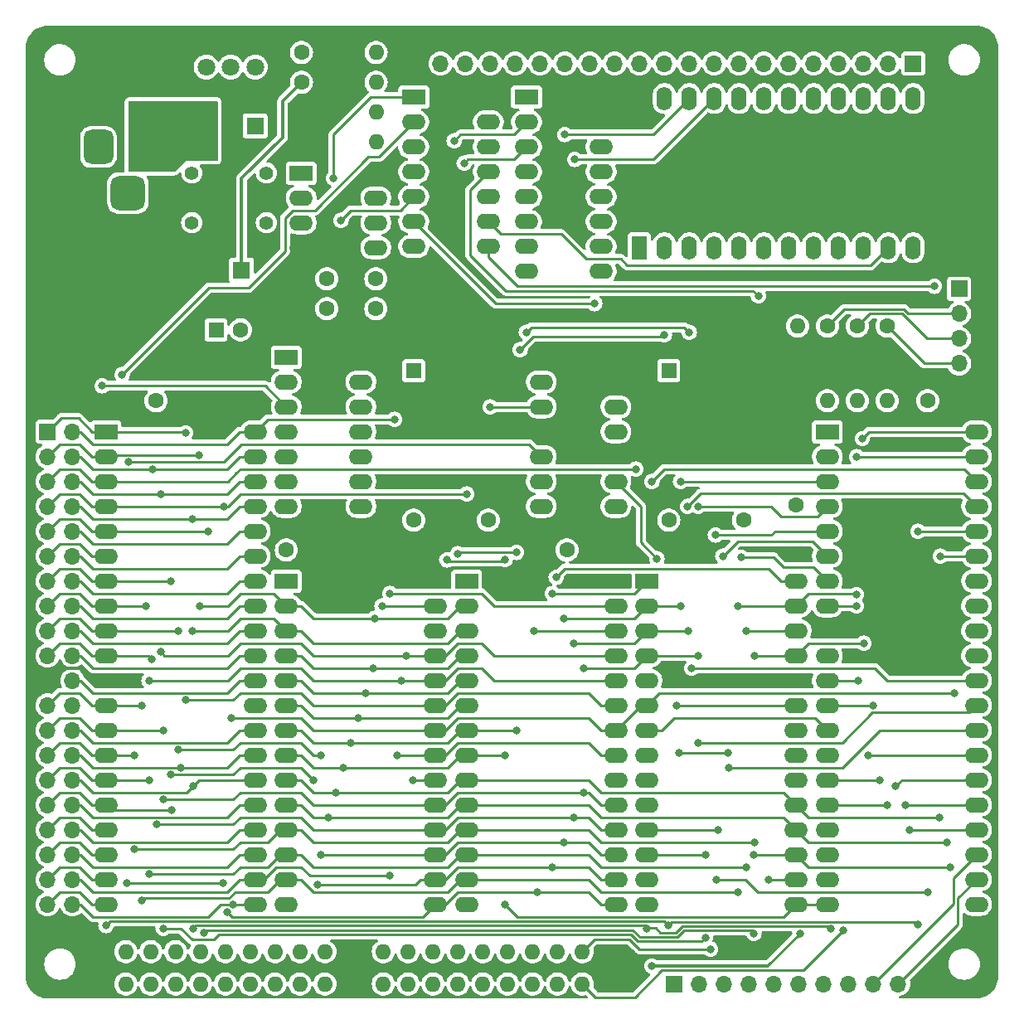
<source format=gbr>
%TF.GenerationSoftware,KiCad,Pcbnew,7.0.8*%
%TF.CreationDate,2023-10-23T18:15:10-04:00*%
%TF.ProjectId,jml-8-mini,6a6d6c2d-382d-46d6-996e-692e6b696361,B*%
%TF.SameCoordinates,Original*%
%TF.FileFunction,Copper,L4,Bot*%
%TF.FilePolarity,Positive*%
%FSLAX46Y46*%
G04 Gerber Fmt 4.6, Leading zero omitted, Abs format (unit mm)*
G04 Created by KiCad (PCBNEW 7.0.8) date 2023-10-23 18:15:10*
%MOMM*%
%LPD*%
G01*
G04 APERTURE LIST*
G04 Aperture macros list*
%AMRoundRect*
0 Rectangle with rounded corners*
0 $1 Rounding radius*
0 $2 $3 $4 $5 $6 $7 $8 $9 X,Y pos of 4 corners*
0 Add a 4 corners polygon primitive as box body*
4,1,4,$2,$3,$4,$5,$6,$7,$8,$9,$2,$3,0*
0 Add four circle primitives for the rounded corners*
1,1,$1+$1,$2,$3*
1,1,$1+$1,$4,$5*
1,1,$1+$1,$6,$7*
1,1,$1+$1,$8,$9*
0 Add four rect primitives between the rounded corners*
20,1,$1+$1,$2,$3,$4,$5,0*
20,1,$1+$1,$4,$5,$6,$7,0*
20,1,$1+$1,$6,$7,$8,$9,0*
20,1,$1+$1,$8,$9,$2,$3,0*%
G04 Aperture macros list end*
%TA.AperFunction,ComponentPad*%
%ADD10C,1.600000*%
%TD*%
%TA.AperFunction,ComponentPad*%
%ADD11O,1.600000X1.600000*%
%TD*%
%TA.AperFunction,ComponentPad*%
%ADD12R,2.400000X1.600000*%
%TD*%
%TA.AperFunction,ComponentPad*%
%ADD13O,2.400000X1.600000*%
%TD*%
%TA.AperFunction,ComponentPad*%
%ADD14R,1.600000X1.600000*%
%TD*%
%TA.AperFunction,ComponentPad*%
%ADD15R,1.800000X1.800000*%
%TD*%
%TA.AperFunction,ComponentPad*%
%ADD16C,1.800000*%
%TD*%
%TA.AperFunction,ComponentPad*%
%ADD17R,1.600000X2.400000*%
%TD*%
%TA.AperFunction,ComponentPad*%
%ADD18O,1.600000X2.400000*%
%TD*%
%TA.AperFunction,ComponentPad*%
%ADD19R,1.700000X1.700000*%
%TD*%
%TA.AperFunction,ComponentPad*%
%ADD20O,1.700000X1.700000*%
%TD*%
%TA.AperFunction,ComponentPad*%
%ADD21C,1.397000*%
%TD*%
%TA.AperFunction,ComponentPad*%
%ADD22R,3.500000X3.500000*%
%TD*%
%TA.AperFunction,ComponentPad*%
%ADD23RoundRect,0.750000X-0.750000X-1.000000X0.750000X-1.000000X0.750000X1.000000X-0.750000X1.000000X0*%
%TD*%
%TA.AperFunction,ComponentPad*%
%ADD24RoundRect,0.875000X-0.875000X-0.875000X0.875000X-0.875000X0.875000X0.875000X-0.875000X0.875000X0*%
%TD*%
%TA.AperFunction,ViaPad*%
%ADD25C,0.800000*%
%TD*%
%TA.AperFunction,Conductor*%
%ADD26C,0.304800*%
%TD*%
%TA.AperFunction,Conductor*%
%ADD27C,0.635000*%
%TD*%
%TA.AperFunction,Conductor*%
%ADD28C,0.250000*%
%TD*%
G04 APERTURE END LIST*
D10*
%TO.P,R1,1*%
%TO.N,/Peripherals/UART_Tx*%
X177419000Y-72009000D03*
D11*
%TO.P,R1,2*%
%TO.N,/Peripherals/RxDA*%
X177419000Y-79629000D03*
%TD*%
D12*
%TO.P,U1,1,A11*%
%TO.N,/A11*%
X103759000Y-82804000D03*
D13*
%TO.P,U1,2,A12*%
%TO.N,/A12*%
X103759000Y-85344000D03*
%TO.P,U1,3,A13*%
%TO.N,/A13*%
X103759000Y-87884000D03*
%TO.P,U1,4,A14*%
%TO.N,/A14*%
X103759000Y-90424000D03*
%TO.P,U1,5,A15*%
%TO.N,/A15*%
X103759000Y-92964000D03*
%TO.P,U1,6,~{CLK}*%
%TO.N,/CLK*%
X103759000Y-95504000D03*
%TO.P,U1,7,D4*%
%TO.N,/D4*%
X103759000Y-98044000D03*
%TO.P,U1,8,D3*%
%TO.N,/D3*%
X103759000Y-100584000D03*
%TO.P,U1,9,D5*%
%TO.N,/D5*%
X103759000Y-103124000D03*
%TO.P,U1,10,D6*%
%TO.N,/D6*%
X103759000Y-105664000D03*
%TO.P,U1,11,VCC*%
%TO.N,+5V*%
X103759000Y-108204000D03*
%TO.P,U1,12,D2*%
%TO.N,/D2*%
X103759000Y-110744000D03*
%TO.P,U1,13,D7*%
%TO.N,/D7*%
X103759000Y-113284000D03*
%TO.P,U1,14,D0*%
%TO.N,/D0*%
X103759000Y-115824000D03*
%TO.P,U1,15,D1*%
%TO.N,/D1*%
X103759000Y-118364000D03*
%TO.P,U1,16,~{INT}*%
%TO.N,/~{INT}*%
X103759000Y-120904000D03*
%TO.P,U1,17,~{NMI}*%
%TO.N,/~{NMI}*%
X103759000Y-123444000D03*
%TO.P,U1,18,~{HALT}*%
%TO.N,/~{HALT}*%
X103759000Y-125984000D03*
%TO.P,U1,19,~{MREQ}*%
%TO.N,/~{MREQ}*%
X103759000Y-128524000D03*
%TO.P,U1,20,~{IORQ}*%
%TO.N,/~{IORQ}*%
X103759000Y-131064000D03*
%TO.P,U1,21,~{RD}*%
%TO.N,/~{RD}*%
X118999000Y-131064000D03*
%TO.P,U1,22,~{WR}*%
%TO.N,/~{WR}*%
X118999000Y-128524000D03*
%TO.P,U1,23,~{BUSACK}*%
%TO.N,/~{BUSACK}*%
X118999000Y-125984000D03*
%TO.P,U1,24,~{WAIT}*%
%TO.N,/~{WAIT}*%
X118999000Y-123444000D03*
%TO.P,U1,25,~{BUSRQ}*%
%TO.N,/~{BUSRQ}*%
X118999000Y-120904000D03*
%TO.P,U1,26,~{RESET}*%
%TO.N,/~{RESET}*%
X118999000Y-118364000D03*
%TO.P,U1,27,~{M1}*%
%TO.N,/~{M1}*%
X118999000Y-115824000D03*
%TO.P,U1,28,~{RFSH}*%
%TO.N,/~{RFSH}*%
X118999000Y-113284000D03*
%TO.P,U1,29,GND*%
%TO.N,GND*%
X118999000Y-110744000D03*
%TO.P,U1,30,A0*%
%TO.N,/A0*%
X118999000Y-108204000D03*
%TO.P,U1,31,A1*%
%TO.N,/A1*%
X118999000Y-105664000D03*
%TO.P,U1,32,A2*%
%TO.N,/A2*%
X118999000Y-103124000D03*
%TO.P,U1,33,A3*%
%TO.N,/A3*%
X118999000Y-100584000D03*
%TO.P,U1,34,A4*%
%TO.N,/A4*%
X118999000Y-98044000D03*
%TO.P,U1,35,A5*%
%TO.N,/A5*%
X118999000Y-95504000D03*
%TO.P,U1,36,A6*%
%TO.N,/A6*%
X118999000Y-92964000D03*
%TO.P,U1,37,A7*%
%TO.N,/A7*%
X118999000Y-90424000D03*
%TO.P,U1,38,A8*%
%TO.N,/A8*%
X118999000Y-87884000D03*
%TO.P,U1,39,A9*%
%TO.N,/A9*%
X118999000Y-85344000D03*
%TO.P,U1,40,A10*%
%TO.N,/A10*%
X118999000Y-82804000D03*
%TD*%
D14*
%TO.P,X2,1,EN*%
%TO.N,unconnected-(X2-EN-Pad1)*%
X161226500Y-76581000D03*
D10*
%TO.P,X2,7,GND*%
%TO.N,GND*%
X161226500Y-91821000D03*
%TO.P,X2,8,OUT*%
%TO.N,/Power\u002C Clock and Reset/2.4576MHz*%
X168846500Y-91821000D03*
%TO.P,X2,14,Vcc*%
%TO.N,+5V*%
X168846500Y-76581000D03*
%TD*%
D12*
%TO.P,U8,1,~{EN}*%
%TO.N,GND*%
X146707332Y-48641000D03*
D13*
%TO.P,U8,2,A*%
%TO.N,/A2*%
X146707332Y-51181000D03*
%TO.P,U8,3,B*%
%TO.N,/A3*%
X146707332Y-53721000D03*
%TO.P,U8,4,~{Q0}*%
%TO.N,/Address Decoding/Q0*%
X146707332Y-56261000D03*
%TO.P,U8,5,~{Q1}*%
%TO.N,/Address Decoding/Q1*%
X146707332Y-58801000D03*
%TO.P,U8,6,~{Q2}*%
%TO.N,/Address Decoding/Q2*%
X146707332Y-61341000D03*
%TO.P,U8,7,~{Q3}*%
%TO.N,/Address Decoding/Q3*%
X146707332Y-63881000D03*
%TO.P,U8,8,GND*%
%TO.N,GND*%
X146707332Y-66421000D03*
%TO.P,U8,9,~{Q3}*%
%TO.N,unconnected-(U8B-~{Q3}-Pad9)*%
X154327332Y-66421000D03*
%TO.P,U8,10,~{Q2}*%
%TO.N,unconnected-(U8B-~{Q2}-Pad10)*%
X154327332Y-63881000D03*
%TO.P,U8,11,~{Q1}*%
%TO.N,unconnected-(U8B-~{Q1}-Pad11)*%
X154327332Y-61341000D03*
%TO.P,U8,12,~{Q0}*%
%TO.N,unconnected-(U8B-~{Q0}-Pad12)*%
X154327332Y-58801000D03*
%TO.P,U8,13,B*%
%TO.N,GND*%
X154327332Y-56261000D03*
%TO.P,U8,14,A*%
X154327332Y-53721000D03*
%TO.P,U8,15,~{EN}*%
%TO.N,+5V*%
X154327332Y-51181000D03*
%TO.P,U8,16,VCC*%
X154327332Y-48641000D03*
%TD*%
D15*
%TO.P,D1,1,K*%
%TO.N,/Power\u002C Clock and Reset/LED_TO_R*%
X117602000Y-66294000D03*
D16*
%TO.P,D1,2,A*%
%TO.N,+5V*%
X115062000Y-66294000D03*
%TD*%
D12*
%TO.P,U11,1,GND*%
%TO.N,GND*%
X123698000Y-56388000D03*
D13*
%TO.P,U11,2,TR*%
%TO.N,/Power\u002C Clock and Reset/555Trigger*%
X123698000Y-58928000D03*
%TO.P,U11,3,Q*%
%TO.N,/Power\u002C Clock and Reset/555Out*%
X123698000Y-61468000D03*
%TO.P,U11,4,R*%
%TO.N,+5V*%
X123698000Y-64008000D03*
%TO.P,U11,5,CV*%
%TO.N,/Power\u002C Clock and Reset/555Control*%
X131318000Y-64008000D03*
%TO.P,U11,6,THR*%
%TO.N,/Power\u002C Clock and Reset/555Dis{slash}Thr*%
X131318000Y-61468000D03*
%TO.P,U11,7,DIS*%
X131318000Y-58928000D03*
%TO.P,U11,8,VCC*%
%TO.N,+5V*%
X131318000Y-56388000D03*
%TD*%
D12*
%TO.P,U3,1,A14*%
%TO.N,/A14*%
X140589000Y-98044000D03*
D13*
%TO.P,U3,2,A12*%
%TO.N,/A12*%
X140589000Y-100584000D03*
%TO.P,U3,3,A7*%
%TO.N,/A7*%
X140589000Y-103124000D03*
%TO.P,U3,4,A6*%
%TO.N,/A6*%
X140589000Y-105664000D03*
%TO.P,U3,5,A5*%
%TO.N,/A5*%
X140589000Y-108204000D03*
%TO.P,U3,6,A4*%
%TO.N,/A4*%
X140589000Y-110744000D03*
%TO.P,U3,7,A3*%
%TO.N,/A3*%
X140589000Y-113284000D03*
%TO.P,U3,8,A2*%
%TO.N,/A2*%
X140589000Y-115824000D03*
%TO.P,U3,9,A1*%
%TO.N,/A1*%
X140589000Y-118364000D03*
%TO.P,U3,10,A0*%
%TO.N,/A0*%
X140589000Y-120904000D03*
%TO.P,U3,11,D0*%
%TO.N,/D0*%
X140589000Y-123444000D03*
%TO.P,U3,12,D1*%
%TO.N,/D1*%
X140589000Y-125984000D03*
%TO.P,U3,13,D2*%
%TO.N,/D2*%
X140589000Y-128524000D03*
%TO.P,U3,14,GND*%
%TO.N,GND*%
X140589000Y-131064000D03*
%TO.P,U3,15,D3*%
%TO.N,/D3*%
X155829000Y-131064000D03*
%TO.P,U3,16,D4*%
%TO.N,/D4*%
X155829000Y-128524000D03*
%TO.P,U3,17,D5*%
%TO.N,/D5*%
X155829000Y-125984000D03*
%TO.P,U3,18,D6*%
%TO.N,/D6*%
X155829000Y-123444000D03*
%TO.P,U3,19,D7*%
%TO.N,/D7*%
X155829000Y-120904000D03*
%TO.P,U3,20,~{CE}*%
%TO.N,/~{RAM}*%
X155829000Y-118364000D03*
%TO.P,U3,21,A10*%
%TO.N,/A10*%
X155829000Y-115824000D03*
%TO.P,U3,22,~{OE}*%
%TO.N,/~{RD}*%
X155829000Y-113284000D03*
%TO.P,U3,23,A11*%
%TO.N,/A11*%
X155829000Y-110744000D03*
%TO.P,U3,24,A9*%
%TO.N,/A9*%
X155829000Y-108204000D03*
%TO.P,U3,25,A8*%
%TO.N,/A8*%
X155829000Y-105664000D03*
%TO.P,U3,26,A13*%
%TO.N,/A13*%
X155829000Y-103124000D03*
%TO.P,U3,27,~{WE}*%
%TO.N,/~{WR}*%
X155829000Y-100584000D03*
%TO.P,U3,28,VCC*%
%TO.N,+5V*%
X155829000Y-98044000D03*
%TD*%
D14*
%TO.P,RN3,1,common*%
%TO.N,+5V*%
X154940000Y-135890000D03*
D11*
%TO.P,RN3,2,R1*%
%TO.N,/~{SIO}*%
X152400000Y-135890000D03*
%TO.P,RN3,3,R2*%
%TO.N,/CTC IEI*%
X149860000Y-135890000D03*
%TO.P,RN3,4,R3*%
%TO.N,/D7*%
X147320000Y-135890000D03*
%TO.P,RN3,5,R4*%
%TO.N,/D5*%
X144780000Y-135890000D03*
%TO.P,RN3,6,R5*%
%TO.N,/D3*%
X142240000Y-135890000D03*
%TO.P,RN3,7,R6*%
%TO.N,/A3*%
X139700000Y-135890000D03*
%TO.P,RN3,8,R7*%
%TO.N,/~{ROM}*%
X137160000Y-135890000D03*
%TO.P,RN3,9,R8*%
%TO.N,/A9*%
X134620000Y-135890000D03*
%TO.P,RN3,10,R9*%
%TO.N,/A10*%
X132080000Y-135890000D03*
%TD*%
D10*
%TO.P,C5,1*%
%TO.N,+5V*%
X127174000Y-94869000D03*
%TO.P,C5,2*%
%TO.N,GND*%
X122174000Y-94869000D03*
%TD*%
%TO.P,R4,1*%
%TO.N,+5V*%
X174371000Y-79629000D03*
D11*
%TO.P,R4,2*%
%TO.N,/Peripherals/RxDA*%
X174371000Y-72009000D03*
%TD*%
D10*
%TO.P,C2,1*%
%TO.N,/Power\u002C Clock and Reset/555Dis{slash}Thr*%
X131318000Y-67183000D03*
%TO.P,C2,2*%
%TO.N,GND*%
X126318000Y-67183000D03*
%TD*%
D14*
%TO.P,RN4,1,common*%
%TO.N,+5V*%
X154940000Y-139192000D03*
D11*
%TO.P,RN4,2,R1*%
%TO.N,/~{SIO SYNCA}*%
X152400000Y-139192000D03*
%TO.P,RN4,3,R2*%
%TO.N,/~{CTC}*%
X149860000Y-139192000D03*
%TO.P,RN4,4,R3*%
%TO.N,/~{RAM}*%
X147320000Y-139192000D03*
%TO.P,RN4,5,R4*%
%TO.N,/D6*%
X144780000Y-139192000D03*
%TO.P,RN4,6,R5*%
%TO.N,/D4*%
X142240000Y-139192000D03*
%TO.P,RN4,7,R6*%
%TO.N,/A13*%
X139700000Y-139192000D03*
%TO.P,RN4,8,R7*%
%TO.N,/A2*%
X137160000Y-139192000D03*
%TO.P,RN4,9,R8*%
%TO.N,/A8*%
X134620000Y-139192000D03*
%TO.P,RN4,10,R9*%
%TO.N,/~{ROM WE}*%
X132080000Y-139192000D03*
%TD*%
D17*
%TO.P,U7,1,~{LE}*%
%TO.N,GND*%
X158242000Y-64008000D03*
D18*
%TO.P,U7,2,A0*%
%TO.N,/A4*%
X160782000Y-64008000D03*
%TO.P,U7,3,A1*%
%TO.N,/A5*%
X163322000Y-64008000D03*
%TO.P,U7,4,Y7*%
%TO.N,/Address Decoding/Y7*%
X165862000Y-64008000D03*
%TO.P,U7,5,Y6*%
%TO.N,/Address Decoding/Y6*%
X168402000Y-64008000D03*
%TO.P,U7,6,Y5*%
%TO.N,/Address Decoding/Y5*%
X170942000Y-64008000D03*
%TO.P,U7,7,Y4*%
%TO.N,/Address Decoding/Y4*%
X173482000Y-64008000D03*
%TO.P,U7,8,Y3*%
%TO.N,/Address Decoding/Y3*%
X176022000Y-64008000D03*
%TO.P,U7,9,Y1*%
%TO.N,/Address Decoding/Y1*%
X178562000Y-64008000D03*
%TO.P,U7,10,Y2*%
%TO.N,/Address Decoding/Y2*%
X181102000Y-64008000D03*
%TO.P,U7,11,Y0*%
%TO.N,/Address Decoding/Y0*%
X183642000Y-64008000D03*
%TO.P,U7,12,GND*%
%TO.N,GND*%
X186182000Y-64008000D03*
%TO.P,U7,13,Y13*%
%TO.N,/Address Decoding/Y13*%
X186182000Y-48768000D03*
%TO.P,U7,14,Y12*%
%TO.N,/Address Decoding/Y12*%
X183642000Y-48768000D03*
%TO.P,U7,15,Y15*%
%TO.N,/Address Decoding/Y15*%
X181102000Y-48768000D03*
%TO.P,U7,16,Y14*%
%TO.N,/Address Decoding/Y14*%
X178562000Y-48768000D03*
%TO.P,U7,17,Y9*%
%TO.N,/Address Decoding/Y9*%
X176022000Y-48768000D03*
%TO.P,U7,18,Y8*%
%TO.N,/Address Decoding/Y8*%
X173482000Y-48768000D03*
%TO.P,U7,19,Y11*%
%TO.N,/Address Decoding/Y11*%
X170942000Y-48768000D03*
%TO.P,U7,20,Y10*%
%TO.N,/Address Decoding/Y10*%
X168402000Y-48768000D03*
%TO.P,U7,21,A2*%
%TO.N,/A6*%
X165862000Y-48768000D03*
%TO.P,U7,22,A3*%
%TO.N,/A7*%
X163322000Y-48768000D03*
%TO.P,U7,23,~{E}*%
%TO.N,GND*%
X160782000Y-48768000D03*
%TO.P,U7,24,VCC*%
%TO.N,+5V*%
X158242000Y-48768000D03*
%TD*%
D12*
%TO.P,U5,1,D1*%
%TO.N,/D1*%
X177419000Y-82804000D03*
D13*
%TO.P,U5,2,D3*%
%TO.N,/D3*%
X177419000Y-85344000D03*
%TO.P,U5,3,D5*%
%TO.N,/D5*%
X177419000Y-87884000D03*
%TO.P,U5,4,D7*%
%TO.N,/D7*%
X177419000Y-90424000D03*
%TO.P,U5,5,~{INT}*%
%TO.N,/~{INT}*%
X177419000Y-92964000D03*
%TO.P,U5,6,IEI*%
%TO.N,/Peripherals/SIO_IEI*%
X177419000Y-95504000D03*
%TO.P,U5,7,IE0*%
%TO.N,/Peripherals/SIO_IEO*%
X177419000Y-98044000D03*
%TO.P,U5,8,~{M1}*%
%TO.N,/~{M1}*%
X177419000Y-100584000D03*
%TO.P,U5,9,VCC*%
%TO.N,+5V*%
X177419000Y-103124000D03*
%TO.P,U5,10,~{W}/~{RDYA}*%
%TO.N,unconnected-(U5-~{W}{slash}~{RDYA}-Pad10)*%
X177419000Y-105664000D03*
%TO.P,U5,11,~{SYNCA}*%
%TO.N,/~{SIO SYNCA}*%
X177419000Y-108204000D03*
%TO.P,U5,12,RxDA*%
%TO.N,/Peripherals/RxDA*%
X177419000Y-110744000D03*
%TO.P,U5,13,~{RxCA}*%
%TO.N,/Peripherals/SIO_UART_CLK*%
X177419000Y-113284000D03*
%TO.P,U5,14,~{TxCA}*%
X177419000Y-115824000D03*
%TO.P,U5,15,TxDA*%
%TO.N,/Peripherals/TxDA*%
X177419000Y-118364000D03*
%TO.P,U5,16,~{DTRA}*%
%TO.N,/Peripherals/~{DTRA}*%
X177419000Y-120904000D03*
%TO.P,U5,17,~{RTSA}*%
%TO.N,unconnected-(U5-~{RTSA}-Pad17)*%
X177419000Y-123444000D03*
%TO.P,U5,18,~{CTSA}*%
%TO.N,GND*%
X177419000Y-125984000D03*
%TO.P,U5,19,~{DCDA}*%
X177419000Y-128524000D03*
%TO.P,U5,20,CLK*%
%TO.N,/CLK*%
X177419000Y-131064000D03*
%TO.P,U5,21,~{RESET}*%
%TO.N,/~{RESET}*%
X192659000Y-131064000D03*
%TO.P,U5,22,~{DCDB}*%
%TO.N,/Peripherals/~{DCDB}*%
X192659000Y-128524000D03*
%TO.P,U5,23,~{CTSB}*%
%TO.N,/Peripherals/~{CTSB}*%
X192659000Y-125984000D03*
%TO.P,U5,24,~{RTSB}*%
%TO.N,/Peripherals/~{RTSB}*%
X192659000Y-123444000D03*
%TO.P,U5,25,~{DTRB}*%
%TO.N,/Peripherals/~{DTRB}*%
X192659000Y-120904000D03*
%TO.P,U5,26,TxDB*%
%TO.N,/Peripherals/TxDB*%
X192659000Y-118364000D03*
%TO.P,U5,27,~{RxTxCB}*%
%TO.N,/Peripherals/~{RxTxCB}*%
X192659000Y-115824000D03*
%TO.P,U5,28,RxDB*%
%TO.N,/Peripherals/RxDB*%
X192659000Y-113284000D03*
%TO.P,U5,29,~{SYNCB}*%
%TO.N,/Peripherals/~{SYNCB}*%
X192659000Y-110744000D03*
%TO.P,U5,30,~{W}/~{RDYB}*%
%TO.N,/Peripherals/~{W}{slash}~{RDYB}*%
X192659000Y-108204000D03*
%TO.P,U5,31,GND*%
%TO.N,GND*%
X192659000Y-105664000D03*
%TO.P,U5,32,~{RD}*%
%TO.N,/~{RD}*%
X192659000Y-103124000D03*
%TO.P,U5,33,C/~{D}*%
%TO.N,/A0*%
X192659000Y-100584000D03*
%TO.P,U5,34,B/~{A}*%
%TO.N,/A1*%
X192659000Y-98044000D03*
%TO.P,U5,35,~{CE}*%
%TO.N,/~{SIO}*%
X192659000Y-95504000D03*
%TO.P,U5,36,~{IORQ}*%
%TO.N,/~{IORQ}*%
X192659000Y-92964000D03*
%TO.P,U5,37,D6*%
%TO.N,/D6*%
X192659000Y-90424000D03*
%TO.P,U5,38,D4*%
%TO.N,/D4*%
X192659000Y-87884000D03*
%TO.P,U5,39,D2*%
%TO.N,/D2*%
X192659000Y-85344000D03*
%TO.P,U5,40,D0*%
%TO.N,/D0*%
X192659000Y-82804000D03*
%TD*%
D14*
%TO.P,RN2,1,common*%
%TO.N,+5V*%
X128651000Y-139192000D03*
D11*
%TO.P,RN2,2,R1*%
%TO.N,/A12*%
X126111000Y-139192000D03*
%TO.P,RN2,3,R2*%
%TO.N,/A5*%
X123571000Y-139192000D03*
%TO.P,RN2,4,R3*%
%TO.N,/A1*%
X121031000Y-139192000D03*
%TO.P,RN2,5,R4*%
%TO.N,/~{BUSRQ}*%
X118491000Y-139192000D03*
%TO.P,RN2,6,R5*%
%TO.N,/A15*%
X115951000Y-139192000D03*
%TO.P,RN2,7,R6*%
%TO.N,/A11*%
X113411000Y-139192000D03*
%TO.P,RN2,8,R7*%
%TO.N,/D1*%
X110871000Y-139192000D03*
%TO.P,RN2,9,R8*%
%TO.N,/D0*%
X108331000Y-139192000D03*
%TO.P,RN2,10,R9*%
%TO.N,/~{WAIT}*%
X105791000Y-139192000D03*
%TD*%
D10*
%TO.P,C4,1*%
%TO.N,+5V*%
X113879000Y-79629000D03*
%TO.P,C4,2*%
%TO.N,GND*%
X108879000Y-79629000D03*
%TD*%
D12*
%TO.P,U9,1*%
%TO.N,/A15*%
X135202666Y-48636000D03*
D13*
%TO.P,U9,2*%
%TO.N,/~{MREQ}*%
X135202666Y-51176000D03*
%TO.P,U9,3*%
%TO.N,/~{ROM}*%
X135202666Y-53716000D03*
%TO.P,U9,4*%
%TO.N,/~{MREQ}*%
X135202666Y-56256000D03*
%TO.P,U9,5*%
%TO.N,/Address Decoding/~{A15}*%
X135202666Y-58796000D03*
%TO.P,U9,6*%
%TO.N,/~{RAM}*%
X135202666Y-61336000D03*
%TO.P,U9,7,GND*%
%TO.N,GND*%
X135202666Y-63876000D03*
%TO.P,U9,8*%
%TO.N,/~{SIO}*%
X142822666Y-63876000D03*
%TO.P,U9,9*%
%TO.N,/Address Decoding/Y0*%
X142822666Y-61336000D03*
%TO.P,U9,10*%
%TO.N,/Address Decoding/Q1*%
X142822666Y-58796000D03*
%TO.P,U9,11*%
%TO.N,/~{CTC}*%
X142822666Y-56256000D03*
%TO.P,U9,12*%
%TO.N,/Address Decoding/Y0*%
X142822666Y-53716000D03*
%TO.P,U9,13*%
%TO.N,/Address Decoding/Q2*%
X142822666Y-51176000D03*
%TO.P,U9,14,VCC*%
%TO.N,+5V*%
X142822666Y-48636000D03*
%TD*%
D19*
%TO.P,J2,1,Pin_1*%
%TO.N,/Peripherals/SIO_IEO*%
X161798000Y-139192000D03*
D20*
%TO.P,J2,2,Pin_2*%
%TO.N,/Peripherals/~{W}{slash}~{RDYB}*%
X164338000Y-139192000D03*
%TO.P,J2,3,Pin_3*%
%TO.N,/Peripherals/~{SYNCB}*%
X166878000Y-139192000D03*
%TO.P,J2,4,Pin_4*%
%TO.N,/Peripherals/RxDB*%
X169418000Y-139192000D03*
%TO.P,J2,5,Pin_5*%
%TO.N,/Peripherals/~{RxTxCB}*%
X171958000Y-139192000D03*
%TO.P,J2,6,Pin_6*%
%TO.N,/Peripherals/TxDB*%
X174498000Y-139192000D03*
%TO.P,J2,7,Pin_7*%
%TO.N,/Peripherals/~{DTRB}*%
X177038000Y-139192000D03*
%TO.P,J2,8,Pin_8*%
%TO.N,/Peripherals/~{RTSB}*%
X179578000Y-139192000D03*
%TO.P,J2,9,Pin_9*%
%TO.N,/Peripherals/~{CTSB}*%
X182118000Y-139192000D03*
%TO.P,J2,10,Pin_10*%
%TO.N,/Peripherals/~{DCDB}*%
X184658000Y-139192000D03*
%TD*%
D21*
%TO.P,SW1,1,1*%
%TO.N,GND*%
X120142000Y-61468000D03*
X112522000Y-61468000D03*
%TO.P,SW1,2,2*%
%TO.N,/Power\u002C Clock and Reset/555Trigger*%
X120142000Y-56388000D03*
X112522000Y-56388000D03*
%TD*%
D10*
%TO.P,R2,1*%
%TO.N,/Peripherals/UART_Rx*%
X180467000Y-72009000D03*
D11*
%TO.P,R2,2*%
%TO.N,/Peripherals/TxDA*%
X180467000Y-79629000D03*
%TD*%
D12*
%TO.P,U4,1,D4*%
%TO.N,/D4*%
X159004000Y-98044000D03*
D13*
%TO.P,U4,2,D5*%
%TO.N,/D5*%
X159004000Y-100584000D03*
%TO.P,U4,3,D6*%
%TO.N,/D6*%
X159004000Y-103124000D03*
%TO.P,U4,4,D7*%
%TO.N,/D7*%
X159004000Y-105664000D03*
%TO.P,U4,5,GND*%
%TO.N,GND*%
X159004000Y-108204000D03*
%TO.P,U4,6,~{RD}*%
%TO.N,/~{RD}*%
X159004000Y-110744000D03*
%TO.P,U4,7,ZC/TO0*%
%TO.N,/Peripherals/SIO_UART_CLK*%
X159004000Y-113284000D03*
%TO.P,U4,8,ZC/TO1*%
%TO.N,unconnected-(U4-ZC{slash}TO1-Pad8)*%
X159004000Y-115824000D03*
%TO.P,U4,9,ZC/TO2*%
%TO.N,unconnected-(U4-ZC{slash}TO2-Pad9)*%
X159004000Y-118364000D03*
%TO.P,U4,10,~{IORQ}*%
%TO.N,/~{IORQ}*%
X159004000Y-120904000D03*
%TO.P,U4,11,IEO*%
%TO.N,/Peripherals/SIO_IEI*%
X159004000Y-123444000D03*
%TO.P,U4,12,~{INT}*%
%TO.N,/~{INT}*%
X159004000Y-125984000D03*
%TO.P,U4,13,IEI*%
%TO.N,/CTC IEI*%
X159004000Y-128524000D03*
%TO.P,U4,14,~{M1}*%
%TO.N,/~{M1}*%
X159004000Y-131064000D03*
%TO.P,U4,15,CLK*%
%TO.N,/CLK*%
X174244000Y-131064000D03*
%TO.P,U4,16,~{CE}*%
%TO.N,/~{CTC}*%
X174244000Y-128524000D03*
%TO.P,U4,17,~{RESET}*%
%TO.N,/~{RESET}*%
X174244000Y-125984000D03*
%TO.P,U4,18,~{CS0}*%
%TO.N,/A0*%
X174244000Y-123444000D03*
%TO.P,U4,19,CS1*%
%TO.N,/A1*%
X174244000Y-120904000D03*
%TO.P,U4,20,CLK/TRG3*%
%TO.N,unconnected-(U4-CLK{slash}TRG3-Pad20)*%
X174244000Y-118364000D03*
%TO.P,U4,21,CLK/TRG2*%
%TO.N,unconnected-(U4-CLK{slash}TRG2-Pad21)*%
X174244000Y-115824000D03*
%TO.P,U4,22,CLK/TRG1*%
%TO.N,unconnected-(U4-CLK{slash}TRG1-Pad22)*%
X174244000Y-113284000D03*
%TO.P,U4,23,CLK/TRG0*%
%TO.N,/Peripherals/UART CLK*%
X174244000Y-110744000D03*
%TO.P,U4,24,VCC*%
%TO.N,+5V*%
X174244000Y-108204000D03*
%TO.P,U4,25,D0*%
%TO.N,/D0*%
X174244000Y-105664000D03*
%TO.P,U4,26,D1*%
%TO.N,/D1*%
X174244000Y-103124000D03*
%TO.P,U4,27,D2*%
%TO.N,/D2*%
X174244000Y-100584000D03*
%TO.P,U4,28,D3*%
%TO.N,/D3*%
X174244000Y-98044000D03*
%TD*%
D19*
%TO.P,J6,1,Pin_1*%
%TO.N,/A11*%
X97790000Y-82804000D03*
D20*
%TO.P,J6,2,Pin_2*%
%TO.N,/A10*%
X100330000Y-82804000D03*
%TO.P,J6,3,Pin_3*%
%TO.N,/A12*%
X97790000Y-85344000D03*
%TO.P,J6,4,Pin_4*%
%TO.N,/A9*%
X100330000Y-85344000D03*
%TO.P,J6,5,Pin_5*%
%TO.N,/A13*%
X97790000Y-87884000D03*
%TO.P,J6,6,Pin_6*%
%TO.N,/A8*%
X100330000Y-87884000D03*
%TO.P,J6,7,Pin_7*%
%TO.N,/A14*%
X97790000Y-90424000D03*
%TO.P,J6,8,Pin_8*%
%TO.N,/A7*%
X100330000Y-90424000D03*
%TO.P,J6,9,Pin_9*%
%TO.N,/A15*%
X97790000Y-92964000D03*
%TO.P,J6,10,Pin_10*%
%TO.N,/A6*%
X100330000Y-92964000D03*
%TO.P,J6,11,Pin_11*%
%TO.N,/CLK*%
X97790000Y-95504000D03*
%TO.P,J6,12,Pin_12*%
%TO.N,/A5*%
X100330000Y-95504000D03*
%TO.P,J6,13,Pin_13*%
%TO.N,/D4*%
X97790000Y-98044000D03*
%TO.P,J6,14,Pin_14*%
%TO.N,/A4*%
X100330000Y-98044000D03*
%TO.P,J6,15,Pin_15*%
%TO.N,/D3*%
X97790000Y-100584000D03*
%TO.P,J6,16,Pin_16*%
%TO.N,/A3*%
X100330000Y-100584000D03*
%TO.P,J6,17,Pin_17*%
%TO.N,/D5*%
X97790000Y-103124000D03*
%TO.P,J6,18,Pin_18*%
%TO.N,/A2*%
X100330000Y-103124000D03*
%TO.P,J6,19,Pin_19*%
%TO.N,/D6*%
X97790000Y-105664000D03*
%TO.P,J6,20,Pin_20*%
%TO.N,/A1*%
X100330000Y-105664000D03*
%TO.P,J6,21,Pin_21*%
%TO.N,+5V*%
X97790000Y-108204000D03*
%TO.P,J6,22,Pin_22*%
%TO.N,/A0*%
X100330000Y-108204000D03*
%TO.P,J6,23,Pin_23*%
%TO.N,/D2*%
X97790000Y-110744000D03*
%TO.P,J6,24,Pin_24*%
%TO.N,GND*%
X100330000Y-110744000D03*
%TO.P,J6,25,Pin_25*%
%TO.N,/D7*%
X97790000Y-113284000D03*
%TO.P,J6,26,Pin_26*%
%TO.N,/~{RFSH}*%
X100330000Y-113284000D03*
%TO.P,J6,27,Pin_27*%
%TO.N,/D0*%
X97790000Y-115824000D03*
%TO.P,J6,28,Pin_28*%
%TO.N,/~{M1}*%
X100330000Y-115824000D03*
%TO.P,J6,29,Pin_29*%
%TO.N,/D1*%
X97790000Y-118364000D03*
%TO.P,J6,30,Pin_30*%
%TO.N,/~{RESET}*%
X100330000Y-118364000D03*
%TO.P,J6,31,Pin_31*%
%TO.N,/~{INT}*%
X97790000Y-120904000D03*
%TO.P,J6,32,Pin_32*%
%TO.N,/~{BUSRQ}*%
X100330000Y-120904000D03*
%TO.P,J6,33,Pin_33*%
%TO.N,/~{NMI}*%
X97790000Y-123444000D03*
%TO.P,J6,34,Pin_34*%
%TO.N,/~{WAIT}*%
X100330000Y-123444000D03*
%TO.P,J6,35,Pin_35*%
%TO.N,/~{HALT}*%
X97790000Y-125984000D03*
%TO.P,J6,36,Pin_36*%
%TO.N,/~{BUSACK}*%
X100330000Y-125984000D03*
%TO.P,J6,37,Pin_37*%
%TO.N,/~{MREQ}*%
X97790000Y-128524000D03*
%TO.P,J6,38,Pin_38*%
%TO.N,/~{WR}*%
X100330000Y-128524000D03*
%TO.P,J6,39,Pin_39*%
%TO.N,/~{IORQ}*%
X97790000Y-131064000D03*
%TO.P,J6,40,Pin_40*%
%TO.N,/~{RD}*%
X100330000Y-131064000D03*
%TD*%
D22*
%TO.P,J1,1*%
%TO.N,/Power\u002C Clock and Reset/PWR_IN*%
X108997000Y-53721000D03*
D23*
%TO.P,J1,2*%
%TO.N,GND*%
X102997000Y-53721000D03*
D24*
%TO.P,J1,3,MountPin*%
X105997000Y-58421000D03*
%TD*%
D15*
%TO.P,SW2,1,A*%
%TO.N,/Power\u002C Clock and Reset/SW_TO_R*%
X118999000Y-51562000D03*
D16*
%TO.P,SW2,2,B*%
%TO.N,+5V*%
X116499000Y-51562000D03*
%TO.P,SW2,3,C*%
%TO.N,/Power\u002C Clock and Reset/PWR_IN*%
X113999000Y-51562000D03*
%TO.P,SW2,4,A*%
%TO.N,unconnected-(SW2-A-Pad4)*%
X118999000Y-45562000D03*
%TO.P,SW2,5,B*%
%TO.N,unconnected-(SW2-B-Pad5)*%
X116499000Y-45562000D03*
%TO.P,SW2,6,C*%
%TO.N,unconnected-(SW2-C-Pad6)*%
X113999000Y-45562000D03*
%TD*%
D10*
%TO.P,R8,1*%
%TO.N,/Power\u002C Clock and Reset/SW_TO_R*%
X123718000Y-44069000D03*
D11*
%TO.P,R8,2*%
%TO.N,GND*%
X131338000Y-44069000D03*
%TD*%
D10*
%TO.P,C8,1*%
%TO.N,+5V*%
X192659000Y-79629000D03*
%TO.P,C8,2*%
%TO.N,GND*%
X187659000Y-79629000D03*
%TD*%
%TO.P,R6,1*%
%TO.N,+5V*%
X123728000Y-50160000D03*
D11*
%TO.P,R6,2*%
%TO.N,/Power\u002C Clock and Reset/555Trigger*%
X131348000Y-50160000D03*
%TD*%
D19*
%TO.P,J5,1,Pin_1*%
%TO.N,/Address Decoding/Y13*%
X186182000Y-45212000D03*
D20*
%TO.P,J5,2,Pin_2*%
%TO.N,/Address Decoding/Y0*%
X183642000Y-45212000D03*
%TO.P,J5,3,Pin_3*%
%TO.N,/Address Decoding/Y12*%
X181102000Y-45212000D03*
%TO.P,J5,4,Pin_4*%
%TO.N,/Address Decoding/Y2*%
X178562000Y-45212000D03*
%TO.P,J5,5,Pin_5*%
%TO.N,/Address Decoding/Y15*%
X176022000Y-45212000D03*
%TO.P,J5,6,Pin_6*%
%TO.N,/Address Decoding/Y14*%
X173482000Y-45212000D03*
%TO.P,J5,7,Pin_7*%
%TO.N,/Address Decoding/Y9*%
X170942000Y-45212000D03*
%TO.P,J5,8,Pin_8*%
%TO.N,/Address Decoding/Y8*%
X168402000Y-45212000D03*
%TO.P,J5,9,Pin_9*%
%TO.N,/Address Decoding/Y11*%
X165862000Y-45212000D03*
%TO.P,J5,10,Pin_10*%
%TO.N,/Address Decoding/Y10*%
X163322000Y-45212000D03*
%TO.P,J5,11,Pin_11*%
%TO.N,/Address Decoding/Y1*%
X160782000Y-45212000D03*
%TO.P,J5,12,Pin_12*%
%TO.N,/Address Decoding/Y3*%
X158242000Y-45212000D03*
%TO.P,J5,13,Pin_13*%
%TO.N,/Address Decoding/Y4*%
X155702000Y-45212000D03*
%TO.P,J5,14,Pin_14*%
%TO.N,/Address Decoding/Y5*%
X153162000Y-45212000D03*
%TO.P,J5,15,Pin_15*%
%TO.N,/Address Decoding/Y6*%
X150622000Y-45212000D03*
%TO.P,J5,16,Pin_16*%
%TO.N,/Address Decoding/Y7*%
X148082000Y-45212000D03*
%TO.P,J5,17,Pin_17*%
%TO.N,/Address Decoding/Q3*%
X145542000Y-45212000D03*
%TO.P,J5,18,Pin_18*%
%TO.N,/Address Decoding/Q2*%
X143002000Y-45212000D03*
%TO.P,J5,19,Pin_19*%
%TO.N,/Address Decoding/Q1*%
X140462000Y-45212000D03*
%TO.P,J5,20,Pin_20*%
%TO.N,/Address Decoding/Q0*%
X137922000Y-45212000D03*
%TD*%
D10*
%TO.P,R5,1*%
%TO.N,+5V*%
X123728000Y-53208000D03*
D11*
%TO.P,R5,2*%
%TO.N,/Power\u002C Clock and Reset/555Dis{slash}Thr*%
X131348000Y-53208000D03*
%TD*%
D10*
%TO.P,R7,1*%
%TO.N,/Power\u002C Clock and Reset/LED_TO_R*%
X123718000Y-47112000D03*
D11*
%TO.P,R7,2*%
%TO.N,GND*%
X131338000Y-47112000D03*
%TD*%
D14*
%TO.P,C3,1*%
%TO.N,/Power\u002C Clock and Reset/555Trigger*%
X114998500Y-72390000D03*
D10*
%TO.P,C3,2*%
%TO.N,GND*%
X117498500Y-72390000D03*
%TD*%
D14*
%TO.P,RN1,1,common*%
%TO.N,+5V*%
X128651000Y-135890000D03*
D11*
%TO.P,RN1,2,R1*%
%TO.N,/A6*%
X126111000Y-135890000D03*
%TO.P,RN1,3,R2*%
%TO.N,/A4*%
X123571000Y-135890000D03*
%TO.P,RN1,4,R3*%
%TO.N,/A0*%
X121031000Y-135890000D03*
%TO.P,RN1,5,R4*%
%TO.N,/A14*%
X118491000Y-135890000D03*
%TO.P,RN1,6,R5*%
%TO.N,/A7*%
X115951000Y-135890000D03*
%TO.P,RN1,7,R6*%
%TO.N,/~{RESET}*%
X113411000Y-135890000D03*
%TO.P,RN1,8,R7*%
%TO.N,/~{INT}*%
X110871000Y-135890000D03*
%TO.P,RN1,9,R8*%
%TO.N,/D2*%
X108331000Y-135890000D03*
%TO.P,RN1,10,R9*%
%TO.N,/~{NMI}*%
X105791000Y-135890000D03*
%TD*%
D10*
%TO.P,C1,1*%
%TO.N,GND*%
X126318000Y-70231000D03*
%TO.P,C1,2*%
%TO.N,/Power\u002C Clock and Reset/555Control*%
X131318000Y-70231000D03*
%TD*%
%TO.P,C6,1*%
%TO.N,+5V*%
X155829000Y-94869000D03*
%TO.P,C6,2*%
%TO.N,GND*%
X150829000Y-94869000D03*
%TD*%
D12*
%TO.P,U2,1,NC*%
%TO.N,unconnected-(U2-NC-Pad1)*%
X122174000Y-98044000D03*
D13*
%TO.P,U2,2,A12*%
%TO.N,/A12*%
X122174000Y-100584000D03*
%TO.P,U2,3,A7*%
%TO.N,/A7*%
X122174000Y-103124000D03*
%TO.P,U2,4,A6*%
%TO.N,/A6*%
X122174000Y-105664000D03*
%TO.P,U2,5,A5*%
%TO.N,/A5*%
X122174000Y-108204000D03*
%TO.P,U2,6,A4*%
%TO.N,/A4*%
X122174000Y-110744000D03*
%TO.P,U2,7,A3*%
%TO.N,/A3*%
X122174000Y-113284000D03*
%TO.P,U2,8,A2*%
%TO.N,/A2*%
X122174000Y-115824000D03*
%TO.P,U2,9,A1*%
%TO.N,/A1*%
X122174000Y-118364000D03*
%TO.P,U2,10,A0*%
%TO.N,/A0*%
X122174000Y-120904000D03*
%TO.P,U2,11,D0*%
%TO.N,/D0*%
X122174000Y-123444000D03*
%TO.P,U2,12,D1*%
%TO.N,/D1*%
X122174000Y-125984000D03*
%TO.P,U2,13,D2*%
%TO.N,/D2*%
X122174000Y-128524000D03*
%TO.P,U2,14,GND*%
%TO.N,GND*%
X122174000Y-131064000D03*
%TO.P,U2,15,D3*%
%TO.N,/D3*%
X137414000Y-131064000D03*
%TO.P,U2,16,D4*%
%TO.N,/D4*%
X137414000Y-128524000D03*
%TO.P,U2,17,D5*%
%TO.N,/D5*%
X137414000Y-125984000D03*
%TO.P,U2,18,D6*%
%TO.N,/D6*%
X137414000Y-123444000D03*
%TO.P,U2,19,D7*%
%TO.N,/D7*%
X137414000Y-120904000D03*
%TO.P,U2,20,~{CE}*%
%TO.N,/~{ROM}*%
X137414000Y-118364000D03*
%TO.P,U2,21,A10*%
%TO.N,/A10*%
X137414000Y-115824000D03*
%TO.P,U2,22,~{OE}*%
%TO.N,/~{RD}*%
X137414000Y-113284000D03*
%TO.P,U2,23,A11*%
%TO.N,/A11*%
X137414000Y-110744000D03*
%TO.P,U2,24,A9*%
%TO.N,/A9*%
X137414000Y-108204000D03*
%TO.P,U2,25,A8*%
%TO.N,/A8*%
X137414000Y-105664000D03*
%TO.P,U2,26,NC*%
%TO.N,unconnected-(U2-NC-Pad26)*%
X137414000Y-103124000D03*
%TO.P,U2,27,~{WE}*%
%TO.N,/~{ROM WE}*%
X137414000Y-100584000D03*
%TO.P,U2,28,VCC*%
%TO.N,+5V*%
X137414000Y-98044000D03*
%TD*%
D10*
%TO.P,R3,1*%
%TO.N,/Peripherals/UART_CTS*%
X183515000Y-72009000D03*
D11*
%TO.P,R3,2*%
%TO.N,/Peripherals/~{DTRA}*%
X183515000Y-79629000D03*
%TD*%
D19*
%TO.P,J3,1,Pin_1*%
%TO.N,GND*%
X190881000Y-68199000D03*
D20*
%TO.P,J3,2,Pin_2*%
%TO.N,/Peripherals/UART_Tx*%
X190881000Y-70739000D03*
%TO.P,J3,3,Pin_3*%
%TO.N,/Peripherals/UART_Rx*%
X190881000Y-73279000D03*
%TO.P,J3,4,Pin_4*%
%TO.N,/Peripherals/UART_CTS*%
X190881000Y-75819000D03*
%TD*%
D10*
%TO.P,C7,1*%
%TO.N,+5V*%
X174244000Y-95250000D03*
%TO.P,C7,2*%
%TO.N,GND*%
X174244000Y-90250000D03*
%TD*%
D12*
%TO.P,U6,1*%
%TO.N,/Power\u002C Clock and Reset/555Out*%
X122174000Y-75184000D03*
D13*
%TO.P,U6,2*%
%TO.N,/~{RESET}*%
X122174000Y-77724000D03*
%TO.P,U6,3*%
%TO.N,/A15*%
X122174000Y-80264000D03*
%TO.P,U6,4*%
%TO.N,/Address Decoding/~{A15}*%
X122174000Y-82804000D03*
%TO.P,U6,5*%
%TO.N,GND*%
X122174000Y-85344000D03*
%TO.P,U6,6*%
%TO.N,unconnected-(U6-Pad6)*%
X122174000Y-87884000D03*
%TO.P,U6,7,GND*%
%TO.N,GND*%
X122174000Y-90424000D03*
%TO.P,U6,8*%
%TO.N,unconnected-(U6-Pad8)*%
X129794000Y-90424000D03*
%TO.P,U6,9*%
%TO.N,GND*%
X129794000Y-87884000D03*
%TO.P,U6,10*%
%TO.N,unconnected-(U6-Pad10)*%
X129794000Y-85344000D03*
%TO.P,U6,11*%
%TO.N,GND*%
X129794000Y-82804000D03*
%TO.P,U6,12*%
%TO.N,unconnected-(U6-Pad12)*%
X129794000Y-80264000D03*
%TO.P,U6,13*%
%TO.N,GND*%
X129794000Y-77724000D03*
%TO.P,U6,14,VCC*%
%TO.N,+5V*%
X129794000Y-75184000D03*
%TD*%
D14*
%TO.P,X1,1,EN*%
%TO.N,unconnected-(X1-EN-Pad1)*%
X135181500Y-76581000D03*
D10*
%TO.P,X1,7,GND*%
%TO.N,GND*%
X135181500Y-91821000D03*
%TO.P,X1,8,OUT*%
%TO.N,/Power\u002C Clock and Reset/8MHz*%
X142801500Y-91821000D03*
%TO.P,X1,14,Vcc*%
%TO.N,+5V*%
X142801500Y-76581000D03*
%TD*%
D12*
%TO.P,U10,1,~{R}*%
%TO.N,+5V*%
X148209000Y-75179000D03*
D13*
%TO.P,U10,2,D*%
%TO.N,/Power\u002C Clock and Reset/DFFA_DataIn*%
X148209000Y-77719000D03*
%TO.P,U10,3,C*%
%TO.N,/Power\u002C Clock and Reset/8MHz*%
X148209000Y-80259000D03*
%TO.P,U10,4,~{S}*%
%TO.N,+5V*%
X148209000Y-82799000D03*
%TO.P,U10,5,Q*%
%TO.N,/CLK*%
X148209000Y-85339000D03*
%TO.P,U10,6,~{Q}*%
%TO.N,/Power\u002C Clock and Reset/DFFA_DataIn*%
X148209000Y-87879000D03*
%TO.P,U10,7,GND*%
%TO.N,GND*%
X148209000Y-90419000D03*
%TO.P,U10,8,~{Q}*%
%TO.N,/Power\u002C Clock and Reset/DFFB_DataIn*%
X155829000Y-90419000D03*
%TO.P,U10,9,Q*%
%TO.N,/Peripherals/UART CLK*%
X155829000Y-87879000D03*
%TO.P,U10,10,~{S}*%
%TO.N,+5V*%
X155829000Y-85339000D03*
%TO.P,U10,11,C*%
%TO.N,/Power\u002C Clock and Reset/2.4576MHz*%
X155829000Y-82799000D03*
%TO.P,U10,12,D*%
%TO.N,/Power\u002C Clock and Reset/DFFB_DataIn*%
X155829000Y-80259000D03*
%TO.P,U10,13,~{R}*%
%TO.N,+5V*%
X155829000Y-77719000D03*
%TO.P,U10,14,VCC*%
X155829000Y-75179000D03*
%TD*%
D25*
%TO.N,+5V*%
X179578000Y-96774000D03*
X185801000Y-90500200D03*
X184810400Y-90474800D03*
X184810400Y-91440000D03*
X179578000Y-102412800D03*
X179578000Y-101549200D03*
X179705000Y-84201000D03*
X179578000Y-94234000D03*
X179578000Y-103276400D03*
X179578000Y-91694000D03*
X185775600Y-91440000D03*
%TO.N,/Power\u002C Clock and Reset/PWR_IN*%
X109220000Y-50800000D03*
X110744000Y-50800000D03*
X107950000Y-50800000D03*
X113538000Y-54102000D03*
X112268000Y-54102000D03*
X110744000Y-49657000D03*
%TO.N,/Peripherals/RxDB*%
X167386000Y-117094000D03*
%TO.N,/Peripherals/~{RxTxCB}*%
X181610000Y-115824000D03*
%TO.N,/Peripherals/TxDB*%
X184404000Y-118999000D03*
%TO.N,/Peripherals/~{SYNCB}*%
X164211000Y-114554000D03*
%TO.N,/Peripherals/~{W}{slash}~{RDYB}*%
X163576000Y-106934000D03*
%TO.N,/Peripherals/~{RTSB}*%
X185801000Y-123444000D03*
%TO.N,/Peripherals/~{DTRB}*%
X185420000Y-120904000D03*
%TO.N,/Peripherals/SIO_IEO*%
X167259000Y-115570000D03*
X162306000Y-115570000D03*
X168656000Y-95631000D03*
%TO.N,/A11*%
X111887000Y-110198500D03*
X111887000Y-82931000D03*
%TO.N,/A10*%
X133223000Y-81534000D03*
X133503500Y-115824000D03*
%TO.N,/A12*%
X131191000Y-101854000D03*
X113314000Y-100584000D03*
X113284000Y-85165000D03*
%TO.N,/A9*%
X133953500Y-108204000D03*
X108153200Y-108204000D03*
X108534200Y-86614000D03*
%TO.N,/A13*%
X157861000Y-86614000D03*
X147447000Y-103124000D03*
%TO.N,/A8*%
X109347000Y-105283000D03*
X134403500Y-105664000D03*
X109347000Y-89154000D03*
%TO.N,/A14*%
X115824000Y-90424000D03*
X140589000Y-89154000D03*
%TO.N,/A7*%
X112589500Y-91694000D03*
X112589500Y-103124000D03*
X150622000Y-52451000D03*
%TO.N,/A15*%
X114173000Y-92964000D03*
X103378000Y-78105000D03*
X127000000Y-56896000D03*
%TO.N,/A6*%
X151638000Y-54991000D03*
X131064000Y-106934000D03*
%TO.N,/CLK*%
X144526000Y-131064000D03*
X106045000Y-85889500D03*
%TO.N,/A5*%
X130302000Y-109474000D03*
X163322000Y-72644000D03*
X146685000Y-72644000D03*
%TO.N,/D4*%
X149352000Y-127254000D03*
X124968000Y-118364000D03*
X149352000Y-99314000D03*
X110363000Y-98044000D03*
X110415500Y-117818500D03*
X159512000Y-87884000D03*
X125349000Y-129069500D03*
%TO.N,/A4*%
X129540000Y-112014000D03*
X146050000Y-74422000D03*
X160782000Y-72898000D03*
%TO.N,/D3*%
X147828000Y-129794000D03*
X105918000Y-128905000D03*
X116172979Y-131869602D03*
X115697000Y-128905000D03*
X107860500Y-100584000D03*
X149733000Y-97663000D03*
%TO.N,/A3*%
X128778000Y-114554000D03*
X139700000Y-95250000D03*
X145669000Y-95123000D03*
X145669000Y-113284000D03*
X140335000Y-55372000D03*
%TO.N,/D5*%
X111140000Y-115278500D03*
X125730000Y-115824000D03*
X162433000Y-100584000D03*
X150495000Y-124714000D03*
X111140000Y-103124000D03*
X125692500Y-125984000D03*
X162433000Y-87884000D03*
X150495000Y-101854000D03*
%TO.N,/A2*%
X144526000Y-95847500D03*
X138557000Y-95885000D03*
X144526000Y-115824000D03*
X139319000Y-53086000D03*
X128016000Y-117094000D03*
%TO.N,/D6*%
X108966000Y-122898500D03*
X151511000Y-104394000D03*
X163157500Y-90424000D03*
X108458000Y-106045000D03*
X163195000Y-103124000D03*
X151511000Y-122174000D03*
%TO.N,/A1*%
X127254000Y-119634000D03*
X188886500Y-122174000D03*
%TO.N,/A0*%
X126492000Y-122174000D03*
X189611000Y-124714000D03*
%TO.N,/D2*%
X168275000Y-100584000D03*
X180402900Y-85344000D03*
X107442000Y-130683000D03*
X180402900Y-99441000D03*
X107442000Y-110744000D03*
X168275000Y-129794000D03*
%TO.N,/D7*%
X164211000Y-90424000D03*
X109616000Y-113284000D03*
X152527000Y-119634000D03*
X152527000Y-106934000D03*
X164211000Y-105664000D03*
X109616000Y-120358500D03*
%TO.N,/D0*%
X106680000Y-115824000D03*
X169976800Y-105689400D03*
X180994600Y-83509400D03*
X169976800Y-124714000D03*
X106680000Y-125438500D03*
X181152800Y-104394000D03*
%TO.N,/~{M1}*%
X111379000Y-117094000D03*
X112648881Y-133508500D03*
X159004000Y-133508500D03*
X177800000Y-133566500D03*
X180402900Y-100609400D03*
%TO.N,/D1*%
X108166500Y-127978500D03*
X169164000Y-127254000D03*
X169164000Y-103124000D03*
X108166500Y-118364000D03*
%TO.N,/~{RESET}*%
X169926000Y-125984000D03*
X112649000Y-118999000D03*
X189992000Y-127254000D03*
X169926000Y-134016500D03*
X113792000Y-133959000D03*
%TO.N,/~{INT}*%
X165989000Y-93345000D03*
X109601000Y-133508500D03*
X110490000Y-121412000D03*
X164973000Y-125984000D03*
X164973000Y-134466500D03*
%TO.N,/~{MREQ}*%
X105410000Y-76962000D03*
%TO.N,/~{WR}*%
X132715000Y-128143000D03*
X132752500Y-99314000D03*
%TO.N,/~{IORQ}*%
X161163000Y-133223000D03*
X103759000Y-133223000D03*
X186690000Y-92964000D03*
X186690000Y-133096000D03*
%TO.N,/~{RD}*%
X190373000Y-109474000D03*
X116764596Y-131064000D03*
X116586000Y-112014000D03*
%TO.N,/Peripherals/RxDA*%
X182066000Y-110744000D03*
%TO.N,/Peripherals/TxDA*%
X182790500Y-118364000D03*
%TO.N,/Peripherals/~{DTRA}*%
X183515000Y-120904000D03*
%TO.N,/~{SIO SYNCA}*%
X180594000Y-108204000D03*
X179070000Y-133731000D03*
%TO.N,/~{ROM WE}*%
X131953000Y-100584000D03*
%TO.N,/~{ROM}*%
X135128000Y-118364000D03*
%TO.N,/~{RAM}*%
X153670000Y-69723000D03*
%TO.N,/~{CTC}*%
X170383200Y-68935600D03*
X159512000Y-137345000D03*
X174625000Y-134016500D03*
X171450000Y-128524000D03*
%TO.N,/~{SIO}*%
X187706000Y-129794000D03*
X166116000Y-128524000D03*
X188976000Y-95504000D03*
X188341000Y-67945000D03*
X165481000Y-135636000D03*
%TO.N,/Peripherals/SIO_IEI*%
X166243000Y-123444000D03*
X166751000Y-95504000D03*
%TO.N,/Peripherals/UART CLK*%
X160020000Y-95758000D03*
X162052000Y-110744000D03*
%TO.N,/Address Decoding/~{A15}*%
X127762000Y-61214000D03*
%TO.N,/Power\u002C Clock and Reset/8MHz*%
X143002000Y-80259000D03*
%TD*%
D26*
%TO.N,+5V*%
X102559000Y-108204000D02*
X103759000Y-108204000D01*
D27*
X130302000Y-137541000D02*
X153289000Y-137541000D01*
D26*
X99060000Y-106934000D02*
X101289000Y-106934000D01*
X101289000Y-106934000D02*
X102559000Y-108204000D01*
D27*
X153289000Y-137541000D02*
X154940000Y-135890000D01*
X128651000Y-135890000D02*
X130302000Y-137541000D01*
D26*
X97790000Y-108204000D02*
X99060000Y-106934000D01*
D27*
X153289000Y-137541000D02*
X154940000Y-139192000D01*
D26*
%TO.N,/Power\u002C Clock and Reset/LED_TO_R*%
X121793000Y-52743418D02*
X121793000Y-49037000D01*
X117602000Y-56934418D02*
X121793000Y-52743418D01*
X117602000Y-66294000D02*
X117602000Y-56934418D01*
X121793000Y-49037000D02*
X123718000Y-47112000D01*
D28*
%TO.N,/Peripherals/RxDB*%
X192659000Y-113284000D02*
X182753000Y-113284000D01*
X178943000Y-117094000D02*
X167386000Y-117094000D01*
X182753000Y-113284000D02*
X178943000Y-117094000D01*
%TO.N,/Peripherals/~{RxTxCB}*%
X192659000Y-115824000D02*
X181610000Y-115824000D01*
%TO.N,/Peripherals/TxDB*%
X185039000Y-118364000D02*
X184404000Y-118999000D01*
X192659000Y-118364000D02*
X185039000Y-118364000D01*
%TO.N,/Peripherals/~{SYNCB}*%
X178943000Y-114554000D02*
X164211000Y-114554000D01*
X182025399Y-111471601D02*
X178943000Y-114554000D01*
X192659000Y-110744000D02*
X191931399Y-111471601D01*
X191931399Y-111471601D02*
X182025399Y-111471601D01*
%TO.N,/Peripherals/~{W}{slash}~{RDYB}*%
X182245000Y-106934000D02*
X163576000Y-106934000D01*
X183515000Y-108204000D02*
X182245000Y-106934000D01*
X192659000Y-108204000D02*
X183515000Y-108204000D01*
%TO.N,/Peripherals/~{RTSB}*%
X192659000Y-123444000D02*
X185801000Y-123444000D01*
%TO.N,/Peripherals/~{CTSB}*%
X192659000Y-125984000D02*
X190304000Y-128339000D01*
X190304000Y-131006000D02*
X182118000Y-139192000D01*
X190304000Y-128339000D02*
X190304000Y-131006000D01*
%TO.N,/Peripherals/~{DTRB}*%
X192659000Y-120904000D02*
X185420000Y-120904000D01*
%TO.N,/Peripherals/~{DCDB}*%
X192659000Y-128524000D02*
X190754000Y-130429000D01*
X190754000Y-133096000D02*
X184658000Y-139192000D01*
X190754000Y-130429000D02*
X190754000Y-133096000D01*
%TO.N,/Peripherals/SIO_IEO*%
X171958000Y-95631000D02*
X168656000Y-95631000D01*
X176022000Y-96647000D02*
X172974000Y-96647000D01*
X172974000Y-96647000D02*
X171958000Y-95631000D01*
X177419000Y-98044000D02*
X176022000Y-96647000D01*
X167259000Y-115570000D02*
X162306000Y-115570000D01*
%TO.N,/Peripherals/UART_Tx*%
X179139000Y-70289000D02*
X185225396Y-70289000D01*
X185624896Y-70688500D02*
X190906000Y-70688500D01*
X177419000Y-72009000D02*
X179139000Y-70289000D01*
X185225396Y-70289000D02*
X185624896Y-70688500D01*
%TO.N,/Peripherals/UART_Rx*%
X180467000Y-72009000D02*
X181737000Y-70739000D01*
X181737000Y-70739000D02*
X185039000Y-70739000D01*
X187579000Y-73279000D02*
X190855500Y-73279000D01*
X185039000Y-70739000D02*
X187579000Y-73279000D01*
%TO.N,/Peripherals/UART_CTS*%
X187325000Y-75819000D02*
X190855500Y-75819000D01*
X183515000Y-72009000D02*
X187325000Y-75819000D01*
%TO.N,/Address Decoding/Y0*%
X152781000Y-65151000D02*
X156337000Y-65151000D01*
X156337000Y-65151000D02*
X156972000Y-65786000D01*
X156972000Y-65786000D02*
X181864000Y-65786000D01*
X142822666Y-61336000D02*
X144097666Y-62611000D01*
X150241000Y-62611000D02*
X152781000Y-65151000D01*
X181864000Y-65786000D02*
X183642000Y-64008000D01*
X144097666Y-62611000D02*
X150241000Y-62611000D01*
%TO.N,/A11*%
X111760000Y-82804000D02*
X103759000Y-82804000D01*
X124968000Y-110744000D02*
X137414000Y-110744000D01*
X123698000Y-109474000D02*
X124968000Y-110744000D01*
X116750500Y-110198500D02*
X117475000Y-109474000D01*
X103759000Y-82804000D02*
X102362000Y-82804000D01*
X102362000Y-82804000D02*
X100965000Y-81407000D01*
X155829000Y-110744000D02*
X154305000Y-110744000D01*
X99187000Y-81407000D02*
X97790000Y-82804000D01*
X111887000Y-110198500D02*
X116750500Y-110198500D01*
X139700000Y-109474000D02*
X138430000Y-110744000D01*
X117475000Y-109474000D02*
X123698000Y-109474000D01*
X154305000Y-110744000D02*
X153035000Y-109474000D01*
X138430000Y-110744000D02*
X137414000Y-110744000D01*
X100965000Y-81407000D02*
X99187000Y-81407000D01*
X111887000Y-82931000D02*
X111760000Y-82804000D01*
X153035000Y-109474000D02*
X139700000Y-109474000D01*
%TO.N,/A10*%
X154305000Y-115824000D02*
X153035000Y-114554000D01*
X133223000Y-81534000D02*
X120269000Y-81534000D01*
X155829000Y-115824000D02*
X154305000Y-115824000D01*
X116161000Y-84074000D02*
X117431000Y-82804000D01*
X138430000Y-115824000D02*
X137414000Y-115824000D01*
X101136000Y-82804000D02*
X102406000Y-84074000D01*
X139700000Y-114554000D02*
X138430000Y-115824000D01*
X153035000Y-114554000D02*
X139700000Y-114554000D01*
X102406000Y-84074000D02*
X116161000Y-84074000D01*
X100286000Y-82804000D02*
X101136000Y-82804000D01*
X133503500Y-115824000D02*
X137414000Y-115824000D01*
X117431000Y-82804000D02*
X118955000Y-82804000D01*
X120269000Y-81534000D02*
X118999000Y-82804000D01*
%TO.N,/A12*%
X117475000Y-99314000D02*
X117221000Y-99568000D01*
X138684000Y-101854000D02*
X139954000Y-100584000D01*
X114935000Y-100584000D02*
X113314000Y-100584000D01*
X116205000Y-100584000D02*
X114935000Y-100584000D01*
X99060000Y-84074000D02*
X97790000Y-85344000D01*
X113284000Y-85165000D02*
X103938000Y-85165000D01*
X102362000Y-85344000D02*
X101092000Y-84074000D01*
X123698000Y-100584000D02*
X124968000Y-101854000D01*
X103759000Y-85344000D02*
X102362000Y-85344000D01*
X117221000Y-99568000D02*
X116205000Y-100584000D01*
X124968000Y-101854000D02*
X131191000Y-101854000D01*
X120904000Y-99314000D02*
X118364000Y-99314000D01*
X131191000Y-101854000D02*
X138684000Y-101854000D01*
X101092000Y-84074000D02*
X99060000Y-84074000D01*
X122174000Y-100584000D02*
X120904000Y-99314000D01*
X122174000Y-100584000D02*
X123698000Y-100584000D01*
X103938000Y-85165000D02*
X103759000Y-85344000D01*
X118364000Y-99314000D02*
X117475000Y-99314000D01*
X139954000Y-100584000D02*
X140589000Y-100584000D01*
%TO.N,/A9*%
X139700000Y-106934000D02*
X138430000Y-108204000D01*
X108534200Y-86614000D02*
X116161000Y-86614000D01*
X133604000Y-108204000D02*
X133953500Y-108204000D01*
X142113000Y-106934000D02*
X139700000Y-106934000D01*
X123698000Y-106934000D02*
X124968000Y-108204000D01*
X108153200Y-108204000D02*
X116205000Y-108204000D01*
X143383000Y-108204000D02*
X142113000Y-106934000D01*
X101136000Y-85344000D02*
X100286000Y-85344000D01*
X116161000Y-86614000D02*
X117431000Y-85344000D01*
X117475000Y-106934000D02*
X123698000Y-106934000D01*
X138430000Y-108204000D02*
X137414000Y-108204000D01*
X137414000Y-108204000D02*
X133604000Y-108204000D01*
X108534200Y-86614000D02*
X102406000Y-86614000D01*
X117431000Y-85344000D02*
X118955000Y-85344000D01*
X124968000Y-108204000D02*
X133604000Y-108204000D01*
X102406000Y-86614000D02*
X101136000Y-85344000D01*
X155829000Y-108204000D02*
X143383000Y-108204000D01*
X116205000Y-108204000D02*
X117475000Y-106934000D01*
%TO.N,/A13*%
X117475000Y-86614000D02*
X117856000Y-86614000D01*
X102346125Y-87884000D02*
X101076125Y-86614000D01*
X116205000Y-87884000D02*
X117094000Y-86995000D01*
X117856000Y-86614000D02*
X157861000Y-86614000D01*
X103759000Y-87884000D02*
X102346125Y-87884000D01*
X155829000Y-103124000D02*
X147447000Y-103124000D01*
X117094000Y-86995000D02*
X117475000Y-86614000D01*
X101076125Y-86614000D02*
X99060000Y-86614000D01*
X99060000Y-86614000D02*
X97790000Y-87884000D01*
X103759000Y-87884000D02*
X116205000Y-87884000D01*
%TO.N,/A8*%
X101136000Y-87884000D02*
X102406000Y-89154000D01*
X155829000Y-105664000D02*
X143383000Y-105664000D01*
X124968000Y-105664000D02*
X123698000Y-104394000D01*
X137414000Y-105664000D02*
X134366000Y-105664000D01*
X139700000Y-104394000D02*
X138430000Y-105664000D01*
X143383000Y-105664000D02*
X142113000Y-104394000D01*
X102406000Y-89154000D02*
X109347000Y-89154000D01*
X115824000Y-105664000D02*
X109728000Y-105664000D01*
X117475000Y-104394000D02*
X116205000Y-105664000D01*
X116161000Y-89154000D02*
X117431000Y-87884000D01*
X123698000Y-104394000D02*
X117475000Y-104394000D01*
X117431000Y-87884000D02*
X118955000Y-87884000D01*
X109728000Y-105664000D02*
X109347000Y-105283000D01*
X142113000Y-104394000D02*
X139700000Y-104394000D01*
X134366000Y-105664000D02*
X134403500Y-105664000D01*
X116205000Y-105664000D02*
X115824000Y-105664000D01*
X109347000Y-89154000D02*
X116161000Y-89154000D01*
X134366000Y-105664000D02*
X124968000Y-105664000D01*
X138430000Y-105664000D02*
X137414000Y-105664000D01*
X100286000Y-87884000D02*
X101136000Y-87884000D01*
%TO.N,/A14*%
X102362000Y-90424000D02*
X101092000Y-89154000D01*
X103759000Y-90424000D02*
X102362000Y-90424000D01*
X99060000Y-89154000D02*
X97790000Y-90424000D01*
X103759000Y-90424000D02*
X115824000Y-90424000D01*
X116205000Y-90424000D02*
X117475000Y-89154000D01*
X115824000Y-90424000D02*
X116205000Y-90424000D01*
X101092000Y-89154000D02*
X99060000Y-89154000D01*
X117475000Y-89154000D02*
X140589000Y-89154000D01*
%TO.N,/A7*%
X118618000Y-101854000D02*
X117475000Y-101854000D01*
X101136000Y-90424000D02*
X102406000Y-91694000D01*
X116205000Y-103124000D02*
X114046000Y-103124000D01*
X102406000Y-91694000D02*
X116161000Y-91694000D01*
X159639000Y-52451000D02*
X163322000Y-48768000D01*
X114046000Y-103124000D02*
X112589500Y-103124000D01*
X122174000Y-103124000D02*
X120904000Y-101854000D01*
X138684000Y-104394000D02*
X139954000Y-103124000D01*
X100286000Y-90424000D02*
X101136000Y-90424000D01*
X150622000Y-52451000D02*
X159639000Y-52451000D01*
X122174000Y-103124000D02*
X123698000Y-103124000D01*
X116967000Y-102362000D02*
X116205000Y-103124000D01*
X117431000Y-90424000D02*
X118955000Y-90424000D01*
X117475000Y-101854000D02*
X116967000Y-102362000D01*
X120904000Y-101854000D02*
X118618000Y-101854000D01*
X123698000Y-103124000D02*
X124968000Y-104394000D01*
X116161000Y-91694000D02*
X117431000Y-90424000D01*
X124968000Y-104394000D02*
X138684000Y-104394000D01*
X139954000Y-103124000D02*
X140589000Y-103124000D01*
%TO.N,/A15*%
X103759000Y-92964000D02*
X102362000Y-92964000D01*
X101092000Y-91694000D02*
X99060000Y-91694000D01*
X130815000Y-48636000D02*
X135202666Y-48636000D01*
X99060000Y-91694000D02*
X97790000Y-92964000D01*
X120015000Y-78105000D02*
X122174000Y-80264000D01*
X127000000Y-52451000D02*
X130815000Y-48636000D01*
X103378000Y-78105000D02*
X120015000Y-78105000D01*
X114173000Y-92964000D02*
X103759000Y-92964000D01*
X102362000Y-92964000D02*
X101092000Y-91694000D01*
X127000000Y-56896000D02*
X127000000Y-52451000D01*
%TO.N,/A6*%
X124968000Y-106934000D02*
X131064000Y-106934000D01*
X131064000Y-106934000D02*
X138684000Y-106934000D01*
X123698000Y-105664000D02*
X124968000Y-106934000D01*
X116161000Y-94234000D02*
X117431000Y-92964000D01*
X138684000Y-106934000D02*
X139954000Y-105664000D01*
X151638000Y-54991000D02*
X159639000Y-54991000D01*
X139954000Y-105664000D02*
X140589000Y-105664000D01*
X117431000Y-92964000D02*
X118955000Y-92964000D01*
X102406000Y-94234000D02*
X116161000Y-94234000D01*
X101136000Y-92964000D02*
X102406000Y-94234000D01*
X122174000Y-105664000D02*
X123698000Y-105664000D01*
X159639000Y-54991000D02*
X165862000Y-48768000D01*
X100286000Y-92964000D02*
X101136000Y-92964000D01*
%TO.N,/CLK*%
X146944000Y-84074000D02*
X117602000Y-84074000D01*
X172974000Y-132334000D02*
X174244000Y-131064000D01*
X117602000Y-84074000D02*
X115786500Y-85889500D01*
X101092000Y-94234000D02*
X99060000Y-94234000D01*
X148209000Y-85339000D02*
X146944000Y-84074000D01*
X145796000Y-132334000D02*
X172974000Y-132334000D01*
X144526000Y-131064000D02*
X145796000Y-132334000D01*
X99060000Y-94234000D02*
X97790000Y-95504000D01*
X174244000Y-131064000D02*
X177419000Y-131064000D01*
X103759000Y-95504000D02*
X102362000Y-95504000D01*
X102362000Y-95504000D02*
X101092000Y-94234000D01*
X115786500Y-85889500D02*
X106045000Y-85889500D01*
%TO.N,/A5*%
X122174000Y-108204000D02*
X123698000Y-108204000D01*
X147193000Y-72136000D02*
X162814000Y-72136000D01*
X138684000Y-109474000D02*
X139954000Y-108204000D01*
X116161000Y-96774000D02*
X117431000Y-95504000D01*
X139954000Y-108204000D02*
X140589000Y-108204000D01*
X162814000Y-72136000D02*
X163322000Y-72644000D01*
X130302000Y-109474000D02*
X138684000Y-109474000D01*
X100286000Y-95504000D02*
X101136000Y-95504000D01*
X101136000Y-95504000D02*
X102406000Y-96774000D01*
X102406000Y-96774000D02*
X116161000Y-96774000D01*
X146685000Y-72644000D02*
X147193000Y-72136000D01*
X123698000Y-108204000D02*
X124968000Y-109474000D01*
X124968000Y-109474000D02*
X130302000Y-109474000D01*
X117431000Y-95504000D02*
X118955000Y-95504000D01*
%TO.N,/D4*%
X101092000Y-96774000D02*
X99060000Y-96774000D01*
X154305000Y-128524000D02*
X153035000Y-127254000D01*
X125349000Y-129069500D02*
X135344500Y-129069500D01*
X123698000Y-117094000D02*
X117475000Y-117094000D01*
X117475000Y-117094000D02*
X116750500Y-117818500D01*
X103759000Y-98044000D02*
X102362000Y-98044000D01*
X160782000Y-86614000D02*
X191389000Y-86614000D01*
X116750500Y-117818500D02*
X110415500Y-117818500D01*
X159512000Y-87884000D02*
X160782000Y-86614000D01*
X191389000Y-86614000D02*
X192659000Y-87884000D01*
X138430000Y-128524000D02*
X139700000Y-127254000D01*
X99060000Y-96774000D02*
X97790000Y-98044000D01*
X135344500Y-129069500D02*
X135890000Y-128524000D01*
X149352000Y-99314000D02*
X157734000Y-99314000D01*
X153035000Y-127254000D02*
X149352000Y-127254000D01*
X157734000Y-99314000D02*
X159004000Y-98044000D01*
X124968000Y-118364000D02*
X123698000Y-117094000D01*
X102362000Y-98044000D02*
X101092000Y-96774000D01*
X135890000Y-128524000D02*
X137414000Y-128524000D01*
X155829000Y-128524000D02*
X154305000Y-128524000D01*
X139700000Y-127254000D02*
X149352000Y-127254000D01*
X103759000Y-98044000D02*
X110363000Y-98044000D01*
X137414000Y-128524000D02*
X138430000Y-128524000D01*
%TO.N,/A4*%
X101136000Y-98044000D02*
X102406000Y-99314000D01*
X117431000Y-98044000D02*
X118955000Y-98044000D01*
X100286000Y-98044000D02*
X101136000Y-98044000D01*
X139954000Y-110744000D02*
X140589000Y-110744000D01*
X102406000Y-99314000D02*
X116161000Y-99314000D01*
X160586000Y-73094000D02*
X160782000Y-72898000D01*
X138684000Y-112014000D02*
X139954000Y-110744000D01*
X123698000Y-110744000D02*
X124968000Y-112014000D01*
X147378000Y-73094000D02*
X160586000Y-73094000D01*
X124968000Y-112014000D02*
X129540000Y-112014000D01*
X146050000Y-74422000D02*
X147378000Y-73094000D01*
X116161000Y-99314000D02*
X117431000Y-98044000D01*
X129540000Y-112014000D02*
X138684000Y-112014000D01*
X122174000Y-110744000D02*
X123698000Y-110744000D01*
%TO.N,/D3*%
X171450000Y-96774000D02*
X172720000Y-98044000D01*
X103759000Y-100584000D02*
X102362000Y-100584000D01*
X155829000Y-131064000D02*
X154305000Y-131064000D01*
X116172979Y-131869602D02*
X116637377Y-132334000D01*
X116637377Y-132334000D02*
X136144000Y-132334000D01*
X172720000Y-98044000D02*
X174244000Y-98044000D01*
X139700000Y-129794000D02*
X138430000Y-131064000D01*
X99060000Y-99314000D02*
X97790000Y-100584000D01*
X101092000Y-99314000D02*
X99060000Y-99314000D01*
X149733000Y-97663000D02*
X150622000Y-96774000D01*
X150622000Y-96774000D02*
X171450000Y-96774000D01*
X136144000Y-132334000D02*
X137414000Y-131064000D01*
X138430000Y-131064000D02*
X137414000Y-131064000D01*
X154305000Y-131064000D02*
X153035000Y-129794000D01*
X102362000Y-100584000D02*
X101092000Y-99314000D01*
X153035000Y-129794000D02*
X139700000Y-129794000D01*
X103759000Y-100584000D02*
X107860500Y-100584000D01*
X115697000Y-128905000D02*
X105918000Y-128905000D01*
%TO.N,/A3*%
X102406000Y-101854000D02*
X116161000Y-101854000D01*
X146707332Y-53721000D02*
X145437332Y-54991000D01*
X139700000Y-95250000D02*
X139827000Y-95123000D01*
X145437332Y-54991000D02*
X142240000Y-54991000D01*
X139827000Y-95123000D02*
X145669000Y-95123000D01*
X122174000Y-113284000D02*
X123698000Y-113284000D01*
X142240000Y-54991000D02*
X140716000Y-54991000D01*
X140716000Y-54991000D02*
X140335000Y-55372000D01*
X145669000Y-113284000D02*
X140589000Y-113284000D01*
X138684000Y-114554000D02*
X139954000Y-113284000D01*
X100286000Y-100584000D02*
X101136000Y-100584000D01*
X124968000Y-114554000D02*
X128778000Y-114554000D01*
X117431000Y-100584000D02*
X118955000Y-100584000D01*
X123698000Y-113284000D02*
X124968000Y-114554000D01*
X139954000Y-113284000D02*
X140589000Y-113284000D01*
X101136000Y-100584000D02*
X102406000Y-101854000D01*
X116161000Y-101854000D02*
X117431000Y-100584000D01*
X128778000Y-114554000D02*
X138684000Y-114554000D01*
%TO.N,/D5*%
X139700000Y-124714000D02*
X138430000Y-125984000D01*
X153035000Y-124714000D02*
X139700000Y-124714000D01*
X150495000Y-101854000D02*
X157734000Y-101854000D01*
X125730000Y-115824000D02*
X124968000Y-115824000D01*
X124968000Y-115824000D02*
X123698000Y-114554000D01*
X99060000Y-101854000D02*
X97790000Y-103124000D01*
X162433000Y-87884000D02*
X177419000Y-87884000D01*
X101092000Y-101854000D02*
X99060000Y-101854000D01*
X103759000Y-103124000D02*
X111140000Y-103124000D01*
X157734000Y-101854000D02*
X159004000Y-100584000D01*
X116750500Y-115278500D02*
X111140000Y-115278500D01*
X155829000Y-125984000D02*
X154305000Y-125984000D01*
X138430000Y-125984000D02*
X137414000Y-125984000D01*
X162433000Y-100584000D02*
X159004000Y-100584000D01*
X123698000Y-114554000D02*
X117475000Y-114554000D01*
X117475000Y-114554000D02*
X116750500Y-115278500D01*
X154305000Y-125984000D02*
X153035000Y-124714000D01*
X103759000Y-103124000D02*
X102362000Y-103124000D01*
X102362000Y-103124000D02*
X101092000Y-101854000D01*
X125692500Y-125984000D02*
X137414000Y-125984000D01*
%TO.N,/A2*%
X138684000Y-117094000D02*
X139954000Y-115824000D01*
X123698000Y-115824000D02*
X124968000Y-117094000D01*
X128016000Y-117094000D02*
X138684000Y-117094000D01*
X122174000Y-115824000D02*
X123698000Y-115824000D01*
X142240000Y-96012000D02*
X144361500Y-96012000D01*
X144526000Y-115824000D02*
X140589000Y-115824000D01*
X146707332Y-51181000D02*
X145437332Y-52451000D01*
X101136000Y-103124000D02*
X100286000Y-103124000D01*
X142494000Y-52451000D02*
X139954000Y-52451000D01*
X114681000Y-104394000D02*
X116161000Y-104394000D01*
X124968000Y-117094000D02*
X128016000Y-117094000D01*
X144361500Y-96012000D02*
X144526000Y-95847500D01*
X145437332Y-52451000D02*
X142494000Y-52451000D01*
X117431000Y-103124000D02*
X118955000Y-103124000D01*
X139954000Y-115824000D02*
X140589000Y-115824000D01*
X139954000Y-52451000D02*
X139319000Y-53086000D01*
X102406000Y-104394000D02*
X101136000Y-103124000D01*
X114681000Y-104394000D02*
X102406000Y-104394000D01*
X116161000Y-104394000D02*
X117431000Y-103124000D01*
X138684000Y-96012000D02*
X142240000Y-96012000D01*
X138557000Y-95885000D02*
X138684000Y-96012000D01*
%TO.N,/D6*%
X163157500Y-90424000D02*
X164456500Y-89125000D01*
X101092000Y-104394000D02*
X99060000Y-104394000D01*
X123698000Y-122174000D02*
X124968000Y-123444000D01*
X124968000Y-123444000D02*
X137414000Y-123444000D01*
X151511000Y-104394000D02*
X157734000Y-104394000D01*
X191360000Y-89125000D02*
X192659000Y-90424000D01*
X108966000Y-122898500D02*
X116750500Y-122898500D01*
X164456500Y-89125000D02*
X191360000Y-89125000D01*
X157734000Y-104394000D02*
X159004000Y-103124000D01*
X103759000Y-105664000D02*
X108077000Y-105664000D01*
X108077000Y-105664000D02*
X108458000Y-106045000D01*
X163195000Y-103124000D02*
X159004000Y-103124000D01*
X117475000Y-122174000D02*
X123698000Y-122174000D01*
X138430000Y-123444000D02*
X137414000Y-123444000D01*
X154305000Y-123444000D02*
X153035000Y-122174000D01*
X99060000Y-104394000D02*
X97790000Y-105664000D01*
X139700000Y-122174000D02*
X138430000Y-123444000D01*
X103759000Y-105664000D02*
X102362000Y-105664000D01*
X116750500Y-122898500D02*
X117475000Y-122174000D01*
X153035000Y-122174000D02*
X139700000Y-122174000D01*
X102362000Y-105664000D02*
X101092000Y-104394000D01*
X155829000Y-123444000D02*
X154305000Y-123444000D01*
%TO.N,/A1*%
X153035000Y-118364000D02*
X154305000Y-119634000D01*
X117431000Y-105664000D02*
X118955000Y-105664000D01*
X115316000Y-106934000D02*
X116161000Y-106934000D01*
X116161000Y-106934000D02*
X117431000Y-105664000D01*
X124968000Y-119634000D02*
X127254000Y-119634000D01*
X174244000Y-120904000D02*
X175514000Y-122174000D01*
X175514000Y-122174000D02*
X177165000Y-122174000D01*
X102406000Y-106934000D02*
X101136000Y-105664000D01*
X115316000Y-106934000D02*
X102406000Y-106934000D01*
X138684000Y-119634000D02*
X139954000Y-118364000D01*
X172974000Y-119634000D02*
X174244000Y-120904000D01*
X101136000Y-105664000D02*
X100286000Y-105664000D01*
X154305000Y-119634000D02*
X172974000Y-119634000D01*
X122174000Y-118364000D02*
X123698000Y-118364000D01*
X127254000Y-119634000D02*
X138684000Y-119634000D01*
X177165000Y-122174000D02*
X188886500Y-122174000D01*
X123698000Y-118364000D02*
X124968000Y-119634000D01*
X139954000Y-118364000D02*
X140589000Y-118364000D01*
X140589000Y-118364000D02*
X153035000Y-118364000D01*
%TO.N,/A0*%
X175514000Y-124714000D02*
X174244000Y-123444000D01*
X101136000Y-108204000D02*
X100286000Y-108204000D01*
X116078000Y-109474000D02*
X116141500Y-109474000D01*
X140589000Y-120904000D02*
X153035000Y-120904000D01*
X138684000Y-122174000D02*
X139954000Y-120904000D01*
X117411500Y-108204000D02*
X118955000Y-108204000D01*
X126492000Y-122174000D02*
X138684000Y-122174000D01*
X124968000Y-122174000D02*
X126492000Y-122174000D01*
X122174000Y-120904000D02*
X123698000Y-120904000D01*
X153035000Y-120904000D02*
X154305000Y-122174000D01*
X139954000Y-120904000D02*
X140589000Y-120904000D01*
X123698000Y-120904000D02*
X124968000Y-122174000D01*
X116078000Y-109474000D02*
X102406000Y-109474000D01*
X102406000Y-109474000D02*
X101136000Y-108204000D01*
X116141500Y-109474000D02*
X117411500Y-108204000D01*
X154305000Y-122174000D02*
X172974000Y-122174000D01*
X172974000Y-122174000D02*
X174244000Y-123444000D01*
X189611000Y-124714000D02*
X175514000Y-124714000D01*
%TO.N,/D2*%
X180275900Y-99314000D02*
X175514000Y-99314000D01*
X138684000Y-129794000D02*
X139954000Y-128524000D01*
X124968000Y-129794000D02*
X138684000Y-129794000D01*
X121539000Y-128524000D02*
X122174000Y-128524000D01*
X122174000Y-128524000D02*
X123698000Y-128524000D01*
X101092000Y-109474000D02*
X99060000Y-109474000D01*
X180402900Y-85344000D02*
X192659000Y-85344000D01*
X116332000Y-130429000D02*
X116967000Y-129794000D01*
X99060000Y-109474000D02*
X97790000Y-110744000D01*
X103759000Y-110744000D02*
X102362000Y-110744000D01*
X123698000Y-128524000D02*
X124968000Y-129794000D01*
X140589000Y-128524000D02*
X153035000Y-128524000D01*
X180402900Y-99441000D02*
X180275900Y-99314000D01*
X154305000Y-129794000D02*
X168275000Y-129794000D01*
X107696000Y-130429000D02*
X116332000Y-130429000D01*
X153035000Y-128524000D02*
X154305000Y-129794000D01*
X168275000Y-100584000D02*
X174244000Y-100584000D01*
X116967000Y-129794000D02*
X120269000Y-129794000D01*
X120269000Y-129794000D02*
X121539000Y-128524000D01*
X103759000Y-110744000D02*
X107442000Y-110744000D01*
X107442000Y-130683000D02*
X107696000Y-130429000D01*
X175514000Y-99314000D02*
X174244000Y-100584000D01*
X139954000Y-128524000D02*
X140589000Y-128524000D01*
X102362000Y-110744000D02*
X101092000Y-109474000D01*
%TO.N,/D7*%
X172720000Y-91440000D02*
X176403000Y-91440000D01*
X117475000Y-119634000D02*
X123698000Y-119634000D01*
X153035000Y-119634000D02*
X139700000Y-119634000D01*
X138430000Y-120904000D02*
X137414000Y-120904000D01*
X123698000Y-119634000D02*
X124968000Y-120904000D01*
X176403000Y-91440000D02*
X177419000Y-90424000D01*
X101092000Y-112014000D02*
X99060000Y-112014000D01*
X157734000Y-106934000D02*
X159004000Y-105664000D01*
X152527000Y-106934000D02*
X157734000Y-106934000D01*
X109616000Y-120358500D02*
X116750500Y-120358500D01*
X124968000Y-120904000D02*
X137414000Y-120904000D01*
X164211000Y-105664000D02*
X159004000Y-105664000D01*
X154305000Y-120904000D02*
X153035000Y-119634000D01*
X102362000Y-113284000D02*
X101092000Y-112014000D01*
X99060000Y-112014000D02*
X97790000Y-113284000D01*
X155829000Y-120904000D02*
X154305000Y-120904000D01*
X103759000Y-113284000D02*
X109616000Y-113284000D01*
X103759000Y-113284000D02*
X102362000Y-113284000D01*
X116750500Y-120358500D02*
X117475000Y-119634000D01*
X171704000Y-90424000D02*
X172720000Y-91440000D01*
X139700000Y-119634000D02*
X138430000Y-120904000D01*
X164211000Y-90424000D02*
X171704000Y-90424000D01*
%TO.N,/~{RFSH}*%
X116161000Y-114554000D02*
X117431000Y-113284000D01*
X117431000Y-113284000D02*
X118955000Y-113284000D01*
X100286000Y-113284000D02*
X101136000Y-113284000D01*
X101136000Y-113284000D02*
X102406000Y-114554000D01*
X102406000Y-114554000D02*
X116161000Y-114554000D01*
%TO.N,/D0*%
X103759000Y-115824000D02*
X102362000Y-115824000D01*
X181152800Y-104394000D02*
X175514000Y-104394000D01*
X101092000Y-114554000D02*
X99060000Y-114554000D01*
X169976800Y-124714000D02*
X154305000Y-124714000D01*
X139954000Y-123444000D02*
X140589000Y-123444000D01*
X169976800Y-105689400D02*
X170002200Y-105664000D01*
X124968000Y-124714000D02*
X138684000Y-124714000D01*
X106680000Y-125438500D02*
X116750500Y-125438500D01*
X180994600Y-83509400D02*
X181700000Y-82804000D01*
X138684000Y-124714000D02*
X139954000Y-123444000D01*
X103759000Y-115824000D02*
X106680000Y-115824000D01*
X122174000Y-123444000D02*
X123698000Y-123444000D01*
X170002200Y-105664000D02*
X174244000Y-105664000D01*
X121539000Y-123444000D02*
X122174000Y-123444000D01*
X123698000Y-123444000D02*
X124968000Y-124714000D01*
X99060000Y-114554000D02*
X97790000Y-115824000D01*
X117475000Y-124714000D02*
X120269000Y-124714000D01*
X181700000Y-82804000D02*
X192659000Y-82804000D01*
X154305000Y-124714000D02*
X153035000Y-123444000D01*
X102362000Y-115824000D02*
X101092000Y-114554000D01*
X153035000Y-123444000D02*
X140589000Y-123444000D01*
X120269000Y-124714000D02*
X121539000Y-123444000D01*
X175514000Y-104394000D02*
X174244000Y-105664000D01*
X116750500Y-125438500D02*
X117475000Y-124714000D01*
%TO.N,/~{M1}*%
X100286000Y-115824000D02*
X101136000Y-115824000D01*
X112648881Y-133508500D02*
X112923381Y-133234000D01*
X162618000Y-133292000D02*
X161962000Y-133948000D01*
X161962000Y-133948000D02*
X160364000Y-133948000D01*
X116161000Y-117094000D02*
X117431000Y-115824000D01*
X177800000Y-133566500D02*
X177525500Y-133292000D01*
X112923381Y-133234000D02*
X158729500Y-133234000D01*
X111379000Y-117094000D02*
X116161000Y-117094000D01*
X180377500Y-100584000D02*
X180402900Y-100609400D01*
X117431000Y-115824000D02*
X118955000Y-115824000D01*
X177525500Y-133292000D02*
X162618000Y-133292000D01*
X160364000Y-133948000D02*
X159893000Y-133477000D01*
X159893000Y-133477000D02*
X159035500Y-133477000D01*
X177419000Y-100584000D02*
X180377500Y-100584000D01*
X101136000Y-115824000D02*
X102406000Y-117094000D01*
X102406000Y-117094000D02*
X111379000Y-117094000D01*
X159035500Y-133477000D02*
X159004000Y-133508500D01*
X158729500Y-133234000D02*
X159004000Y-133508500D01*
%TO.N,/D1*%
X154305000Y-127254000D02*
X169164000Y-127254000D01*
X138684000Y-127254000D02*
X139954000Y-125984000D01*
X120269000Y-127254000D02*
X121539000Y-125984000D01*
X116750500Y-127978500D02*
X117475000Y-127254000D01*
X103759000Y-118364000D02*
X108166500Y-118364000D01*
X102362000Y-118364000D02*
X101092000Y-117094000D01*
X123698000Y-125984000D02*
X124968000Y-127254000D01*
X122174000Y-125984000D02*
X123698000Y-125984000D01*
X140589000Y-125984000D02*
X153035000Y-125984000D01*
X169164000Y-103124000D02*
X174244000Y-103124000D01*
X103759000Y-118364000D02*
X102362000Y-118364000D01*
X124968000Y-127254000D02*
X138684000Y-127254000D01*
X108166500Y-127978500D02*
X116750500Y-127978500D01*
X99060000Y-117094000D02*
X97790000Y-118364000D01*
X101092000Y-117094000D02*
X99060000Y-117094000D01*
X121539000Y-125984000D02*
X122174000Y-125984000D01*
X139954000Y-125984000D02*
X140589000Y-125984000D01*
X153035000Y-125984000D02*
X154305000Y-127254000D01*
X117475000Y-127254000D02*
X120269000Y-127254000D01*
%TO.N,/~{RESET}*%
X112649000Y-118999000D02*
X113284000Y-118364000D01*
X158274000Y-134398000D02*
X162148396Y-134398000D01*
X169926000Y-125984000D02*
X174244000Y-125984000D01*
X102406000Y-119634000D02*
X112014000Y-119634000D01*
X169651500Y-133742000D02*
X169926000Y-134016500D01*
X162148396Y-134398000D02*
X162804396Y-133742000D01*
X175514000Y-127254000D02*
X174244000Y-125984000D01*
X162804396Y-133742000D02*
X169651500Y-133742000D01*
X100286000Y-118364000D02*
X101136000Y-118364000D01*
X189992000Y-127254000D02*
X175514000Y-127254000D01*
X113284000Y-118364000D02*
X118955000Y-118364000D01*
X112014000Y-119634000D02*
X112649000Y-118999000D01*
X114067000Y-133684000D02*
X157560000Y-133684000D01*
X157560000Y-133684000D02*
X158274000Y-134398000D01*
X101136000Y-118364000D02*
X102406000Y-119634000D01*
X113792000Y-133959000D02*
X114067000Y-133684000D01*
%TO.N,/~{INT}*%
X164973000Y-134466500D02*
X164591500Y-134848000D01*
X115316000Y-134134000D02*
X114766500Y-134683500D01*
X102362000Y-120904000D02*
X101092000Y-119634000D01*
X103759000Y-120904000D02*
X102362000Y-120904000D01*
X104267000Y-121412000D02*
X110490000Y-121412000D01*
X99060000Y-119634000D02*
X97790000Y-120904000D01*
X111410500Y-133508500D02*
X109601000Y-133508500D01*
X159004000Y-125984000D02*
X164973000Y-125984000D01*
X171704000Y-93345000D02*
X172085000Y-92964000D01*
X172085000Y-92964000D02*
X177419000Y-92964000D01*
X112585500Y-134683500D02*
X111410500Y-133508500D01*
X158087604Y-134848000D02*
X157373604Y-134134000D01*
X101092000Y-119634000D02*
X99060000Y-119634000D01*
X157373604Y-134134000D02*
X115316000Y-134134000D01*
X114766500Y-134683500D02*
X112585500Y-134683500D01*
X164591500Y-134848000D02*
X158087604Y-134848000D01*
X103759000Y-120904000D02*
X104267000Y-121412000D01*
X165989000Y-93345000D02*
X171704000Y-93345000D01*
%TO.N,/~{BUSRQ}*%
X116161000Y-122174000D02*
X117431000Y-120904000D01*
X117431000Y-120904000D02*
X118955000Y-120904000D01*
X102406000Y-122174000D02*
X116161000Y-122174000D01*
X100286000Y-120904000D02*
X101136000Y-120904000D01*
X101136000Y-120904000D02*
X102406000Y-122174000D01*
%TO.N,/~{NMI}*%
X103759000Y-123444000D02*
X102362000Y-123444000D01*
X102362000Y-123444000D02*
X101092000Y-122174000D01*
X101092000Y-122174000D02*
X99060000Y-122174000D01*
X99060000Y-122174000D02*
X97790000Y-123444000D01*
%TO.N,/~{WAIT}*%
X102406000Y-124714000D02*
X116161000Y-124714000D01*
X116161000Y-124714000D02*
X117431000Y-123444000D01*
X101136000Y-123444000D02*
X102406000Y-124714000D01*
X100286000Y-123444000D02*
X101136000Y-123444000D01*
X117431000Y-123444000D02*
X118955000Y-123444000D01*
%TO.N,/~{HALT}*%
X101092000Y-124714000D02*
X99060000Y-124714000D01*
X99060000Y-124714000D02*
X97790000Y-125984000D01*
X102362000Y-125984000D02*
X101092000Y-124714000D01*
X103759000Y-125984000D02*
X102362000Y-125984000D01*
%TO.N,/~{BUSACK}*%
X117431000Y-125984000D02*
X118955000Y-125984000D01*
X100286000Y-125984000D02*
X101136000Y-125984000D01*
X101136000Y-125984000D02*
X102406000Y-127254000D01*
X116161000Y-127254000D02*
X117431000Y-125984000D01*
X102406000Y-127254000D02*
X116161000Y-127254000D01*
%TO.N,/~{MREQ}*%
X114300000Y-68072000D02*
X118364000Y-68072000D01*
X130556000Y-54737000D02*
X131641666Y-54737000D01*
X122809000Y-60198000D02*
X125095000Y-60198000D01*
X102362000Y-128524000D02*
X101092000Y-127254000D01*
X101092000Y-127254000D02*
X99060000Y-127254000D01*
X131641666Y-54737000D02*
X135202666Y-51176000D01*
X125095000Y-60198000D02*
X130556000Y-54737000D01*
X99060000Y-127254000D02*
X97790000Y-128524000D01*
X118364000Y-68072000D02*
X122047000Y-64389000D01*
X122047000Y-60960000D02*
X122809000Y-60198000D01*
X122047000Y-64389000D02*
X122047000Y-60960000D01*
X103759000Y-128524000D02*
X102362000Y-128524000D01*
X105410000Y-76962000D02*
X114300000Y-68072000D01*
%TO.N,/~{WR}*%
X142113000Y-99314000D02*
X143383000Y-100584000D01*
X121158000Y-127254000D02*
X119888000Y-128524000D01*
X119888000Y-128524000D02*
X118999000Y-128524000D01*
X100286000Y-128524000D02*
X101136000Y-128524000D01*
X132715000Y-128143000D02*
X124587000Y-128143000D01*
X116161000Y-129794000D02*
X117431000Y-128524000D01*
X143383000Y-100584000D02*
X155829000Y-100584000D01*
X117431000Y-128524000D02*
X118955000Y-128524000D01*
X132752500Y-99314000D02*
X142113000Y-99314000D01*
X123698000Y-127254000D02*
X121158000Y-127254000D01*
X124587000Y-128143000D02*
X123698000Y-127254000D01*
X101136000Y-128524000D02*
X102406000Y-129794000D01*
X102406000Y-129794000D02*
X116161000Y-129794000D01*
%TO.N,/~{IORQ}*%
X102362000Y-131064000D02*
X101092000Y-129794000D01*
X99060000Y-129794000D02*
X97790000Y-131064000D01*
X186690000Y-133096000D02*
X186436000Y-132842000D01*
X192659000Y-92964000D02*
X186690000Y-92964000D01*
X186436000Y-132842000D02*
X161544000Y-132842000D01*
X103759000Y-133223000D02*
X104198000Y-132784000D01*
X160724000Y-132784000D02*
X161163000Y-133223000D01*
X161544000Y-132842000D02*
X161163000Y-133223000D01*
X101092000Y-129794000D02*
X99060000Y-129794000D01*
X104198000Y-132784000D02*
X160724000Y-132784000D01*
X103759000Y-131064000D02*
X102362000Y-131064000D01*
%TO.N,/~{RD}*%
X115443000Y-131064000D02*
X116967000Y-131064000D01*
X101136000Y-131064000D02*
X102406000Y-132334000D01*
X159004000Y-110744000D02*
X160274000Y-109474000D01*
X154305000Y-113284000D02*
X153035000Y-112014000D01*
X102406000Y-132334000D02*
X114173000Y-132334000D01*
X116586000Y-112014000D02*
X123698000Y-112014000D01*
X160274000Y-109474000D02*
X174752000Y-109474000D01*
X116764596Y-131064000D02*
X116967000Y-131064000D01*
X153035000Y-112014000D02*
X139700000Y-112014000D01*
X100286000Y-131064000D02*
X101136000Y-131064000D01*
X158369000Y-110744000D02*
X159004000Y-110744000D01*
X155829000Y-113284000D02*
X154305000Y-113284000D01*
X138430000Y-113284000D02*
X137414000Y-113284000D01*
X139700000Y-112014000D02*
X138430000Y-113284000D01*
X114173000Y-132334000D02*
X115443000Y-131064000D01*
X155829000Y-113284000D02*
X158369000Y-110744000D01*
X123698000Y-112014000D02*
X124968000Y-113284000D01*
X116967000Y-131064000D02*
X118955000Y-131064000D01*
X174752000Y-109474000D02*
X190373000Y-109474000D01*
X124968000Y-113284000D02*
X137414000Y-113284000D01*
%TO.N,/Peripherals/RxDA*%
X177419000Y-110744000D02*
X182066000Y-110744000D01*
%TO.N,/Peripherals/TxDA*%
X177419000Y-118364000D02*
X182790500Y-118364000D01*
%TO.N,/Peripherals/~{DTRA}*%
X177419000Y-120904000D02*
X183515000Y-120904000D01*
%TO.N,/~{SIO SYNCA}*%
X153748200Y-140540200D02*
X157782800Y-140540200D01*
X160528000Y-137795000D02*
X175006000Y-137795000D01*
X175006000Y-137795000D02*
X179070000Y-133731000D01*
X177419000Y-108204000D02*
X180594000Y-108204000D01*
X152400000Y-139192000D02*
X153748200Y-140540200D01*
X157782800Y-140540200D02*
X160528000Y-137795000D01*
%TO.N,/~{ROM WE}*%
X137414000Y-100584000D02*
X131953000Y-100584000D01*
%TO.N,/~{ROM}*%
X135128000Y-118364000D02*
X137414000Y-118364000D01*
%TO.N,/~{RAM}*%
X143589666Y-69723000D02*
X153670000Y-69723000D01*
X135202666Y-61336000D02*
X143589666Y-69723000D01*
%TO.N,/~{CTC}*%
X140970000Y-58108666D02*
X142822666Y-56256000D01*
X174625000Y-134016500D02*
X171296500Y-137345000D01*
X174244000Y-128524000D02*
X171450000Y-128524000D01*
X169842600Y-68395000D02*
X144595000Y-68395000D01*
D26*
X159539400Y-137317600D02*
X171296500Y-137317600D01*
D28*
X140970000Y-64770000D02*
X140970000Y-58108666D01*
X170383200Y-68935600D02*
X169842600Y-68395000D01*
X144595000Y-68395000D02*
X140970000Y-64770000D01*
D26*
X159512000Y-137345000D02*
X159539400Y-137317600D01*
D28*
%TO.N,/~{SIO}*%
X170307000Y-129794000D02*
X187706000Y-129794000D01*
X169037000Y-128524000D02*
X170307000Y-129794000D01*
X153670000Y-134620000D02*
X157223208Y-134620000D01*
X142822666Y-63876000D02*
X142822666Y-64971666D01*
X152400000Y-135890000D02*
X153670000Y-134620000D01*
X157901208Y-135298000D02*
X157904000Y-135298000D01*
X142822666Y-64971666D02*
X145796000Y-67945000D01*
X158242000Y-135636000D02*
X165481000Y-135636000D01*
X145796000Y-67945000D02*
X188341000Y-67945000D01*
X157904000Y-135298000D02*
X158242000Y-135636000D01*
X188976000Y-95504000D02*
X192659000Y-95504000D01*
X166116000Y-128524000D02*
X169037000Y-128524000D01*
X157223208Y-134620000D02*
X157901208Y-135298000D01*
%TO.N,/Peripherals/SIO_UART_CLK*%
X177419000Y-113284000D02*
X176149000Y-112014000D01*
X160528000Y-113284000D02*
X159004000Y-113284000D01*
X176149000Y-112014000D02*
X161798000Y-112014000D01*
X161798000Y-112014000D02*
X160528000Y-113284000D01*
%TO.N,/Peripherals/SIO_IEI*%
X166751000Y-95504000D02*
X168275000Y-93980000D01*
X159004000Y-123444000D02*
X166243000Y-123444000D01*
X168275000Y-93980000D02*
X175895000Y-93980000D01*
X175895000Y-93980000D02*
X177419000Y-95504000D01*
%TO.N,/Peripherals/UART CLK*%
X162052000Y-110744000D02*
X174244000Y-110744000D01*
X158369000Y-94107000D02*
X158369000Y-90419000D01*
X158369000Y-90419000D02*
X155829000Y-87879000D01*
X160020000Y-95758000D02*
X158369000Y-94107000D01*
%TO.N,/Address Decoding/~{A15}*%
X128778000Y-60198000D02*
X133800666Y-60198000D01*
X127762000Y-61214000D02*
X128778000Y-60198000D01*
X133800666Y-60198000D02*
X135202666Y-58796000D01*
%TO.N,/Power\u002C Clock and Reset/8MHz*%
X143002000Y-80259000D02*
X148209000Y-80259000D01*
%TD*%
%TA.AperFunction,Conductor*%
%TO.N,/Power\u002C Clock and Reset/PWR_IN*%
G36*
X115131121Y-49042002D02*
G01*
X115177614Y-49095658D01*
X115189000Y-49148000D01*
X115189000Y-54992000D01*
X115168998Y-55060121D01*
X115115342Y-55106614D01*
X115063000Y-55118000D01*
X112014000Y-55118000D01*
X110884000Y-56135000D01*
X110779939Y-56228655D01*
X110715924Y-56259358D01*
X110695649Y-56261000D01*
X106171000Y-56261000D01*
X106102879Y-56240998D01*
X106056386Y-56187342D01*
X106045000Y-56135000D01*
X106045000Y-49148000D01*
X106065002Y-49079879D01*
X106118658Y-49033386D01*
X106171000Y-49022000D01*
X115063000Y-49022000D01*
X115131121Y-49042002D01*
G37*
%TD.AperFunction*%
%TD*%
%TA.AperFunction,Conductor*%
%TO.N,+5V*%
G36*
X192660900Y-41326414D02*
G01*
X192924565Y-41342363D01*
X192932107Y-41343279D01*
X193190061Y-41390551D01*
X193197434Y-41392368D01*
X193337715Y-41436082D01*
X193447797Y-41470385D01*
X193454907Y-41473081D01*
X193694047Y-41580709D01*
X193700779Y-41584243D01*
X193925198Y-41719910D01*
X193931454Y-41724228D01*
X194137883Y-41885955D01*
X194143573Y-41890996D01*
X194329002Y-42076425D01*
X194334044Y-42082116D01*
X194495771Y-42288545D01*
X194500091Y-42294804D01*
X194579837Y-42426719D01*
X194635756Y-42519220D01*
X194639295Y-42525962D01*
X194746914Y-42765082D01*
X194749614Y-42772202D01*
X194827629Y-43022560D01*
X194829452Y-43029954D01*
X194876719Y-43287885D01*
X194877637Y-43295444D01*
X194893585Y-43559096D01*
X194893700Y-43562901D01*
X194893700Y-138428098D01*
X194893585Y-138431903D01*
X194877637Y-138695555D01*
X194876719Y-138703114D01*
X194829452Y-138961045D01*
X194827629Y-138968439D01*
X194749614Y-139218797D01*
X194746914Y-139225917D01*
X194639295Y-139465037D01*
X194635756Y-139471779D01*
X194500097Y-139696187D01*
X194495771Y-139702454D01*
X194334044Y-139908883D01*
X194328995Y-139914582D01*
X194143582Y-140099995D01*
X194137883Y-140105044D01*
X193931454Y-140266771D01*
X193925187Y-140271097D01*
X193700779Y-140406756D01*
X193694037Y-140410295D01*
X193454917Y-140517914D01*
X193447797Y-140520614D01*
X193197439Y-140598629D01*
X193190045Y-140600452D01*
X192932114Y-140647719D01*
X192924555Y-140648637D01*
X192724739Y-140660723D01*
X192660899Y-140664585D01*
X192657098Y-140664700D01*
X184840710Y-140664700D01*
X184772589Y-140644698D01*
X184726096Y-140591042D01*
X184715992Y-140520768D01*
X184745486Y-140456188D01*
X184805212Y-140417804D01*
X184829722Y-140413180D01*
X184872665Y-140409423D01*
X185080807Y-140353652D01*
X185276102Y-140262584D01*
X185452617Y-140138987D01*
X185604987Y-139986617D01*
X185728584Y-139810102D01*
X185819652Y-139614807D01*
X185875423Y-139406665D01*
X185894204Y-139192000D01*
X185875423Y-138977335D01*
X185833714Y-138821673D01*
X185835404Y-138750701D01*
X185866324Y-138699973D01*
X187406297Y-137160000D01*
X189779539Y-137160000D01*
X189799354Y-137411774D01*
X189858311Y-137657349D01*
X189954455Y-137889460D01*
X189954960Y-137890680D01*
X190086334Y-138105063D01*
X190086920Y-138106018D01*
X190086921Y-138106020D01*
X190250938Y-138298061D01*
X190408344Y-138432497D01*
X190442983Y-138462081D01*
X190658320Y-138594040D01*
X190891649Y-138690688D01*
X191137225Y-138749646D01*
X191289911Y-138761662D01*
X191325961Y-138764500D01*
X191325964Y-138764500D01*
X191452039Y-138764500D01*
X191485930Y-138761832D01*
X191640775Y-138749646D01*
X191886351Y-138690688D01*
X192119680Y-138594040D01*
X192335017Y-138462081D01*
X192527061Y-138298061D01*
X192691081Y-138106017D01*
X192823040Y-137890680D01*
X192919688Y-137657351D01*
X192978646Y-137411775D01*
X192998461Y-137160000D01*
X192978646Y-136908225D01*
X192919688Y-136662649D01*
X192823040Y-136429320D01*
X192691081Y-136213983D01*
X192653267Y-136169708D01*
X192527061Y-136021938D01*
X192335020Y-135857921D01*
X192335018Y-135857920D01*
X192335017Y-135857919D01*
X192119680Y-135725960D01*
X192033054Y-135690078D01*
X191886349Y-135629311D01*
X191718358Y-135588980D01*
X191640775Y-135570354D01*
X191593590Y-135566640D01*
X191452039Y-135555500D01*
X191452036Y-135555500D01*
X191325964Y-135555500D01*
X191325961Y-135555500D01*
X191137225Y-135570354D01*
X190891650Y-135629311D01*
X190658321Y-135725959D01*
X190442981Y-135857920D01*
X190442979Y-135857921D01*
X190250938Y-136021938D01*
X190086921Y-136213979D01*
X190086920Y-136213981D01*
X189954959Y-136429321D01*
X189858311Y-136662650D01*
X189799354Y-136908225D01*
X189779539Y-137160000D01*
X187406297Y-137160000D01*
X191064068Y-133502229D01*
X191085046Y-133485326D01*
X191089097Y-133482723D01*
X191123467Y-133443056D01*
X191126520Y-133439778D01*
X191129072Y-133437226D01*
X191137762Y-133428537D01*
X191147293Y-133415802D01*
X191150098Y-133412322D01*
X191184476Y-133372650D01*
X191186479Y-133368262D01*
X191200222Y-133345099D01*
X191203115Y-133341235D01*
X191221466Y-133292030D01*
X191223175Y-133287908D01*
X191244980Y-133240165D01*
X191245667Y-133235385D01*
X191252328Y-133209288D01*
X191254014Y-133204771D01*
X191257759Y-133152397D01*
X191258238Y-133147948D01*
X191260500Y-133132224D01*
X191260500Y-133116332D01*
X191260661Y-133111836D01*
X191264404Y-133059495D01*
X191264403Y-133059490D01*
X191263379Y-133054780D01*
X191260500Y-133028001D01*
X191260500Y-132043555D01*
X191280502Y-131975434D01*
X191334158Y-131928941D01*
X191404432Y-131918837D01*
X191462431Y-131943004D01*
X191634353Y-132072833D01*
X191634355Y-132072834D01*
X191634360Y-132072838D01*
X191830354Y-132170432D01*
X191830360Y-132170434D01*
X191830364Y-132170436D01*
X192040970Y-132230359D01*
X192204371Y-132245500D01*
X192204378Y-132245500D01*
X193113622Y-132245500D01*
X193113629Y-132245500D01*
X193277030Y-132230359D01*
X193487636Y-132170436D01*
X193487641Y-132170433D01*
X193487645Y-132170432D01*
X193683639Y-132072838D01*
X193683640Y-132072836D01*
X193683644Y-132072835D01*
X193858382Y-131940880D01*
X193904810Y-131889951D01*
X194005893Y-131779068D01*
X194005895Y-131779065D01*
X194005894Y-131779065D01*
X194005897Y-131779063D01*
X194121167Y-131592896D01*
X194200266Y-131388718D01*
X194240500Y-131173482D01*
X194240500Y-130954518D01*
X194200266Y-130739282D01*
X194121167Y-130535104D01*
X194105011Y-130509012D01*
X194005895Y-130348934D01*
X194005893Y-130348931D01*
X193858387Y-130187124D01*
X193858385Y-130187122D01*
X193683644Y-130055165D01*
X193683639Y-130055161D01*
X193487645Y-129957567D01*
X193487628Y-129957561D01*
X193338708Y-129915190D01*
X193278661Y-129877309D01*
X193248627Y-129812979D01*
X193258140Y-129742622D01*
X193304180Y-129688578D01*
X193338708Y-129672810D01*
X193352841Y-129668788D01*
X193487636Y-129630436D01*
X193487641Y-129630433D01*
X193487645Y-129630432D01*
X193683639Y-129532838D01*
X193683640Y-129532836D01*
X193683644Y-129532835D01*
X193858382Y-129400880D01*
X193858387Y-129400875D01*
X194005893Y-129239068D01*
X194005895Y-129239065D01*
X194005894Y-129239065D01*
X194005897Y-129239063D01*
X194121167Y-129052896D01*
X194200266Y-128848718D01*
X194240500Y-128633482D01*
X194240500Y-128414518D01*
X194200266Y-128199282D01*
X194121167Y-127995104D01*
X194112183Y-127980595D01*
X194009922Y-127815437D01*
X194005897Y-127808937D01*
X194005896Y-127808936D01*
X194005895Y-127808934D01*
X194005893Y-127808931D01*
X193858387Y-127647124D01*
X193858385Y-127647122D01*
X193683644Y-127515165D01*
X193683639Y-127515161D01*
X193487645Y-127417567D01*
X193487628Y-127417561D01*
X193338708Y-127375190D01*
X193278661Y-127337309D01*
X193248627Y-127272979D01*
X193258140Y-127202622D01*
X193304180Y-127148578D01*
X193338708Y-127132810D01*
X193352841Y-127128788D01*
X193487636Y-127090436D01*
X193487641Y-127090433D01*
X193487645Y-127090432D01*
X193683639Y-126992838D01*
X193683640Y-126992836D01*
X193683644Y-126992835D01*
X193858382Y-126860880D01*
X193858387Y-126860875D01*
X194005893Y-126699068D01*
X194005895Y-126699065D01*
X194005894Y-126699065D01*
X194005897Y-126699063D01*
X194121167Y-126512896D01*
X194200266Y-126308718D01*
X194240500Y-126093482D01*
X194240500Y-125874518D01*
X194200266Y-125659282D01*
X194121167Y-125455104D01*
X194112183Y-125440595D01*
X194009922Y-125275438D01*
X194005897Y-125268937D01*
X194005896Y-125268936D01*
X194005895Y-125268934D01*
X194005893Y-125268931D01*
X193858387Y-125107124D01*
X193858385Y-125107122D01*
X193683644Y-124975165D01*
X193683639Y-124975161D01*
X193487645Y-124877567D01*
X193487628Y-124877561D01*
X193338708Y-124835190D01*
X193278661Y-124797309D01*
X193248627Y-124732979D01*
X193258140Y-124662622D01*
X193304180Y-124608578D01*
X193338708Y-124592810D01*
X193352841Y-124588788D01*
X193487636Y-124550436D01*
X193487641Y-124550433D01*
X193487645Y-124550432D01*
X193683639Y-124452838D01*
X193683640Y-124452836D01*
X193683644Y-124452835D01*
X193858382Y-124320880D01*
X193858387Y-124320875D01*
X194005893Y-124159068D01*
X194005895Y-124159065D01*
X194005894Y-124159065D01*
X194005897Y-124159063D01*
X194121167Y-123972896D01*
X194200266Y-123768718D01*
X194240500Y-123553482D01*
X194240500Y-123334518D01*
X194200266Y-123119282D01*
X194121167Y-122915104D01*
X194112183Y-122900595D01*
X194009922Y-122735438D01*
X194005897Y-122728937D01*
X194005896Y-122728936D01*
X194005895Y-122728934D01*
X194005893Y-122728931D01*
X193858387Y-122567124D01*
X193858385Y-122567122D01*
X193683644Y-122435165D01*
X193683639Y-122435161D01*
X193487645Y-122337567D01*
X193487628Y-122337561D01*
X193338708Y-122295190D01*
X193278661Y-122257309D01*
X193248627Y-122192979D01*
X193258140Y-122122622D01*
X193304180Y-122068578D01*
X193338708Y-122052810D01*
X193352841Y-122048788D01*
X193487636Y-122010436D01*
X193487641Y-122010433D01*
X193487645Y-122010432D01*
X193683639Y-121912838D01*
X193683640Y-121912836D01*
X193683644Y-121912835D01*
X193858382Y-121780880D01*
X193858387Y-121780875D01*
X194005893Y-121619068D01*
X194005895Y-121619065D01*
X194005894Y-121619065D01*
X194005897Y-121619063D01*
X194121167Y-121432896D01*
X194200266Y-121228718D01*
X194240500Y-121013482D01*
X194240500Y-120794518D01*
X194200266Y-120579282D01*
X194121167Y-120375104D01*
X194112183Y-120360595D01*
X194009922Y-120195437D01*
X194005897Y-120188937D01*
X194005896Y-120188936D01*
X194005895Y-120188934D01*
X194005893Y-120188931D01*
X193858387Y-120027124D01*
X193858385Y-120027122D01*
X193683644Y-119895165D01*
X193683639Y-119895161D01*
X193487645Y-119797567D01*
X193487628Y-119797561D01*
X193338708Y-119755190D01*
X193278661Y-119717309D01*
X193248627Y-119652979D01*
X193258140Y-119582622D01*
X193304180Y-119528578D01*
X193338708Y-119512810D01*
X193352841Y-119508788D01*
X193487636Y-119470436D01*
X193487641Y-119470433D01*
X193487645Y-119470432D01*
X193683639Y-119372838D01*
X193683640Y-119372836D01*
X193683644Y-119372835D01*
X193858382Y-119240880D01*
X193858538Y-119240709D01*
X194005893Y-119079068D01*
X194005895Y-119079065D01*
X194005894Y-119079065D01*
X194005897Y-119079063D01*
X194121167Y-118892896D01*
X194200266Y-118688718D01*
X194240500Y-118473482D01*
X194240500Y-118254518D01*
X194200266Y-118039282D01*
X194121167Y-117835104D01*
X194112183Y-117820595D01*
X194009922Y-117655437D01*
X194005897Y-117648937D01*
X194005896Y-117648936D01*
X194005895Y-117648934D01*
X194005893Y-117648931D01*
X193858387Y-117487124D01*
X193858385Y-117487122D01*
X193683644Y-117355165D01*
X193683639Y-117355161D01*
X193487645Y-117257567D01*
X193487628Y-117257561D01*
X193338708Y-117215190D01*
X193278661Y-117177309D01*
X193248627Y-117112979D01*
X193258140Y-117042622D01*
X193304180Y-116988578D01*
X193338708Y-116972810D01*
X193352841Y-116968788D01*
X193487636Y-116930436D01*
X193487641Y-116930433D01*
X193487645Y-116930432D01*
X193683639Y-116832838D01*
X193683640Y-116832836D01*
X193683644Y-116832835D01*
X193858382Y-116700880D01*
X193858387Y-116700875D01*
X194005893Y-116539068D01*
X194005895Y-116539065D01*
X194005894Y-116539065D01*
X194005897Y-116539063D01*
X194121167Y-116352896D01*
X194200266Y-116148718D01*
X194240500Y-115933482D01*
X194240500Y-115714518D01*
X194200266Y-115499282D01*
X194121167Y-115295104D01*
X194120636Y-115294247D01*
X194009922Y-115115438D01*
X194005897Y-115108937D01*
X194005896Y-115108936D01*
X194005895Y-115108934D01*
X194005893Y-115108931D01*
X193858387Y-114947124D01*
X193858385Y-114947122D01*
X193683644Y-114815165D01*
X193683639Y-114815161D01*
X193487645Y-114717567D01*
X193487628Y-114717561D01*
X193338708Y-114675190D01*
X193278661Y-114637309D01*
X193248627Y-114572979D01*
X193258140Y-114502622D01*
X193304180Y-114448578D01*
X193338708Y-114432810D01*
X193352841Y-114428788D01*
X193487636Y-114390436D01*
X193487641Y-114390433D01*
X193487645Y-114390432D01*
X193683639Y-114292838D01*
X193683640Y-114292836D01*
X193683644Y-114292835D01*
X193858382Y-114160880D01*
X193858530Y-114160718D01*
X194005893Y-113999068D01*
X194005895Y-113999065D01*
X194005894Y-113999065D01*
X194005897Y-113999063D01*
X194121167Y-113812896D01*
X194200266Y-113608718D01*
X194240500Y-113393482D01*
X194240500Y-113174518D01*
X194200266Y-112959282D01*
X194121167Y-112755104D01*
X194121161Y-112755095D01*
X194006391Y-112569735D01*
X194005897Y-112568937D01*
X194005896Y-112568936D01*
X194005895Y-112568934D01*
X194005893Y-112568931D01*
X193858387Y-112407124D01*
X193858385Y-112407122D01*
X193683644Y-112275165D01*
X193683639Y-112275161D01*
X193487645Y-112177567D01*
X193487628Y-112177561D01*
X193338708Y-112135190D01*
X193278661Y-112097309D01*
X193248627Y-112032979D01*
X193258140Y-111962622D01*
X193304180Y-111908578D01*
X193338708Y-111892810D01*
X193352841Y-111888788D01*
X193487636Y-111850436D01*
X193487641Y-111850433D01*
X193487645Y-111850432D01*
X193683639Y-111752838D01*
X193683640Y-111752836D01*
X193683644Y-111752835D01*
X193858382Y-111620880D01*
X193858530Y-111620718D01*
X194005893Y-111459068D01*
X194005895Y-111459065D01*
X194005894Y-111459065D01*
X194005897Y-111459063D01*
X194121167Y-111272896D01*
X194200266Y-111068718D01*
X194240500Y-110853482D01*
X194240500Y-110634518D01*
X194200266Y-110419282D01*
X194121167Y-110215104D01*
X194112183Y-110200595D01*
X194009922Y-110035438D01*
X194005897Y-110028937D01*
X194005896Y-110028936D01*
X194005895Y-110028934D01*
X194005893Y-110028931D01*
X193858387Y-109867124D01*
X193858385Y-109867122D01*
X193683644Y-109735165D01*
X193683639Y-109735161D01*
X193487645Y-109637567D01*
X193487628Y-109637561D01*
X193338708Y-109595190D01*
X193278661Y-109557309D01*
X193248627Y-109492979D01*
X193258140Y-109422622D01*
X193304180Y-109368578D01*
X193338708Y-109352810D01*
X193352841Y-109348788D01*
X193487636Y-109310436D01*
X193487641Y-109310433D01*
X193487645Y-109310432D01*
X193683639Y-109212838D01*
X193683640Y-109212836D01*
X193683644Y-109212835D01*
X193858382Y-109080880D01*
X193858530Y-109080718D01*
X194005893Y-108919068D01*
X194005895Y-108919065D01*
X194005894Y-108919065D01*
X194005897Y-108919063D01*
X194121167Y-108732896D01*
X194200266Y-108528718D01*
X194240500Y-108313482D01*
X194240500Y-108094518D01*
X194200266Y-107879282D01*
X194121167Y-107675104D01*
X194112183Y-107660595D01*
X194009922Y-107495438D01*
X194005897Y-107488937D01*
X194005896Y-107488936D01*
X194005895Y-107488934D01*
X194005893Y-107488931D01*
X193858387Y-107327124D01*
X193858385Y-107327122D01*
X193683644Y-107195165D01*
X193683639Y-107195161D01*
X193487645Y-107097567D01*
X193487628Y-107097561D01*
X193338708Y-107055190D01*
X193278661Y-107017309D01*
X193248627Y-106952979D01*
X193258140Y-106882622D01*
X193304180Y-106828578D01*
X193338708Y-106812810D01*
X193352841Y-106808788D01*
X193487636Y-106770436D01*
X193487641Y-106770433D01*
X193487645Y-106770432D01*
X193683639Y-106672838D01*
X193683640Y-106672836D01*
X193683644Y-106672835D01*
X193858382Y-106540880D01*
X193858530Y-106540718D01*
X194005893Y-106379068D01*
X194005895Y-106379065D01*
X194005894Y-106379065D01*
X194005897Y-106379063D01*
X194121167Y-106192896D01*
X194200266Y-105988718D01*
X194240500Y-105773482D01*
X194240500Y-105554518D01*
X194200266Y-105339282D01*
X194121167Y-105135104D01*
X194112183Y-105120595D01*
X194009922Y-104955437D01*
X194005897Y-104948937D01*
X194005896Y-104948936D01*
X194005895Y-104948934D01*
X194005893Y-104948931D01*
X193858387Y-104787124D01*
X193858385Y-104787122D01*
X193683644Y-104655165D01*
X193683639Y-104655161D01*
X193487645Y-104557567D01*
X193487628Y-104557561D01*
X193338708Y-104515190D01*
X193278661Y-104477309D01*
X193248627Y-104412979D01*
X193258140Y-104342622D01*
X193304180Y-104288578D01*
X193338708Y-104272810D01*
X193352841Y-104268788D01*
X193487636Y-104230436D01*
X193487641Y-104230433D01*
X193487645Y-104230432D01*
X193683639Y-104132838D01*
X193683640Y-104132836D01*
X193683644Y-104132835D01*
X193858382Y-104000880D01*
X193858530Y-104000718D01*
X194005893Y-103839068D01*
X194005895Y-103839065D01*
X194005894Y-103839065D01*
X194005897Y-103839063D01*
X194121167Y-103652896D01*
X194200266Y-103448718D01*
X194240500Y-103233482D01*
X194240500Y-103014518D01*
X194200266Y-102799282D01*
X194121167Y-102595104D01*
X194112183Y-102580595D01*
X194009922Y-102415437D01*
X194005897Y-102408937D01*
X194005896Y-102408936D01*
X194005895Y-102408934D01*
X194005893Y-102408931D01*
X193858387Y-102247124D01*
X193858385Y-102247122D01*
X193683644Y-102115165D01*
X193683639Y-102115161D01*
X193487645Y-102017567D01*
X193487628Y-102017561D01*
X193338708Y-101975190D01*
X193278661Y-101937309D01*
X193248627Y-101872979D01*
X193258140Y-101802622D01*
X193304180Y-101748578D01*
X193338708Y-101732810D01*
X193352841Y-101728788D01*
X193487636Y-101690436D01*
X193487641Y-101690433D01*
X193487645Y-101690432D01*
X193683639Y-101592838D01*
X193683640Y-101592836D01*
X193683644Y-101592835D01*
X193858382Y-101460880D01*
X193858387Y-101460875D01*
X194005893Y-101299068D01*
X194005895Y-101299065D01*
X194005894Y-101299065D01*
X194005897Y-101299063D01*
X194121167Y-101112896D01*
X194200266Y-100908718D01*
X194240500Y-100693482D01*
X194240500Y-100474518D01*
X194200266Y-100259282D01*
X194121167Y-100055104D01*
X194112183Y-100040595D01*
X194009922Y-99875437D01*
X194005897Y-99868937D01*
X194005896Y-99868936D01*
X194005895Y-99868934D01*
X194005893Y-99868931D01*
X193858387Y-99707124D01*
X193858385Y-99707122D01*
X193683644Y-99575165D01*
X193683639Y-99575161D01*
X193487645Y-99477567D01*
X193487628Y-99477561D01*
X193338708Y-99435190D01*
X193278661Y-99397309D01*
X193248627Y-99332979D01*
X193258140Y-99262622D01*
X193304180Y-99208578D01*
X193338708Y-99192810D01*
X193352841Y-99188788D01*
X193487636Y-99150436D01*
X193487641Y-99150433D01*
X193487645Y-99150432D01*
X193683639Y-99052838D01*
X193683640Y-99052836D01*
X193683644Y-99052835D01*
X193858382Y-98920880D01*
X193858530Y-98920718D01*
X194005893Y-98759068D01*
X194005895Y-98759065D01*
X194005894Y-98759065D01*
X194005897Y-98759063D01*
X194121167Y-98572896D01*
X194200266Y-98368718D01*
X194240500Y-98153482D01*
X194240500Y-97934518D01*
X194200266Y-97719282D01*
X194121167Y-97515104D01*
X194112183Y-97500595D01*
X194005895Y-97328934D01*
X194005893Y-97328931D01*
X193858387Y-97167124D01*
X193858385Y-97167122D01*
X193683644Y-97035165D01*
X193683639Y-97035161D01*
X193487645Y-96937567D01*
X193487628Y-96937561D01*
X193338708Y-96895190D01*
X193278661Y-96857309D01*
X193248627Y-96792979D01*
X193258140Y-96722622D01*
X193304180Y-96668578D01*
X193338708Y-96652810D01*
X193405011Y-96633945D01*
X193487636Y-96610436D01*
X193487641Y-96610433D01*
X193487645Y-96610432D01*
X193683639Y-96512838D01*
X193683640Y-96512836D01*
X193683644Y-96512835D01*
X193858382Y-96380880D01*
X193858385Y-96380877D01*
X193858389Y-96380874D01*
X194005893Y-96219068D01*
X194005895Y-96219065D01*
X194005894Y-96219065D01*
X194005897Y-96219063D01*
X194121167Y-96032896D01*
X194200266Y-95828718D01*
X194240500Y-95613482D01*
X194240500Y-95394518D01*
X194200266Y-95179282D01*
X194121167Y-94975104D01*
X194119161Y-94971865D01*
X194009922Y-94795437D01*
X194005897Y-94788937D01*
X194005896Y-94788936D01*
X194005895Y-94788934D01*
X194005893Y-94788931D01*
X193858387Y-94627124D01*
X193858385Y-94627122D01*
X193683644Y-94495165D01*
X193683639Y-94495161D01*
X193487645Y-94397567D01*
X193487628Y-94397561D01*
X193338708Y-94355190D01*
X193278661Y-94317309D01*
X193248627Y-94252979D01*
X193258140Y-94182622D01*
X193304180Y-94128578D01*
X193338708Y-94112810D01*
X193352841Y-94108788D01*
X193487636Y-94070436D01*
X193487641Y-94070433D01*
X193487645Y-94070432D01*
X193683639Y-93972838D01*
X193683640Y-93972836D01*
X193683644Y-93972835D01*
X193858382Y-93840880D01*
X193858385Y-93840877D01*
X193858389Y-93840874D01*
X194005893Y-93679068D01*
X194005895Y-93679065D01*
X194005894Y-93679065D01*
X194005897Y-93679063D01*
X194121167Y-93492896D01*
X194200266Y-93288718D01*
X194240500Y-93073482D01*
X194240500Y-92854518D01*
X194200266Y-92639282D01*
X194121167Y-92435104D01*
X194112183Y-92420595D01*
X194006327Y-92249631D01*
X194005897Y-92248937D01*
X194005896Y-92248936D01*
X194005895Y-92248934D01*
X194005893Y-92248931D01*
X193858387Y-92087124D01*
X193858385Y-92087122D01*
X193683644Y-91955165D01*
X193683639Y-91955161D01*
X193487645Y-91857567D01*
X193487628Y-91857561D01*
X193338708Y-91815190D01*
X193278661Y-91777309D01*
X193248627Y-91712979D01*
X193258140Y-91642622D01*
X193304180Y-91588578D01*
X193338708Y-91572810D01*
X193352841Y-91568788D01*
X193487636Y-91530436D01*
X193487641Y-91530433D01*
X193487645Y-91530432D01*
X193683639Y-91432838D01*
X193683640Y-91432836D01*
X193683644Y-91432835D01*
X193858382Y-91300880D01*
X193858387Y-91300875D01*
X194005893Y-91139068D01*
X194005895Y-91139065D01*
X194005894Y-91139065D01*
X194005897Y-91139063D01*
X194121167Y-90952896D01*
X194200266Y-90748718D01*
X194240500Y-90533482D01*
X194240500Y-90314518D01*
X194200266Y-90099282D01*
X194121167Y-89895104D01*
X194112183Y-89880595D01*
X194021513Y-89734158D01*
X194005897Y-89708937D01*
X194005896Y-89708936D01*
X194005895Y-89708934D01*
X194005893Y-89708931D01*
X193858387Y-89547124D01*
X193858385Y-89547122D01*
X193683644Y-89415165D01*
X193683639Y-89415161D01*
X193487645Y-89317567D01*
X193487628Y-89317561D01*
X193338708Y-89275190D01*
X193278661Y-89237309D01*
X193248627Y-89172979D01*
X193258140Y-89102622D01*
X193304180Y-89048578D01*
X193338708Y-89032810D01*
X193356281Y-89027810D01*
X193487636Y-88990436D01*
X193487641Y-88990433D01*
X193487645Y-88990432D01*
X193683639Y-88892838D01*
X193683640Y-88892836D01*
X193683644Y-88892835D01*
X193858382Y-88760880D01*
X193858387Y-88760875D01*
X194005893Y-88599068D01*
X194005895Y-88599065D01*
X194005894Y-88599065D01*
X194005897Y-88599063D01*
X194121167Y-88412896D01*
X194200266Y-88208718D01*
X194240500Y-87993482D01*
X194240500Y-87774518D01*
X194200266Y-87559282D01*
X194121167Y-87355104D01*
X194112183Y-87340595D01*
X194009922Y-87175437D01*
X194005897Y-87168937D01*
X194005896Y-87168936D01*
X194005895Y-87168934D01*
X194005893Y-87168931D01*
X193858387Y-87007124D01*
X193858385Y-87007122D01*
X193683644Y-86875165D01*
X193683639Y-86875161D01*
X193487645Y-86777567D01*
X193487628Y-86777561D01*
X193338708Y-86735190D01*
X193278661Y-86697309D01*
X193248627Y-86632979D01*
X193258140Y-86562622D01*
X193304180Y-86508578D01*
X193338708Y-86492810D01*
X193352841Y-86488788D01*
X193487636Y-86450436D01*
X193487641Y-86450433D01*
X193487645Y-86450432D01*
X193683639Y-86352838D01*
X193683640Y-86352836D01*
X193683644Y-86352835D01*
X193858382Y-86220880D01*
X193858387Y-86220875D01*
X194005893Y-86059068D01*
X194005895Y-86059065D01*
X194005894Y-86059065D01*
X194005897Y-86059063D01*
X194121167Y-85872896D01*
X194200266Y-85668718D01*
X194240500Y-85453482D01*
X194240500Y-85234518D01*
X194200266Y-85019282D01*
X194121167Y-84815104D01*
X194118067Y-84810098D01*
X194009922Y-84635437D01*
X194005897Y-84628937D01*
X194005896Y-84628936D01*
X194005895Y-84628934D01*
X194005893Y-84628931D01*
X193858387Y-84467124D01*
X193858385Y-84467122D01*
X193683644Y-84335165D01*
X193683639Y-84335161D01*
X193487645Y-84237567D01*
X193487628Y-84237561D01*
X193338708Y-84195190D01*
X193278661Y-84157309D01*
X193248627Y-84092979D01*
X193258140Y-84022622D01*
X193304180Y-83968578D01*
X193338708Y-83952810D01*
X193352841Y-83948788D01*
X193487636Y-83910436D01*
X193487641Y-83910433D01*
X193487645Y-83910432D01*
X193683639Y-83812838D01*
X193683640Y-83812836D01*
X193683644Y-83812835D01*
X193858382Y-83680880D01*
X193858530Y-83680718D01*
X194005893Y-83519068D01*
X194005895Y-83519065D01*
X194005894Y-83519065D01*
X194005897Y-83519063D01*
X194121167Y-83332896D01*
X194200266Y-83128718D01*
X194240500Y-82913482D01*
X194240500Y-82694518D01*
X194200266Y-82479282D01*
X194121167Y-82275104D01*
X194005897Y-82088937D01*
X194005896Y-82088936D01*
X194005895Y-82088934D01*
X194005893Y-82088931D01*
X193858387Y-81927124D01*
X193858385Y-81927122D01*
X193683644Y-81795165D01*
X193683639Y-81795161D01*
X193487645Y-81697567D01*
X193487631Y-81697562D01*
X193277031Y-81637641D01*
X193256604Y-81635748D01*
X193113629Y-81622500D01*
X192204371Y-81622500D01*
X192087775Y-81633304D01*
X192040968Y-81637641D01*
X191830368Y-81697562D01*
X191830354Y-81697567D01*
X191634360Y-81795161D01*
X191634355Y-81795165D01*
X191459614Y-81927122D01*
X191459612Y-81927124D01*
X191312106Y-82088931D01*
X191312101Y-82088938D01*
X191219912Y-82237830D01*
X191167046Y-82285218D01*
X191112785Y-82297500D01*
X181767997Y-82297500D01*
X181741212Y-82294620D01*
X181736505Y-82293596D01*
X181736503Y-82293595D01*
X181684168Y-82297339D01*
X181679671Y-82297500D01*
X181663778Y-82297500D01*
X181648044Y-82299761D01*
X181643577Y-82300241D01*
X181591226Y-82303987D01*
X181586703Y-82305674D01*
X181560616Y-82312332D01*
X181555837Y-82313019D01*
X181555836Y-82313019D01*
X181508089Y-82334824D01*
X181503936Y-82336544D01*
X181454763Y-82354885D01*
X181454760Y-82354887D01*
X181450894Y-82357781D01*
X181427750Y-82371514D01*
X181423349Y-82373524D01*
X181383681Y-82407895D01*
X181380183Y-82410714D01*
X181367465Y-82420235D01*
X181356223Y-82431477D01*
X181352932Y-82434540D01*
X181313277Y-82468902D01*
X181310666Y-82472965D01*
X181293767Y-82493932D01*
X181100548Y-82687151D01*
X181038236Y-82721177D01*
X180997353Y-82723265D01*
X180994601Y-82722955D01*
X180994600Y-82722955D01*
X180819600Y-82742673D01*
X180819597Y-82742673D01*
X180819597Y-82742674D01*
X180653374Y-82800837D01*
X180553067Y-82863865D01*
X180504260Y-82894533D01*
X180504258Y-82894534D01*
X180504256Y-82894536D01*
X180504255Y-82894536D01*
X180379736Y-83019055D01*
X180379736Y-83019056D01*
X180286037Y-83168174D01*
X180232252Y-83321886D01*
X180227873Y-83334400D01*
X180208155Y-83509400D01*
X180227873Y-83684400D01*
X180229916Y-83690238D01*
X180286037Y-83850625D01*
X180286038Y-83850626D01*
X180379733Y-83999740D01*
X180379736Y-83999743D01*
X180379736Y-83999744D01*
X180504255Y-84124263D01*
X180504257Y-84124264D01*
X180504260Y-84124267D01*
X180653374Y-84217962D01*
X180819600Y-84276127D01*
X180994600Y-84295845D01*
X181169600Y-84276127D01*
X181335826Y-84217962D01*
X181484940Y-84124267D01*
X181609467Y-83999740D01*
X181703162Y-83850626D01*
X181761327Y-83684400D01*
X181781045Y-83509400D01*
X181780736Y-83506656D01*
X181781045Y-83504891D01*
X181781045Y-83502323D01*
X181781495Y-83502323D01*
X181792983Y-83436724D01*
X181816845Y-83403452D01*
X181872896Y-83347403D01*
X181935209Y-83313379D01*
X181961990Y-83310500D01*
X191112785Y-83310500D01*
X191180906Y-83330502D01*
X191219912Y-83370170D01*
X191312101Y-83519061D01*
X191312106Y-83519068D01*
X191459612Y-83680875D01*
X191459614Y-83680877D01*
X191459618Y-83680880D01*
X191569597Y-83763932D01*
X191634355Y-83812834D01*
X191634360Y-83812838D01*
X191830354Y-83910432D01*
X191830360Y-83910434D01*
X191830364Y-83910436D01*
X191859676Y-83918776D01*
X191979292Y-83952810D01*
X192039338Y-83990691D01*
X192069372Y-84055021D01*
X192059859Y-84125378D01*
X192013819Y-84179422D01*
X191979292Y-84195190D01*
X191830368Y-84237562D01*
X191830354Y-84237567D01*
X191634360Y-84335161D01*
X191634355Y-84335165D01*
X191459614Y-84467122D01*
X191459612Y-84467124D01*
X191312106Y-84628931D01*
X191312101Y-84628938D01*
X191219912Y-84777830D01*
X191167046Y-84825218D01*
X191112785Y-84837500D01*
X181053797Y-84837500D01*
X180985676Y-84817498D01*
X180964706Y-84800599D01*
X180893240Y-84729133D01*
X180747093Y-84637302D01*
X180744125Y-84635437D01*
X180630409Y-84595646D01*
X180577900Y-84577273D01*
X180402900Y-84557555D01*
X180227900Y-84577273D01*
X180227897Y-84577273D01*
X180227897Y-84577274D01*
X180061674Y-84635437D01*
X179961367Y-84698465D01*
X179912560Y-84729133D01*
X179912558Y-84729134D01*
X179912556Y-84729136D01*
X179912555Y-84729136D01*
X179788036Y-84853655D01*
X179788036Y-84853656D01*
X179694337Y-85002774D01*
X179650054Y-85129331D01*
X179636173Y-85169000D01*
X179616455Y-85344000D01*
X179636173Y-85519000D01*
X179654546Y-85571509D01*
X179694337Y-85685225D01*
X179717761Y-85722504D01*
X179788033Y-85834340D01*
X179788036Y-85834343D01*
X179788036Y-85834344D01*
X179846097Y-85892405D01*
X179880123Y-85954717D01*
X179875058Y-86025532D01*
X179832511Y-86082368D01*
X179765991Y-86107179D01*
X179757002Y-86107500D01*
X178962120Y-86107500D01*
X178893999Y-86087498D01*
X178847506Y-86033842D01*
X178837402Y-85963568D01*
X178854993Y-85915170D01*
X178881160Y-85872907D01*
X178881167Y-85872896D01*
X178960266Y-85668718D01*
X179000500Y-85453482D01*
X179000500Y-85234518D01*
X178960266Y-85019282D01*
X178881167Y-84815104D01*
X178878067Y-84810098D01*
X178769922Y-84635437D01*
X178765897Y-84628937D01*
X178765896Y-84628936D01*
X178765895Y-84628934D01*
X178765893Y-84628931D01*
X178618387Y-84467124D01*
X178618385Y-84467122D01*
X178443644Y-84335165D01*
X178443639Y-84335161D01*
X178247645Y-84237567D01*
X178247628Y-84237561D01*
X178230507Y-84232690D01*
X178170460Y-84194810D01*
X178140426Y-84130479D01*
X178149939Y-84060123D01*
X178195979Y-84006078D01*
X178263929Y-83985504D01*
X178264988Y-83985500D01*
X178655200Y-83985500D01*
X178655206Y-83985500D01*
X178729361Y-83974696D01*
X178843746Y-83918776D01*
X178933776Y-83828746D01*
X178989696Y-83714361D01*
X179000500Y-83640206D01*
X179000500Y-81967794D01*
X178989696Y-81893639D01*
X178980694Y-81875226D01*
X178933776Y-81779254D01*
X178933775Y-81779252D01*
X178843747Y-81689224D01*
X178843745Y-81689223D01*
X178729362Y-81633304D01*
X178655207Y-81622500D01*
X178655206Y-81622500D01*
X176182794Y-81622500D01*
X176182792Y-81622500D01*
X176108638Y-81633304D01*
X176108636Y-81633304D01*
X175994254Y-81689223D01*
X175994252Y-81689224D01*
X175904224Y-81779252D01*
X175904223Y-81779254D01*
X175848304Y-81893636D01*
X175848304Y-81893638D01*
X175837500Y-81967792D01*
X175837500Y-83640207D01*
X175848304Y-83714361D01*
X175848304Y-83714363D01*
X175904223Y-83828745D01*
X175904224Y-83828747D01*
X175994252Y-83918775D01*
X175994254Y-83918776D01*
X176108639Y-83974696D01*
X176182794Y-83985500D01*
X176182800Y-83985500D01*
X176573012Y-83985500D01*
X176641133Y-84005502D01*
X176687626Y-84059158D01*
X176697730Y-84129432D01*
X176668236Y-84194012D01*
X176608510Y-84232396D01*
X176607493Y-84232690D01*
X176590371Y-84237561D01*
X176590354Y-84237567D01*
X176394360Y-84335161D01*
X176394355Y-84335165D01*
X176219614Y-84467122D01*
X176219612Y-84467124D01*
X176072106Y-84628931D01*
X176072104Y-84628934D01*
X175956836Y-84815097D01*
X175956831Y-84815108D01*
X175877735Y-85019277D01*
X175877734Y-85019281D01*
X175877734Y-85019282D01*
X175837500Y-85234518D01*
X175837500Y-85453482D01*
X175876800Y-85663722D01*
X175877735Y-85668722D01*
X175956831Y-85872891D01*
X175956839Y-85872907D01*
X175983007Y-85915170D01*
X176001862Y-85983617D01*
X175980719Y-86051392D01*
X175926289Y-86096977D01*
X175875880Y-86107500D01*
X160849997Y-86107500D01*
X160823212Y-86104620D01*
X160818505Y-86103596D01*
X160818503Y-86103595D01*
X160766168Y-86107339D01*
X160761671Y-86107500D01*
X160745778Y-86107500D01*
X160730044Y-86109761D01*
X160725577Y-86110241D01*
X160673226Y-86113987D01*
X160668703Y-86115674D01*
X160642616Y-86122332D01*
X160637837Y-86123019D01*
X160637836Y-86123019D01*
X160590089Y-86144824D01*
X160585936Y-86146544D01*
X160536763Y-86164885D01*
X160536760Y-86164887D01*
X160532894Y-86167781D01*
X160509750Y-86181514D01*
X160505349Y-86183524D01*
X160465681Y-86217895D01*
X160462183Y-86220714D01*
X160449465Y-86230235D01*
X160438223Y-86241477D01*
X160434932Y-86244540D01*
X160395277Y-86278902D01*
X160392666Y-86282965D01*
X160375767Y-86303932D01*
X159617948Y-87061751D01*
X159555636Y-87095777D01*
X159514753Y-87097865D01*
X159512001Y-87097555D01*
X159512000Y-87097555D01*
X159337000Y-87117273D01*
X159336997Y-87117273D01*
X159336997Y-87117274D01*
X159170774Y-87175437D01*
X159078261Y-87233568D01*
X159021660Y-87269133D01*
X159021658Y-87269134D01*
X159021656Y-87269136D01*
X159021655Y-87269136D01*
X158897136Y-87393655D01*
X158897136Y-87393656D01*
X158897134Y-87393658D01*
X158897133Y-87393660D01*
X158892870Y-87400445D01*
X158803437Y-87542774D01*
X158759154Y-87669331D01*
X158745273Y-87709000D01*
X158725555Y-87884000D01*
X158745273Y-88059000D01*
X158763646Y-88111509D01*
X158803437Y-88225225D01*
X158826861Y-88262504D01*
X158897133Y-88374340D01*
X158897136Y-88374343D01*
X158897136Y-88374344D01*
X159021655Y-88498863D01*
X159021657Y-88498864D01*
X159021660Y-88498867D01*
X159170774Y-88592562D01*
X159337000Y-88650727D01*
X159512000Y-88670445D01*
X159687000Y-88650727D01*
X159853226Y-88592562D01*
X160002340Y-88498867D01*
X160126867Y-88374340D01*
X160220562Y-88225226D01*
X160278727Y-88059000D01*
X160298445Y-87884000D01*
X160298136Y-87881256D01*
X160298445Y-87879491D01*
X160298445Y-87876923D01*
X160298895Y-87876923D01*
X160310383Y-87811324D01*
X160334245Y-87778052D01*
X160954895Y-87157404D01*
X161017207Y-87123379D01*
X161043990Y-87120500D01*
X161787102Y-87120500D01*
X161855223Y-87140502D01*
X161901716Y-87194158D01*
X161911820Y-87264432D01*
X161882326Y-87329012D01*
X161876197Y-87335595D01*
X161818136Y-87393655D01*
X161818136Y-87393656D01*
X161818134Y-87393658D01*
X161818133Y-87393660D01*
X161813870Y-87400445D01*
X161724437Y-87542774D01*
X161680154Y-87669331D01*
X161666273Y-87709000D01*
X161646555Y-87884000D01*
X161666273Y-88059000D01*
X161684646Y-88111509D01*
X161724437Y-88225225D01*
X161747861Y-88262504D01*
X161818133Y-88374340D01*
X161818136Y-88374343D01*
X161818136Y-88374344D01*
X161942655Y-88498863D01*
X161942657Y-88498864D01*
X161942660Y-88498867D01*
X162091774Y-88592562D01*
X162258000Y-88650727D01*
X162433000Y-88670445D01*
X162608000Y-88650727D01*
X162774226Y-88592562D01*
X162923340Y-88498867D01*
X162994803Y-88427403D01*
X163057113Y-88393380D01*
X163083897Y-88390500D01*
X164266357Y-88390500D01*
X164334478Y-88410502D01*
X164380971Y-88464158D01*
X164391075Y-88534432D01*
X164361581Y-88599012D01*
X164318697Y-88631115D01*
X164312335Y-88634019D01*
X164312335Y-88634020D01*
X164308972Y-88635556D01*
X164264594Y-88655822D01*
X164260440Y-88657542D01*
X164211269Y-88675882D01*
X164211260Y-88675887D01*
X164207393Y-88678782D01*
X164184242Y-88692518D01*
X164179850Y-88694523D01*
X164179848Y-88694525D01*
X164140182Y-88728896D01*
X164136679Y-88731718D01*
X164123967Y-88741234D01*
X164123961Y-88741239D01*
X164112723Y-88752477D01*
X164109432Y-88755540D01*
X164069777Y-88789902D01*
X164067166Y-88793965D01*
X164050267Y-88814932D01*
X163263448Y-89601751D01*
X163201136Y-89635777D01*
X163160253Y-89637865D01*
X163157501Y-89637555D01*
X163157500Y-89637555D01*
X162982500Y-89657273D01*
X162982497Y-89657273D01*
X162982497Y-89657274D01*
X162816274Y-89715437D01*
X162715967Y-89778465D01*
X162667160Y-89809133D01*
X162667158Y-89809134D01*
X162667156Y-89809136D01*
X162667155Y-89809136D01*
X162542636Y-89933655D01*
X162542636Y-89933656D01*
X162542634Y-89933658D01*
X162542633Y-89933660D01*
X162514914Y-89977774D01*
X162448937Y-90082774D01*
X162404654Y-90209331D01*
X162390773Y-90249000D01*
X162371055Y-90424000D01*
X162390773Y-90599000D01*
X162404945Y-90639500D01*
X162448937Y-90765225D01*
X162464233Y-90789568D01*
X162542633Y-90914340D01*
X162542636Y-90914343D01*
X162542636Y-90914344D01*
X162667155Y-91038863D01*
X162667157Y-91038864D01*
X162667160Y-91038867D01*
X162816274Y-91132562D01*
X162982500Y-91190727D01*
X163157500Y-91210445D01*
X163332500Y-91190727D01*
X163498726Y-91132562D01*
X163617216Y-91058108D01*
X163685534Y-91038804D01*
X163751283Y-91058108D01*
X163869774Y-91132562D01*
X164036000Y-91190727D01*
X164211000Y-91210445D01*
X164386000Y-91190727D01*
X164552226Y-91132562D01*
X164701340Y-91038867D01*
X164772803Y-90967403D01*
X164835113Y-90933380D01*
X164861897Y-90930500D01*
X167785388Y-90930500D01*
X167853509Y-90950502D01*
X167900002Y-91004158D01*
X167910106Y-91074432D01*
X167885938Y-91132431D01*
X167881346Y-91138513D01*
X167837665Y-91196355D01*
X167837661Y-91196360D01*
X167740067Y-91392354D01*
X167740062Y-91392368D01*
X167680141Y-91602968D01*
X167659938Y-91821000D01*
X167680141Y-92039031D01*
X167740062Y-92249631D01*
X167740067Y-92249645D01*
X167837661Y-92445639D01*
X167837665Y-92445644D01*
X167969622Y-92620385D01*
X167973549Y-92624693D01*
X167972390Y-92625748D01*
X168005391Y-92680055D01*
X168003605Y-92751029D01*
X167963730Y-92809770D01*
X167898428Y-92837629D01*
X167883640Y-92838500D01*
X166639897Y-92838500D01*
X166571776Y-92818498D01*
X166550806Y-92801599D01*
X166479340Y-92730133D01*
X166399642Y-92680055D01*
X166330225Y-92636437D01*
X166201735Y-92591477D01*
X166164000Y-92578273D01*
X165989000Y-92558555D01*
X165814000Y-92578273D01*
X165813997Y-92578273D01*
X165813997Y-92578274D01*
X165647774Y-92636437D01*
X165578358Y-92680055D01*
X165498660Y-92730133D01*
X165498658Y-92730134D01*
X165498656Y-92730136D01*
X165498655Y-92730136D01*
X165374136Y-92854655D01*
X165374136Y-92854656D01*
X165280437Y-93003774D01*
X165222274Y-93169997D01*
X165222273Y-93170000D01*
X165202555Y-93345000D01*
X165222273Y-93520000D01*
X165222274Y-93520002D01*
X165280437Y-93686225D01*
X165283183Y-93690595D01*
X165374133Y-93835340D01*
X165374136Y-93835343D01*
X165374136Y-93835344D01*
X165498655Y-93959863D01*
X165498657Y-93959864D01*
X165498660Y-93959867D01*
X165647774Y-94053562D01*
X165814000Y-94111727D01*
X165989000Y-94131445D01*
X166164000Y-94111727D01*
X166330226Y-94053562D01*
X166479340Y-93959867D01*
X166550803Y-93888403D01*
X166613113Y-93854380D01*
X166639897Y-93851500D01*
X167383010Y-93851500D01*
X167451131Y-93871502D01*
X167497624Y-93925158D01*
X167507728Y-93995432D01*
X167478234Y-94060012D01*
X167472105Y-94066596D01*
X166856947Y-94681752D01*
X166794635Y-94715777D01*
X166753751Y-94717864D01*
X166751007Y-94717555D01*
X166751003Y-94717555D01*
X166751001Y-94717555D01*
X166751000Y-94717555D01*
X166576000Y-94737273D01*
X166575997Y-94737273D01*
X166575997Y-94737274D01*
X166409774Y-94795437D01*
X166331605Y-94844555D01*
X166260660Y-94889133D01*
X166260658Y-94889134D01*
X166260656Y-94889136D01*
X166260655Y-94889136D01*
X166136136Y-95013655D01*
X166136136Y-95013656D01*
X166136134Y-95013658D01*
X166136133Y-95013660D01*
X166110228Y-95054887D01*
X166042437Y-95162774D01*
X165994436Y-95299955D01*
X165984273Y-95329000D01*
X165964555Y-95504000D01*
X165984273Y-95679000D01*
X166002646Y-95731509D01*
X166042437Y-95845225D01*
X166061895Y-95876192D01*
X166136133Y-95994340D01*
X166136136Y-95994343D01*
X166136136Y-95994344D01*
X166194197Y-96052405D01*
X166228223Y-96114717D01*
X166223158Y-96185532D01*
X166180611Y-96242368D01*
X166114091Y-96267179D01*
X166105102Y-96267500D01*
X160847260Y-96267500D01*
X160779139Y-96247498D01*
X160732646Y-96193842D01*
X160722542Y-96123568D01*
X160728331Y-96099885D01*
X160728562Y-96099226D01*
X160786727Y-95933000D01*
X160806445Y-95758000D01*
X160786727Y-95583000D01*
X160728562Y-95416774D01*
X160634867Y-95267660D01*
X160634863Y-95267656D01*
X160634863Y-95267655D01*
X160510344Y-95143136D01*
X160510341Y-95143134D01*
X160510340Y-95143133D01*
X160411759Y-95081190D01*
X160361225Y-95049437D01*
X160236156Y-95005674D01*
X160195000Y-94991273D01*
X160020000Y-94971555D01*
X160019998Y-94971555D01*
X160019997Y-94971555D01*
X160019995Y-94971555D01*
X160017242Y-94971865D01*
X160015473Y-94971555D01*
X160012924Y-94971555D01*
X160012924Y-94971108D01*
X159947311Y-94959610D01*
X159914050Y-94935751D01*
X158912405Y-93934106D01*
X158878379Y-93871794D01*
X158875500Y-93845011D01*
X158875500Y-91821000D01*
X160039938Y-91821000D01*
X160060141Y-92039031D01*
X160120062Y-92249631D01*
X160120067Y-92249645D01*
X160217661Y-92445639D01*
X160217665Y-92445644D01*
X160349622Y-92620385D01*
X160349624Y-92620387D01*
X160511431Y-92767893D01*
X160511434Y-92767895D01*
X160511436Y-92767896D01*
X160511437Y-92767897D01*
X160565861Y-92801595D01*
X160697597Y-92883163D01*
X160697599Y-92883163D01*
X160697604Y-92883167D01*
X160901782Y-92962266D01*
X161117018Y-93002500D01*
X161117020Y-93002500D01*
X161335980Y-93002500D01*
X161335982Y-93002500D01*
X161551218Y-92962266D01*
X161755396Y-92883167D01*
X161941563Y-92767897D01*
X161941565Y-92767894D01*
X161941568Y-92767893D01*
X162103375Y-92620387D01*
X162103377Y-92620385D01*
X162103377Y-92620384D01*
X162103380Y-92620382D01*
X162235335Y-92445644D01*
X162235336Y-92445640D01*
X162235338Y-92445639D01*
X162332932Y-92249645D01*
X162332933Y-92249641D01*
X162332936Y-92249636D01*
X162392859Y-92039030D01*
X162413062Y-91821000D01*
X162392859Y-91602970D01*
X162332936Y-91392364D01*
X162332934Y-91392360D01*
X162332932Y-91392354D01*
X162235338Y-91196360D01*
X162235334Y-91196355D01*
X162231082Y-91190725D01*
X162103380Y-91021618D01*
X162103377Y-91021614D01*
X162103375Y-91021612D01*
X161941568Y-90874106D01*
X161941565Y-90874104D01*
X161755402Y-90758836D01*
X161755397Y-90758834D01*
X161755396Y-90758833D01*
X161551221Y-90679735D01*
X161551222Y-90679735D01*
X161551219Y-90679734D01*
X161551218Y-90679734D01*
X161335982Y-90639500D01*
X161117018Y-90639500D01*
X160907683Y-90678631D01*
X160901777Y-90679735D01*
X160697608Y-90758831D01*
X160697597Y-90758836D01*
X160511434Y-90874104D01*
X160511431Y-90874106D01*
X160349624Y-91021612D01*
X160349622Y-91021614D01*
X160217665Y-91196355D01*
X160217661Y-91196360D01*
X160120067Y-91392354D01*
X160120062Y-91392368D01*
X160060141Y-91602968D01*
X160039938Y-91821000D01*
X158875500Y-91821000D01*
X158875500Y-90486993D01*
X158878379Y-90460211D01*
X158879403Y-90455505D01*
X158875661Y-90403176D01*
X158875500Y-90398680D01*
X158875500Y-90382775D01*
X158873236Y-90367038D01*
X158872757Y-90362587D01*
X158869013Y-90310228D01*
X158867329Y-90305715D01*
X158860665Y-90279603D01*
X158859980Y-90274835D01*
X158838173Y-90227087D01*
X158836452Y-90222930D01*
X158818115Y-90173764D01*
X158815220Y-90169897D01*
X158801476Y-90146730D01*
X158801273Y-90146286D01*
X158799476Y-90142350D01*
X158766551Y-90104353D01*
X158765112Y-90102692D01*
X158762291Y-90099191D01*
X158752762Y-90086463D01*
X158749073Y-90082774D01*
X158741511Y-90075212D01*
X158738458Y-90071932D01*
X158704099Y-90032278D01*
X158704094Y-90032274D01*
X158700037Y-90029667D01*
X158679065Y-90012766D01*
X157278768Y-88612469D01*
X157244742Y-88550157D01*
X157249807Y-88479342D01*
X157260736Y-88457043D01*
X157291165Y-88407899D01*
X157291164Y-88407899D01*
X157291167Y-88407896D01*
X157370266Y-88203718D01*
X157410500Y-87988482D01*
X157410500Y-87769518D01*
X157370266Y-87554282D01*
X157340816Y-87478265D01*
X157334860Y-87407520D01*
X157368097Y-87344784D01*
X157429975Y-87309976D01*
X157500849Y-87314148D01*
X157513095Y-87320110D01*
X157513394Y-87319490D01*
X157519770Y-87322559D01*
X157519774Y-87322562D01*
X157686000Y-87380727D01*
X157861000Y-87400445D01*
X158036000Y-87380727D01*
X158202226Y-87322562D01*
X158351340Y-87228867D01*
X158475867Y-87104340D01*
X158569562Y-86955226D01*
X158627727Y-86789000D01*
X158647445Y-86614000D01*
X158627727Y-86439000D01*
X158569562Y-86272774D01*
X158475867Y-86123660D01*
X158475863Y-86123656D01*
X158475863Y-86123655D01*
X158351344Y-85999136D01*
X158351341Y-85999134D01*
X158351340Y-85999133D01*
X158230610Y-85923273D01*
X158202225Y-85905437D01*
X158088509Y-85865646D01*
X158036000Y-85847273D01*
X157861000Y-85827555D01*
X157686000Y-85847273D01*
X157685997Y-85847273D01*
X157685997Y-85847274D01*
X157519774Y-85905437D01*
X157370658Y-85999134D01*
X157344261Y-86025532D01*
X157299196Y-86070596D01*
X157236887Y-86104620D01*
X157210103Y-86107500D01*
X149749024Y-86107500D01*
X149680903Y-86087498D01*
X149634410Y-86033842D01*
X149624306Y-85963568D01*
X149641897Y-85915170D01*
X149671160Y-85867907D01*
X149671167Y-85867896D01*
X149750266Y-85663718D01*
X149790500Y-85448482D01*
X149790500Y-85229518D01*
X149750266Y-85014282D01*
X149671167Y-84810104D01*
X149665279Y-84800595D01*
X149564172Y-84637302D01*
X149555897Y-84623937D01*
X149555896Y-84623936D01*
X149555895Y-84623934D01*
X149555893Y-84623931D01*
X149408387Y-84462124D01*
X149408385Y-84462122D01*
X149233644Y-84330165D01*
X149233639Y-84330161D01*
X149037645Y-84232567D01*
X149037631Y-84232562D01*
X148827031Y-84172641D01*
X148806604Y-84170748D01*
X148663629Y-84157500D01*
X147795989Y-84157500D01*
X147727868Y-84137498D01*
X147706894Y-84120595D01*
X147350231Y-83763932D01*
X147333327Y-83742955D01*
X147330723Y-83738903D01*
X147291059Y-83704534D01*
X147287778Y-83701479D01*
X147276537Y-83690238D01*
X147276536Y-83690237D01*
X147276535Y-83690236D01*
X147276533Y-83690235D01*
X147268741Y-83684402D01*
X147263819Y-83680717D01*
X147260318Y-83677896D01*
X147220651Y-83643525D01*
X147220650Y-83643524D01*
X147216256Y-83641517D01*
X147193099Y-83627777D01*
X147189235Y-83624885D01*
X147162450Y-83614894D01*
X147140063Y-83606544D01*
X147135909Y-83604823D01*
X147088166Y-83583020D01*
X147088165Y-83583019D01*
X147083377Y-83582331D01*
X147057292Y-83575672D01*
X147052771Y-83573986D01*
X147000411Y-83570240D01*
X146995950Y-83569761D01*
X146980222Y-83567500D01*
X146964333Y-83567500D01*
X146959837Y-83567339D01*
X146907497Y-83563596D01*
X146907494Y-83563596D01*
X146902783Y-83564621D01*
X146876002Y-83567500D01*
X131337120Y-83567500D01*
X131268999Y-83547498D01*
X131222506Y-83493842D01*
X131212402Y-83423568D01*
X131229993Y-83375170D01*
X131255236Y-83334400D01*
X131256167Y-83332896D01*
X131335266Y-83128718D01*
X131375500Y-82913482D01*
X131375500Y-82908482D01*
X154247500Y-82908482D01*
X154287734Y-83123718D01*
X154287735Y-83123722D01*
X154366831Y-83327891D01*
X154366836Y-83327902D01*
X154482104Y-83514065D01*
X154482106Y-83514068D01*
X154629612Y-83675875D01*
X154629614Y-83675877D01*
X154629618Y-83675880D01*
X154746789Y-83764363D01*
X154804355Y-83807834D01*
X154804360Y-83807838D01*
X155000354Y-83905432D01*
X155000360Y-83905434D01*
X155000364Y-83905436D01*
X155210970Y-83965359D01*
X155374371Y-83980500D01*
X155374378Y-83980500D01*
X156283622Y-83980500D01*
X156283629Y-83980500D01*
X156447030Y-83965359D01*
X156657636Y-83905436D01*
X156657641Y-83905433D01*
X156657645Y-83905432D01*
X156853639Y-83807838D01*
X156853640Y-83807836D01*
X156853644Y-83807835D01*
X157028382Y-83675880D01*
X157028387Y-83675875D01*
X157175893Y-83514068D01*
X157175895Y-83514065D01*
X157175894Y-83514065D01*
X157175897Y-83514063D01*
X157291167Y-83327896D01*
X157370266Y-83123718D01*
X157410500Y-82908482D01*
X157410500Y-82689518D01*
X157370266Y-82474282D01*
X157291167Y-82270104D01*
X157261653Y-82222438D01*
X157194609Y-82114158D01*
X157175897Y-82083937D01*
X157175896Y-82083936D01*
X157175895Y-82083934D01*
X157175893Y-82083931D01*
X157028387Y-81922124D01*
X157028385Y-81922122D01*
X156853644Y-81790165D01*
X156853639Y-81790161D01*
X156657645Y-81692567D01*
X156657628Y-81692561D01*
X156508708Y-81650190D01*
X156448661Y-81612309D01*
X156418627Y-81547979D01*
X156428140Y-81477622D01*
X156474180Y-81423578D01*
X156508708Y-81407810D01*
X156522841Y-81403788D01*
X156657636Y-81365436D01*
X156657641Y-81365433D01*
X156657645Y-81365432D01*
X156853639Y-81267838D01*
X156853640Y-81267836D01*
X156853644Y-81267835D01*
X157028382Y-81135880D01*
X157028387Y-81135875D01*
X157175893Y-80974068D01*
X157175895Y-80974065D01*
X157175894Y-80974065D01*
X157175897Y-80974063D01*
X157291167Y-80787896D01*
X157370266Y-80583718D01*
X157410500Y-80368482D01*
X157410500Y-80149518D01*
X157370266Y-79934282D01*
X157291167Y-79730104D01*
X157282183Y-79715595D01*
X157228566Y-79629000D01*
X176232438Y-79629000D01*
X176252641Y-79847031D01*
X176312562Y-80057631D01*
X176312567Y-80057645D01*
X176410161Y-80253639D01*
X176410165Y-80253644D01*
X176542122Y-80428385D01*
X176542124Y-80428387D01*
X176703931Y-80575893D01*
X176703934Y-80575895D01*
X176890097Y-80691163D01*
X176890099Y-80691163D01*
X176890104Y-80691167D01*
X177094282Y-80770266D01*
X177309518Y-80810500D01*
X177309520Y-80810500D01*
X177528480Y-80810500D01*
X177528482Y-80810500D01*
X177743718Y-80770266D01*
X177947896Y-80691167D01*
X178134063Y-80575897D01*
X178134065Y-80575894D01*
X178134068Y-80575893D01*
X178295875Y-80428387D01*
X178295877Y-80428385D01*
X178295877Y-80428384D01*
X178295880Y-80428382D01*
X178427835Y-80253644D01*
X178427836Y-80253640D01*
X178427838Y-80253639D01*
X178525432Y-80057645D01*
X178525433Y-80057641D01*
X178525436Y-80057636D01*
X178585359Y-79847030D01*
X178605562Y-79629000D01*
X179280438Y-79629000D01*
X179300641Y-79847031D01*
X179360562Y-80057631D01*
X179360567Y-80057645D01*
X179458161Y-80253639D01*
X179458165Y-80253644D01*
X179590122Y-80428385D01*
X179590124Y-80428387D01*
X179751931Y-80575893D01*
X179751934Y-80575895D01*
X179938097Y-80691163D01*
X179938099Y-80691163D01*
X179938104Y-80691167D01*
X180142282Y-80770266D01*
X180357518Y-80810500D01*
X180357520Y-80810500D01*
X180576480Y-80810500D01*
X180576482Y-80810500D01*
X180791718Y-80770266D01*
X180995896Y-80691167D01*
X181182063Y-80575897D01*
X181182065Y-80575894D01*
X181182068Y-80575893D01*
X181343875Y-80428387D01*
X181343877Y-80428385D01*
X181343877Y-80428384D01*
X181343880Y-80428382D01*
X181475835Y-80253644D01*
X181475836Y-80253640D01*
X181475838Y-80253639D01*
X181573432Y-80057645D01*
X181573433Y-80057641D01*
X181573436Y-80057636D01*
X181633359Y-79847030D01*
X181653562Y-79629000D01*
X182328438Y-79629000D01*
X182348641Y-79847031D01*
X182408562Y-80057631D01*
X182408567Y-80057645D01*
X182506161Y-80253639D01*
X182506165Y-80253644D01*
X182638122Y-80428385D01*
X182638124Y-80428387D01*
X182799931Y-80575893D01*
X182799934Y-80575895D01*
X182986097Y-80691163D01*
X182986099Y-80691163D01*
X182986104Y-80691167D01*
X183190282Y-80770266D01*
X183405518Y-80810500D01*
X183405520Y-80810500D01*
X183624480Y-80810500D01*
X183624482Y-80810500D01*
X183839718Y-80770266D01*
X184043896Y-80691167D01*
X184230063Y-80575897D01*
X184230065Y-80575894D01*
X184230068Y-80575893D01*
X184391875Y-80428387D01*
X184391877Y-80428385D01*
X184391877Y-80428384D01*
X184391880Y-80428382D01*
X184523835Y-80253644D01*
X184523836Y-80253640D01*
X184523838Y-80253639D01*
X184621432Y-80057645D01*
X184621433Y-80057641D01*
X184621436Y-80057636D01*
X184681359Y-79847030D01*
X184701562Y-79629000D01*
X186472438Y-79629000D01*
X186492641Y-79847031D01*
X186552562Y-80057631D01*
X186552567Y-80057645D01*
X186650161Y-80253639D01*
X186650165Y-80253644D01*
X186782122Y-80428385D01*
X186782124Y-80428387D01*
X186943931Y-80575893D01*
X186943934Y-80575895D01*
X187130097Y-80691163D01*
X187130099Y-80691163D01*
X187130104Y-80691167D01*
X187334282Y-80770266D01*
X187549518Y-80810500D01*
X187549520Y-80810500D01*
X187768480Y-80810500D01*
X187768482Y-80810500D01*
X187983718Y-80770266D01*
X188187896Y-80691167D01*
X188374063Y-80575897D01*
X188374065Y-80575894D01*
X188374068Y-80575893D01*
X188535875Y-80428387D01*
X188535877Y-80428385D01*
X188535877Y-80428384D01*
X188535880Y-80428382D01*
X188667835Y-80253644D01*
X188667836Y-80253640D01*
X188667838Y-80253639D01*
X188765432Y-80057645D01*
X188765433Y-80057641D01*
X188765436Y-80057636D01*
X188825359Y-79847030D01*
X188845562Y-79629000D01*
X188825359Y-79410970D01*
X188765436Y-79200364D01*
X188765434Y-79200360D01*
X188765432Y-79200354D01*
X188667838Y-79004360D01*
X188667834Y-79004355D01*
X188641906Y-78970021D01*
X188535880Y-78829618D01*
X188535877Y-78829614D01*
X188535875Y-78829612D01*
X188374068Y-78682106D01*
X188374065Y-78682104D01*
X188187902Y-78566836D01*
X188187897Y-78566834D01*
X188187896Y-78566833D01*
X187983721Y-78487735D01*
X187983722Y-78487735D01*
X187983719Y-78487734D01*
X187983718Y-78487734D01*
X187768482Y-78447500D01*
X187549518Y-78447500D01*
X187334282Y-78487734D01*
X187334277Y-78487735D01*
X187130108Y-78566831D01*
X187130097Y-78566836D01*
X186943934Y-78682104D01*
X186943931Y-78682106D01*
X186782124Y-78829612D01*
X186782122Y-78829614D01*
X186650165Y-79004355D01*
X186650161Y-79004360D01*
X186552567Y-79200354D01*
X186552562Y-79200368D01*
X186492641Y-79410968D01*
X186472438Y-79629000D01*
X184701562Y-79629000D01*
X184681359Y-79410970D01*
X184621436Y-79200364D01*
X184621434Y-79200360D01*
X184621432Y-79200354D01*
X184523838Y-79004360D01*
X184523834Y-79004355D01*
X184497906Y-78970021D01*
X184391880Y-78829618D01*
X184391877Y-78829614D01*
X184391875Y-78829612D01*
X184230068Y-78682106D01*
X184230065Y-78682104D01*
X184043902Y-78566836D01*
X184043897Y-78566834D01*
X184043896Y-78566833D01*
X183839721Y-78487735D01*
X183839722Y-78487735D01*
X183839719Y-78487734D01*
X183839718Y-78487734D01*
X183624482Y-78447500D01*
X183405518Y-78447500D01*
X183190282Y-78487734D01*
X183190277Y-78487735D01*
X182986108Y-78566831D01*
X182986097Y-78566836D01*
X182799934Y-78682104D01*
X182799931Y-78682106D01*
X182638124Y-78829612D01*
X182638122Y-78829614D01*
X182506165Y-79004355D01*
X182506161Y-79004360D01*
X182408567Y-79200354D01*
X182408562Y-79200368D01*
X182348641Y-79410968D01*
X182328438Y-79629000D01*
X181653562Y-79629000D01*
X181633359Y-79410970D01*
X181573436Y-79200364D01*
X181573434Y-79200360D01*
X181573432Y-79200354D01*
X181475838Y-79004360D01*
X181475834Y-79004355D01*
X181449906Y-78970021D01*
X181343880Y-78829618D01*
X181343877Y-78829614D01*
X181343875Y-78829612D01*
X181182068Y-78682106D01*
X181182065Y-78682104D01*
X180995902Y-78566836D01*
X180995897Y-78566834D01*
X180995896Y-78566833D01*
X180791721Y-78487735D01*
X180791722Y-78487735D01*
X180791719Y-78487734D01*
X180791718Y-78487734D01*
X180576482Y-78447500D01*
X180357518Y-78447500D01*
X180142282Y-78487734D01*
X180142277Y-78487735D01*
X179938108Y-78566831D01*
X179938097Y-78566836D01*
X179751934Y-78682104D01*
X179751931Y-78682106D01*
X179590124Y-78829612D01*
X179590122Y-78829614D01*
X179458165Y-79004355D01*
X179458161Y-79004360D01*
X179360567Y-79200354D01*
X179360562Y-79200368D01*
X179300641Y-79410968D01*
X179280438Y-79629000D01*
X178605562Y-79629000D01*
X178585359Y-79410970D01*
X178525436Y-79200364D01*
X178525434Y-79200360D01*
X178525432Y-79200354D01*
X178427838Y-79004360D01*
X178427834Y-79004355D01*
X178401906Y-78970021D01*
X178295880Y-78829618D01*
X178295877Y-78829614D01*
X178295875Y-78829612D01*
X178134068Y-78682106D01*
X178134065Y-78682104D01*
X177947902Y-78566836D01*
X177947897Y-78566834D01*
X177947896Y-78566833D01*
X177743721Y-78487735D01*
X177743722Y-78487735D01*
X177743719Y-78487734D01*
X177743718Y-78487734D01*
X177528482Y-78447500D01*
X177309518Y-78447500D01*
X177094282Y-78487734D01*
X177094277Y-78487735D01*
X176890108Y-78566831D01*
X176890097Y-78566836D01*
X176703934Y-78682104D01*
X176703931Y-78682106D01*
X176542124Y-78829612D01*
X176542122Y-78829614D01*
X176410165Y-79004355D01*
X176410161Y-79004360D01*
X176312567Y-79200354D01*
X176312562Y-79200368D01*
X176252641Y-79410968D01*
X176232438Y-79629000D01*
X157228566Y-79629000D01*
X157178989Y-79548931D01*
X157175897Y-79543937D01*
X157175896Y-79543936D01*
X157175895Y-79543934D01*
X157175893Y-79543931D01*
X157028387Y-79382124D01*
X157028385Y-79382122D01*
X156853644Y-79250165D01*
X156853639Y-79250161D01*
X156657645Y-79152567D01*
X156657631Y-79152562D01*
X156447031Y-79092641D01*
X156426604Y-79090748D01*
X156283629Y-79077500D01*
X155374371Y-79077500D01*
X155247281Y-79089276D01*
X155210968Y-79092641D01*
X155000368Y-79152562D01*
X155000354Y-79152567D01*
X154804360Y-79250161D01*
X154804355Y-79250165D01*
X154629614Y-79382122D01*
X154629612Y-79382124D01*
X154482106Y-79543931D01*
X154482104Y-79543934D01*
X154366836Y-79730097D01*
X154366831Y-79730108D01*
X154287735Y-79934277D01*
X154287734Y-79934281D01*
X154287734Y-79934282D01*
X154247500Y-80149518D01*
X154247500Y-80368482D01*
X154286272Y-80575895D01*
X154287735Y-80583722D01*
X154366831Y-80787891D01*
X154366836Y-80787902D01*
X154482104Y-80974065D01*
X154482106Y-80974068D01*
X154629612Y-81135875D01*
X154629614Y-81135877D01*
X154629618Y-81135880D01*
X154704958Y-81192774D01*
X154804355Y-81267834D01*
X154804360Y-81267838D01*
X155000354Y-81365432D01*
X155000360Y-81365434D01*
X155000364Y-81365436D01*
X155123473Y-81400464D01*
X155149292Y-81407810D01*
X155209338Y-81445691D01*
X155239372Y-81510021D01*
X155229859Y-81580378D01*
X155183819Y-81634422D01*
X155149292Y-81650190D01*
X155000368Y-81692562D01*
X155000354Y-81692567D01*
X154804360Y-81790161D01*
X154804355Y-81790165D01*
X154629614Y-81922122D01*
X154629612Y-81922124D01*
X154482106Y-82083931D01*
X154482104Y-82083934D01*
X154366836Y-82270097D01*
X154366831Y-82270108D01*
X154287735Y-82474277D01*
X154287734Y-82474281D01*
X154287734Y-82474282D01*
X154247500Y-82689518D01*
X154247500Y-82908482D01*
X131375500Y-82908482D01*
X131375500Y-82694518D01*
X131335266Y-82479282D01*
X131256167Y-82275104D01*
X131253074Y-82270108D01*
X131229993Y-82232830D01*
X131211138Y-82164383D01*
X131232281Y-82096608D01*
X131286711Y-82051023D01*
X131337120Y-82040500D01*
X132572103Y-82040500D01*
X132640224Y-82060502D01*
X132661193Y-82077400D01*
X132732660Y-82148867D01*
X132881774Y-82242562D01*
X133048000Y-82300727D01*
X133223000Y-82320445D01*
X133398000Y-82300727D01*
X133564226Y-82242562D01*
X133713340Y-82148867D01*
X133837867Y-82024340D01*
X133931562Y-81875226D01*
X133989727Y-81709000D01*
X134009445Y-81534000D01*
X133989727Y-81359000D01*
X133931562Y-81192774D01*
X133837867Y-81043660D01*
X133837863Y-81043656D01*
X133837863Y-81043655D01*
X133713344Y-80919136D01*
X133713341Y-80919134D01*
X133713340Y-80919133D01*
X133628797Y-80866011D01*
X133564225Y-80825437D01*
X133450095Y-80785502D01*
X133398000Y-80767273D01*
X133223000Y-80747555D01*
X133048000Y-80767273D01*
X133047997Y-80767273D01*
X133047997Y-80767274D01*
X132881774Y-80825437D01*
X132732658Y-80919134D01*
X132713970Y-80937823D01*
X132661196Y-80990596D01*
X132598887Y-81024620D01*
X132572103Y-81027500D01*
X131337120Y-81027500D01*
X131268999Y-81007498D01*
X131222506Y-80953842D01*
X131212402Y-80883568D01*
X131229993Y-80835170D01*
X131256160Y-80792907D01*
X131256167Y-80792896D01*
X131335266Y-80588718D01*
X131375500Y-80373482D01*
X131375500Y-80259000D01*
X142215555Y-80259000D01*
X142235273Y-80434000D01*
X142235274Y-80434002D01*
X142293437Y-80600225D01*
X142293438Y-80600226D01*
X142387133Y-80749340D01*
X142387136Y-80749343D01*
X142387136Y-80749344D01*
X142511655Y-80873863D01*
X142511657Y-80873864D01*
X142511660Y-80873867D01*
X142660774Y-80967562D01*
X142827000Y-81025727D01*
X143002000Y-81045445D01*
X143177000Y-81025727D01*
X143343226Y-80967562D01*
X143492340Y-80873867D01*
X143563803Y-80802403D01*
X143626113Y-80768380D01*
X143652897Y-80765500D01*
X146662785Y-80765500D01*
X146730906Y-80785502D01*
X146769912Y-80825170D01*
X146862101Y-80974061D01*
X146862106Y-80974068D01*
X147009612Y-81135875D01*
X147009614Y-81135877D01*
X147009618Y-81135880D01*
X147084958Y-81192774D01*
X147184355Y-81267834D01*
X147184360Y-81267838D01*
X147380354Y-81365432D01*
X147380360Y-81365434D01*
X147380364Y-81365436D01*
X147590970Y-81425359D01*
X147754371Y-81440500D01*
X147754378Y-81440500D01*
X148663622Y-81440500D01*
X148663629Y-81440500D01*
X148827030Y-81425359D01*
X149037636Y-81365436D01*
X149037641Y-81365433D01*
X149037645Y-81365432D01*
X149233639Y-81267838D01*
X149233640Y-81267836D01*
X149233644Y-81267835D01*
X149408382Y-81135880D01*
X149408387Y-81135875D01*
X149555893Y-80974068D01*
X149555895Y-80974065D01*
X149555894Y-80974065D01*
X149555897Y-80974063D01*
X149671167Y-80787896D01*
X149750266Y-80583718D01*
X149790500Y-80368482D01*
X149790500Y-80149518D01*
X149750266Y-79934282D01*
X149671167Y-79730104D01*
X149662183Y-79715595D01*
X149558989Y-79548931D01*
X149555897Y-79543937D01*
X149555896Y-79543936D01*
X149555895Y-79543934D01*
X149555893Y-79543931D01*
X149408387Y-79382124D01*
X149408385Y-79382122D01*
X149233644Y-79250165D01*
X149233639Y-79250161D01*
X149037645Y-79152567D01*
X149037628Y-79152561D01*
X148888708Y-79110190D01*
X148828661Y-79072309D01*
X148798627Y-79007979D01*
X148808140Y-78937622D01*
X148854180Y-78883578D01*
X148888708Y-78867810D01*
X148902841Y-78863788D01*
X149037636Y-78825436D01*
X149037641Y-78825433D01*
X149037645Y-78825432D01*
X149233639Y-78727838D01*
X149233640Y-78727836D01*
X149233644Y-78727835D01*
X149408382Y-78595880D01*
X149408872Y-78595343D01*
X149555893Y-78434068D01*
X149555895Y-78434065D01*
X149555894Y-78434065D01*
X149555897Y-78434063D01*
X149671167Y-78247896D01*
X149750266Y-78043718D01*
X149790500Y-77828482D01*
X149790500Y-77609518D01*
X149754551Y-77417207D01*
X160045000Y-77417207D01*
X160055804Y-77491361D01*
X160055804Y-77491363D01*
X160111723Y-77605745D01*
X160111724Y-77605747D01*
X160201752Y-77695775D01*
X160201754Y-77695776D01*
X160316139Y-77751696D01*
X160390294Y-77762500D01*
X160390300Y-77762500D01*
X162062700Y-77762500D01*
X162062706Y-77762500D01*
X162136861Y-77751696D01*
X162251246Y-77695776D01*
X162341276Y-77605746D01*
X162397196Y-77491361D01*
X162408000Y-77417206D01*
X162408000Y-75744794D01*
X162397196Y-75670639D01*
X162341276Y-75556254D01*
X162341275Y-75556252D01*
X162251247Y-75466224D01*
X162251245Y-75466223D01*
X162136862Y-75410304D01*
X162062707Y-75399500D01*
X162062706Y-75399500D01*
X160390294Y-75399500D01*
X160390292Y-75399500D01*
X160316138Y-75410304D01*
X160316136Y-75410304D01*
X160201754Y-75466223D01*
X160201752Y-75466224D01*
X160111724Y-75556252D01*
X160111723Y-75556254D01*
X160055804Y-75670636D01*
X160055804Y-75670638D01*
X160045000Y-75744792D01*
X160045000Y-77417207D01*
X149754551Y-77417207D01*
X149750266Y-77394282D01*
X149671167Y-77190104D01*
X149638286Y-77137000D01*
X149587640Y-77055203D01*
X149555897Y-77003937D01*
X149555896Y-77003936D01*
X149555895Y-77003934D01*
X149555893Y-77003931D01*
X149408387Y-76842124D01*
X149408385Y-76842122D01*
X149233644Y-76710165D01*
X149233639Y-76710161D01*
X149037645Y-76612567D01*
X149037631Y-76612562D01*
X148827031Y-76552641D01*
X148806604Y-76550748D01*
X148663629Y-76537500D01*
X147754371Y-76537500D01*
X147627281Y-76549276D01*
X147590968Y-76552641D01*
X147380368Y-76612562D01*
X147380354Y-76612567D01*
X147184360Y-76710161D01*
X147184355Y-76710165D01*
X147009614Y-76842122D01*
X147009612Y-76842124D01*
X146862106Y-77003931D01*
X146862104Y-77003934D01*
X146746836Y-77190097D01*
X146746831Y-77190108D01*
X146667735Y-77394277D01*
X146667734Y-77394281D01*
X146667734Y-77394282D01*
X146627500Y-77609518D01*
X146627500Y-77828482D01*
X146667734Y-78043718D01*
X146667735Y-78043722D01*
X146746831Y-78247891D01*
X146746836Y-78247902D01*
X146862104Y-78434065D01*
X146862106Y-78434068D01*
X147009612Y-78595875D01*
X147009614Y-78595877D01*
X147009618Y-78595880D01*
X147173799Y-78719863D01*
X147184355Y-78727834D01*
X147184360Y-78727838D01*
X147380354Y-78825432D01*
X147380360Y-78825434D01*
X147380364Y-78825436D01*
X147397923Y-78830432D01*
X147529292Y-78867810D01*
X147589338Y-78905691D01*
X147619372Y-78970021D01*
X147609859Y-79040378D01*
X147563819Y-79094422D01*
X147529292Y-79110190D01*
X147380368Y-79152562D01*
X147380354Y-79152567D01*
X147184360Y-79250161D01*
X147184355Y-79250165D01*
X147009614Y-79382122D01*
X147009612Y-79382124D01*
X146862106Y-79543931D01*
X146862101Y-79543938D01*
X146769912Y-79692830D01*
X146717046Y-79740218D01*
X146662785Y-79752500D01*
X143652897Y-79752500D01*
X143584776Y-79732498D01*
X143563806Y-79715599D01*
X143492340Y-79644133D01*
X143410711Y-79592842D01*
X143343225Y-79550437D01*
X143229509Y-79510646D01*
X143177000Y-79492273D01*
X143002000Y-79472555D01*
X142827000Y-79492273D01*
X142826997Y-79492273D01*
X142826997Y-79492274D01*
X142660774Y-79550437D01*
X142580143Y-79601102D01*
X142511660Y-79644133D01*
X142511658Y-79644134D01*
X142511656Y-79644136D01*
X142511655Y-79644136D01*
X142387136Y-79768655D01*
X142387136Y-79768656D01*
X142293437Y-79917774D01*
X142244500Y-80057631D01*
X142235273Y-80084000D01*
X142215555Y-80259000D01*
X131375500Y-80259000D01*
X131375500Y-80154518D01*
X131335266Y-79939282D01*
X131256167Y-79735104D01*
X131254553Y-79732498D01*
X131140895Y-79548934D01*
X131140893Y-79548931D01*
X130993387Y-79387124D01*
X130993385Y-79387122D01*
X130818644Y-79255165D01*
X130818639Y-79255161D01*
X130622645Y-79157567D01*
X130622628Y-79157561D01*
X130473708Y-79115190D01*
X130413661Y-79077309D01*
X130383627Y-79012979D01*
X130393140Y-78942622D01*
X130439180Y-78888578D01*
X130473708Y-78872810D01*
X130491281Y-78867810D01*
X130622636Y-78830436D01*
X130622641Y-78830433D01*
X130622645Y-78830432D01*
X130818639Y-78732838D01*
X130818640Y-78732836D01*
X130818644Y-78732835D01*
X130993382Y-78600880D01*
X130993385Y-78600877D01*
X130993389Y-78600874D01*
X131140893Y-78439068D01*
X131140895Y-78439065D01*
X131140894Y-78439065D01*
X131140897Y-78439063D01*
X131256167Y-78252896D01*
X131335266Y-78048718D01*
X131375500Y-77833482D01*
X131375500Y-77614518D01*
X131338617Y-77417207D01*
X134000000Y-77417207D01*
X134010804Y-77491361D01*
X134010804Y-77491363D01*
X134066723Y-77605745D01*
X134066724Y-77605747D01*
X134156752Y-77695775D01*
X134156754Y-77695776D01*
X134271139Y-77751696D01*
X134345294Y-77762500D01*
X134345300Y-77762500D01*
X136017700Y-77762500D01*
X136017706Y-77762500D01*
X136091861Y-77751696D01*
X136206246Y-77695776D01*
X136296276Y-77605746D01*
X136352196Y-77491361D01*
X136363000Y-77417206D01*
X136363000Y-75744794D01*
X136352196Y-75670639D01*
X136296276Y-75556254D01*
X136296275Y-75556252D01*
X136206247Y-75466224D01*
X136206245Y-75466223D01*
X136091862Y-75410304D01*
X136017707Y-75399500D01*
X136017706Y-75399500D01*
X134345294Y-75399500D01*
X134345292Y-75399500D01*
X134271138Y-75410304D01*
X134271136Y-75410304D01*
X134156754Y-75466223D01*
X134156752Y-75466224D01*
X134066724Y-75556252D01*
X134066723Y-75556254D01*
X134010804Y-75670636D01*
X134010804Y-75670638D01*
X134000000Y-75744792D01*
X134000000Y-77417207D01*
X131338617Y-77417207D01*
X131335266Y-77399282D01*
X131256167Y-77195104D01*
X131220190Y-77137000D01*
X131140895Y-77008934D01*
X131140893Y-77008931D01*
X130993387Y-76847124D01*
X130993385Y-76847122D01*
X130818644Y-76715165D01*
X130818639Y-76715161D01*
X130622645Y-76617567D01*
X130622631Y-76617562D01*
X130412031Y-76557641D01*
X130391604Y-76555748D01*
X130248629Y-76542500D01*
X129339371Y-76542500D01*
X129212281Y-76554276D01*
X129175968Y-76557641D01*
X128965368Y-76617562D01*
X128965354Y-76617567D01*
X128769360Y-76715161D01*
X128769355Y-76715165D01*
X128594614Y-76847122D01*
X128594612Y-76847124D01*
X128447106Y-77008931D01*
X128447104Y-77008934D01*
X128331836Y-77195097D01*
X128331831Y-77195108D01*
X128252735Y-77399277D01*
X128252734Y-77399281D01*
X128252734Y-77399282D01*
X128212500Y-77614518D01*
X128212500Y-77833482D01*
X128251800Y-78043722D01*
X128252735Y-78048722D01*
X128331831Y-78252891D01*
X128331836Y-78252902D01*
X128447104Y-78439065D01*
X128447106Y-78439068D01*
X128594611Y-78600874D01*
X128594614Y-78600877D01*
X128594618Y-78600880D01*
X128752183Y-78719867D01*
X128769355Y-78732834D01*
X128769360Y-78732838D01*
X128965354Y-78830432D01*
X128965360Y-78830434D01*
X128965364Y-78830436D01*
X129088473Y-78865464D01*
X129114292Y-78872810D01*
X129174338Y-78910691D01*
X129204372Y-78975021D01*
X129194859Y-79045378D01*
X129148819Y-79099422D01*
X129114292Y-79115190D01*
X128965368Y-79157562D01*
X128965354Y-79157567D01*
X128769360Y-79255161D01*
X128769355Y-79255165D01*
X128594614Y-79387122D01*
X128594612Y-79387124D01*
X128447106Y-79548931D01*
X128447104Y-79548934D01*
X128331836Y-79735097D01*
X128331831Y-79735108D01*
X128252735Y-79939277D01*
X128252734Y-79939281D01*
X128252734Y-79939282D01*
X128212500Y-80154518D01*
X128212500Y-80373482D01*
X128251800Y-80583722D01*
X128252735Y-80588722D01*
X128331831Y-80792891D01*
X128331839Y-80792907D01*
X128358007Y-80835170D01*
X128376862Y-80903617D01*
X128355719Y-80971392D01*
X128301289Y-81016977D01*
X128250880Y-81027500D01*
X123717120Y-81027500D01*
X123648999Y-81007498D01*
X123602506Y-80953842D01*
X123592402Y-80883568D01*
X123609993Y-80835170D01*
X123636160Y-80792907D01*
X123636167Y-80792896D01*
X123715266Y-80588718D01*
X123755500Y-80373482D01*
X123755500Y-80154518D01*
X123715266Y-79939282D01*
X123636167Y-79735104D01*
X123634553Y-79732498D01*
X123520895Y-79548934D01*
X123520893Y-79548931D01*
X123373387Y-79387124D01*
X123373385Y-79387122D01*
X123198644Y-79255165D01*
X123198639Y-79255161D01*
X123002645Y-79157567D01*
X123002628Y-79157561D01*
X122853708Y-79115190D01*
X122793661Y-79077309D01*
X122763627Y-79012979D01*
X122773140Y-78942622D01*
X122819180Y-78888578D01*
X122853708Y-78872810D01*
X122871281Y-78867810D01*
X123002636Y-78830436D01*
X123002641Y-78830433D01*
X123002645Y-78830432D01*
X123198639Y-78732838D01*
X123198640Y-78732836D01*
X123198644Y-78732835D01*
X123373382Y-78600880D01*
X123373385Y-78600877D01*
X123373389Y-78600874D01*
X123520893Y-78439068D01*
X123520895Y-78439065D01*
X123520894Y-78439065D01*
X123520897Y-78439063D01*
X123636167Y-78252896D01*
X123715266Y-78048718D01*
X123755500Y-77833482D01*
X123755500Y-77614518D01*
X123715266Y-77399282D01*
X123636167Y-77195104D01*
X123600190Y-77137000D01*
X123520895Y-77008934D01*
X123520893Y-77008931D01*
X123373387Y-76847124D01*
X123373385Y-76847122D01*
X123198644Y-76715165D01*
X123198639Y-76715161D01*
X123002645Y-76617567D01*
X123002628Y-76617561D01*
X122985507Y-76612690D01*
X122925460Y-76574810D01*
X122895426Y-76510479D01*
X122904939Y-76440123D01*
X122950979Y-76386078D01*
X123018929Y-76365504D01*
X123019988Y-76365500D01*
X123410200Y-76365500D01*
X123410206Y-76365500D01*
X123484361Y-76354696D01*
X123598746Y-76298776D01*
X123688776Y-76208746D01*
X123744696Y-76094361D01*
X123755500Y-76020206D01*
X123755500Y-74422000D01*
X145263555Y-74422000D01*
X145283273Y-74597000D01*
X145283274Y-74597002D01*
X145341437Y-74763225D01*
X145341438Y-74763226D01*
X145435133Y-74912340D01*
X145435136Y-74912343D01*
X145435136Y-74912344D01*
X145559655Y-75036863D01*
X145559657Y-75036864D01*
X145559660Y-75036867D01*
X145708774Y-75130562D01*
X145875000Y-75188727D01*
X146050000Y-75208445D01*
X146225000Y-75188727D01*
X146391226Y-75130562D01*
X146540340Y-75036867D01*
X146664867Y-74912340D01*
X146758562Y-74763226D01*
X146816727Y-74597000D01*
X146836445Y-74422000D01*
X146836136Y-74419256D01*
X146836445Y-74417491D01*
X146836445Y-74414923D01*
X146836895Y-74414923D01*
X146848383Y-74349324D01*
X146872245Y-74316052D01*
X147550895Y-73637404D01*
X147613207Y-73603379D01*
X147639990Y-73600500D01*
X160402042Y-73600500D01*
X160443657Y-73607571D01*
X160471415Y-73617283D01*
X160607000Y-73664727D01*
X160782000Y-73684445D01*
X160957000Y-73664727D01*
X161123226Y-73606562D01*
X161272340Y-73512867D01*
X161396867Y-73388340D01*
X161490562Y-73239226D01*
X161548727Y-73073000D01*
X161568445Y-72898000D01*
X161555443Y-72782606D01*
X161567692Y-72712676D01*
X161615805Y-72660468D01*
X161680651Y-72642500D01*
X162422786Y-72642500D01*
X162490907Y-72662502D01*
X162537400Y-72716158D01*
X162547992Y-72754387D01*
X162555273Y-72819000D01*
X162555274Y-72819002D01*
X162613437Y-72985225D01*
X162631923Y-73014644D01*
X162707133Y-73134340D01*
X162707136Y-73134343D01*
X162707136Y-73134344D01*
X162831655Y-73258863D01*
X162831657Y-73258864D01*
X162831660Y-73258867D01*
X162980774Y-73352562D01*
X163147000Y-73410727D01*
X163322000Y-73430445D01*
X163497000Y-73410727D01*
X163663226Y-73352562D01*
X163812340Y-73258867D01*
X163936867Y-73134340D01*
X164030562Y-72985226D01*
X164088727Y-72819000D01*
X164108445Y-72644000D01*
X164088727Y-72469000D01*
X164030562Y-72302774D01*
X163936867Y-72153660D01*
X163936863Y-72153656D01*
X163936863Y-72153655D01*
X163812344Y-72029136D01*
X163812341Y-72029134D01*
X163812340Y-72029133D01*
X163780299Y-72009000D01*
X173184438Y-72009000D01*
X173204641Y-72227031D01*
X173264562Y-72437631D01*
X173264567Y-72437645D01*
X173362161Y-72633639D01*
X173362165Y-72633644D01*
X173494122Y-72808385D01*
X173494124Y-72808387D01*
X173655931Y-72955893D01*
X173655934Y-72955895D01*
X173842097Y-73071163D01*
X173842099Y-73071163D01*
X173842104Y-73071167D01*
X174046282Y-73150266D01*
X174261518Y-73190500D01*
X174261520Y-73190500D01*
X174480480Y-73190500D01*
X174480482Y-73190500D01*
X174695718Y-73150266D01*
X174899896Y-73071167D01*
X175086063Y-72955897D01*
X175086065Y-72955894D01*
X175086068Y-72955893D01*
X175247875Y-72808387D01*
X175247877Y-72808385D01*
X175247877Y-72808384D01*
X175247880Y-72808382D01*
X175379835Y-72633644D01*
X175379836Y-72633640D01*
X175379838Y-72633639D01*
X175477432Y-72437645D01*
X175477433Y-72437641D01*
X175477436Y-72437636D01*
X175537359Y-72227030D01*
X175557562Y-72009000D01*
X176232438Y-72009000D01*
X176252641Y-72227031D01*
X176312562Y-72437631D01*
X176312567Y-72437645D01*
X176410161Y-72633639D01*
X176410165Y-72633644D01*
X176542122Y-72808385D01*
X176542124Y-72808387D01*
X176703931Y-72955893D01*
X176703934Y-72955895D01*
X176890097Y-73071163D01*
X176890099Y-73071163D01*
X176890104Y-73071167D01*
X177094282Y-73150266D01*
X177309518Y-73190500D01*
X177309520Y-73190500D01*
X177528480Y-73190500D01*
X177528482Y-73190500D01*
X177743718Y-73150266D01*
X177947896Y-73071167D01*
X178134063Y-72955897D01*
X178134065Y-72955894D01*
X178134068Y-72955893D01*
X178295875Y-72808387D01*
X178295877Y-72808385D01*
X178295877Y-72808384D01*
X178295880Y-72808382D01*
X178427835Y-72633644D01*
X178427836Y-72633640D01*
X178427838Y-72633639D01*
X178525432Y-72437645D01*
X178525433Y-72437641D01*
X178525436Y-72437636D01*
X178585359Y-72227030D01*
X178605562Y-72009000D01*
X178585359Y-71790970D01*
X178554226Y-71681550D01*
X178554822Y-71610561D01*
X178586319Y-71557978D01*
X179311895Y-70832404D01*
X179374207Y-70798379D01*
X179400990Y-70795500D01*
X179739671Y-70795500D01*
X179807792Y-70815502D01*
X179854285Y-70869158D01*
X179864389Y-70939432D01*
X179834895Y-71004012D01*
X179806002Y-71028627D01*
X179751934Y-71062104D01*
X179751931Y-71062106D01*
X179590124Y-71209612D01*
X179590122Y-71209614D01*
X179458165Y-71384355D01*
X179458161Y-71384360D01*
X179360567Y-71580354D01*
X179360562Y-71580368D01*
X179300641Y-71790968D01*
X179280438Y-72009000D01*
X179300641Y-72227031D01*
X179360562Y-72437631D01*
X179360567Y-72437645D01*
X179458161Y-72633639D01*
X179458165Y-72633644D01*
X179590122Y-72808385D01*
X179590124Y-72808387D01*
X179751931Y-72955893D01*
X179751934Y-72955895D01*
X179938097Y-73071163D01*
X179938099Y-73071163D01*
X179938104Y-73071167D01*
X180142282Y-73150266D01*
X180357518Y-73190500D01*
X180357520Y-73190500D01*
X180576480Y-73190500D01*
X180576482Y-73190500D01*
X180791718Y-73150266D01*
X180995896Y-73071167D01*
X181182063Y-72955897D01*
X181182065Y-72955894D01*
X181182068Y-72955893D01*
X181343875Y-72808387D01*
X181343877Y-72808385D01*
X181343877Y-72808384D01*
X181343880Y-72808382D01*
X181475835Y-72633644D01*
X181475836Y-72633640D01*
X181475838Y-72633639D01*
X181573432Y-72437645D01*
X181573433Y-72437641D01*
X181573436Y-72437636D01*
X181633359Y-72227030D01*
X181653562Y-72009000D01*
X181633359Y-71790970D01*
X181602226Y-71681550D01*
X181602822Y-71610561D01*
X181634319Y-71557978D01*
X181909895Y-71282404D01*
X181972207Y-71248379D01*
X181998990Y-71245500D01*
X182371810Y-71245500D01*
X182439931Y-71265502D01*
X182486424Y-71319158D01*
X182496528Y-71389432D01*
X182484600Y-71427663D01*
X182408567Y-71580355D01*
X182408562Y-71580368D01*
X182348641Y-71790968D01*
X182328438Y-72009000D01*
X182348641Y-72227031D01*
X182408562Y-72437631D01*
X182408567Y-72437645D01*
X182506161Y-72633639D01*
X182506165Y-72633644D01*
X182638122Y-72808385D01*
X182638124Y-72808387D01*
X182799931Y-72955893D01*
X182799934Y-72955895D01*
X182986097Y-73071163D01*
X182986099Y-73071163D01*
X182986104Y-73071167D01*
X183190282Y-73150266D01*
X183405518Y-73190500D01*
X183405520Y-73190500D01*
X183624480Y-73190500D01*
X183624482Y-73190500D01*
X183839718Y-73150266D01*
X183839722Y-73150264D01*
X183839724Y-73150264D01*
X183845325Y-73148671D01*
X183846003Y-73151056D01*
X183906083Y-73145958D01*
X183968841Y-73179155D01*
X183970029Y-73180328D01*
X186918769Y-76129069D01*
X186935669Y-76150039D01*
X186938277Y-76154097D01*
X186938279Y-76154099D01*
X186938281Y-76154101D01*
X186951444Y-76165506D01*
X186977942Y-76188467D01*
X186981205Y-76191505D01*
X186992463Y-76202763D01*
X187005194Y-76212293D01*
X187008678Y-76215100D01*
X187048350Y-76249476D01*
X187052730Y-76251476D01*
X187075900Y-76265223D01*
X187079765Y-76268116D01*
X187128956Y-76286463D01*
X187133089Y-76288175D01*
X187180835Y-76309980D01*
X187182304Y-76310191D01*
X187185611Y-76310667D01*
X187211703Y-76317326D01*
X187216229Y-76319014D01*
X187268604Y-76322759D01*
X187273040Y-76323236D01*
X187280742Y-76324344D01*
X187288775Y-76325500D01*
X187288778Y-76325500D01*
X187304667Y-76325500D01*
X187309163Y-76325661D01*
X187327959Y-76327004D01*
X187361505Y-76329404D01*
X187366217Y-76328378D01*
X187392998Y-76325500D01*
X189678104Y-76325500D01*
X189746225Y-76345502D01*
X189792299Y-76398250D01*
X189810416Y-76437102D01*
X189933275Y-76612564D01*
X189934013Y-76613617D01*
X190086383Y-76765987D01*
X190262898Y-76889584D01*
X190458193Y-76980652D01*
X190666335Y-77036423D01*
X190881000Y-77055204D01*
X191095665Y-77036423D01*
X191303807Y-76980652D01*
X191499102Y-76889584D01*
X191675617Y-76765987D01*
X191827987Y-76613617D01*
X191951584Y-76437102D01*
X192042652Y-76241807D01*
X192098423Y-76033665D01*
X192117204Y-75819000D01*
X192098423Y-75604335D01*
X192042652Y-75396193D01*
X191951584Y-75200898D01*
X191827987Y-75024383D01*
X191675617Y-74872013D01*
X191520251Y-74763225D01*
X191499102Y-74748416D01*
X191316344Y-74663194D01*
X191263060Y-74616278D01*
X191243599Y-74548000D01*
X191264141Y-74480040D01*
X191316343Y-74434805D01*
X191499102Y-74349584D01*
X191675617Y-74225987D01*
X191827987Y-74073617D01*
X191951584Y-73897102D01*
X192042652Y-73701807D01*
X192098423Y-73493665D01*
X192117204Y-73279000D01*
X192098423Y-73064335D01*
X192042652Y-72856193D01*
X191951584Y-72660898D01*
X191827987Y-72484383D01*
X191675617Y-72332013D01*
X191633859Y-72302774D01*
X191499102Y-72208416D01*
X191316344Y-72123194D01*
X191263060Y-72076278D01*
X191243599Y-72008000D01*
X191264141Y-71940040D01*
X191316343Y-71894805D01*
X191499102Y-71809584D01*
X191675617Y-71685987D01*
X191827987Y-71533617D01*
X191951584Y-71357102D01*
X192042652Y-71161807D01*
X192098423Y-70953665D01*
X192117204Y-70739000D01*
X192098423Y-70524335D01*
X192042652Y-70316193D01*
X191951584Y-70120898D01*
X191827987Y-69944383D01*
X191675617Y-69792013D01*
X191673702Y-69790672D01*
X191499099Y-69668413D01*
X191494338Y-69665665D01*
X191495682Y-69663336D01*
X191450796Y-69623923D01*
X191431242Y-69555672D01*
X191451691Y-69487685D01*
X191505651Y-69441545D01*
X191557239Y-69430500D01*
X191767200Y-69430500D01*
X191767206Y-69430500D01*
X191841361Y-69419696D01*
X191955746Y-69363776D01*
X192045776Y-69273746D01*
X192101696Y-69159361D01*
X192112500Y-69085206D01*
X192112500Y-67312794D01*
X192101696Y-67238639D01*
X192100619Y-67236437D01*
X192045776Y-67124254D01*
X192045775Y-67124252D01*
X191955747Y-67034224D01*
X191955745Y-67034223D01*
X191841362Y-66978304D01*
X191767207Y-66967500D01*
X191767206Y-66967500D01*
X189994794Y-66967500D01*
X189994792Y-66967500D01*
X189920638Y-66978304D01*
X189920636Y-66978304D01*
X189806254Y-67034223D01*
X189806252Y-67034224D01*
X189716224Y-67124252D01*
X189716223Y-67124254D01*
X189660304Y-67238636D01*
X189660304Y-67238638D01*
X189649500Y-67312792D01*
X189649500Y-69085207D01*
X189660304Y-69159361D01*
X189660304Y-69159363D01*
X189716223Y-69273745D01*
X189716224Y-69273747D01*
X189806252Y-69363775D01*
X189806254Y-69363776D01*
X189920639Y-69419696D01*
X189994794Y-69430500D01*
X189994800Y-69430500D01*
X190204761Y-69430500D01*
X190272882Y-69450502D01*
X190319375Y-69504158D01*
X190329479Y-69574432D01*
X190299985Y-69639012D01*
X190266740Y-69664069D01*
X190267662Y-69665665D01*
X190262900Y-69668413D01*
X190086386Y-69792010D01*
X190086380Y-69792015D01*
X189934015Y-69944380D01*
X189934010Y-69944386D01*
X189807260Y-70125405D01*
X189805839Y-70124410D01*
X189760119Y-70167998D01*
X189702392Y-70182000D01*
X185886885Y-70182000D01*
X185818764Y-70161998D01*
X185797790Y-70145095D01*
X185631627Y-69978932D01*
X185614723Y-69957955D01*
X185612119Y-69953903D01*
X185572455Y-69919534D01*
X185569172Y-69916477D01*
X185557933Y-69905238D01*
X185557932Y-69905237D01*
X185557931Y-69905236D01*
X185557929Y-69905235D01*
X185545216Y-69895718D01*
X185541714Y-69892896D01*
X185502047Y-69858525D01*
X185502046Y-69858524D01*
X185497652Y-69856517D01*
X185474495Y-69842777D01*
X185470631Y-69839885D01*
X185443846Y-69829894D01*
X185421459Y-69821544D01*
X185417305Y-69819823D01*
X185369562Y-69798020D01*
X185369561Y-69798019D01*
X185364773Y-69797331D01*
X185338688Y-69790672D01*
X185334167Y-69788986D01*
X185281807Y-69785240D01*
X185277346Y-69784761D01*
X185261618Y-69782500D01*
X185245729Y-69782500D01*
X185241233Y-69782339D01*
X185188893Y-69778596D01*
X185188890Y-69778596D01*
X185184179Y-69779621D01*
X185157398Y-69782500D01*
X179206997Y-69782500D01*
X179180212Y-69779620D01*
X179175505Y-69778596D01*
X179175503Y-69778595D01*
X179123168Y-69782339D01*
X179118671Y-69782500D01*
X179102778Y-69782500D01*
X179087044Y-69784761D01*
X179082577Y-69785241D01*
X179030226Y-69788987D01*
X179025703Y-69790674D01*
X178999616Y-69797332D01*
X178994837Y-69798019D01*
X178994836Y-69798019D01*
X178947089Y-69819824D01*
X178942936Y-69821544D01*
X178893763Y-69839885D01*
X178893760Y-69839887D01*
X178889894Y-69842781D01*
X178866750Y-69856514D01*
X178862349Y-69858524D01*
X178822681Y-69892895D01*
X178819183Y-69895714D01*
X178806465Y-69905235D01*
X178795223Y-69916477D01*
X178791932Y-69919540D01*
X178752277Y-69953902D01*
X178749666Y-69957965D01*
X178732767Y-69978932D01*
X177874028Y-70837671D01*
X177811716Y-70871697D01*
X177749908Y-70867276D01*
X177749324Y-70869329D01*
X177743722Y-70867735D01*
X177743719Y-70867734D01*
X177743718Y-70867734D01*
X177528482Y-70827500D01*
X177309518Y-70827500D01*
X177096732Y-70867276D01*
X177094277Y-70867735D01*
X176890108Y-70946831D01*
X176890097Y-70946836D01*
X176703934Y-71062104D01*
X176703931Y-71062106D01*
X176542124Y-71209612D01*
X176542122Y-71209614D01*
X176410165Y-71384355D01*
X176410161Y-71384360D01*
X176312567Y-71580354D01*
X176312562Y-71580368D01*
X176252641Y-71790968D01*
X176232438Y-72009000D01*
X175557562Y-72009000D01*
X175537359Y-71790970D01*
X175477436Y-71580364D01*
X175477432Y-71580355D01*
X175477432Y-71580354D01*
X175379838Y-71384360D01*
X175379834Y-71384355D01*
X175370703Y-71372264D01*
X175247880Y-71209618D01*
X175247877Y-71209614D01*
X175247875Y-71209612D01*
X175086068Y-71062106D01*
X175086065Y-71062104D01*
X174899902Y-70946836D01*
X174899897Y-70946834D01*
X174899896Y-70946833D01*
X174705948Y-70871697D01*
X174695721Y-70867735D01*
X174695722Y-70867735D01*
X174695719Y-70867734D01*
X174695718Y-70867734D01*
X174480482Y-70827500D01*
X174261518Y-70827500D01*
X174048732Y-70867276D01*
X174046277Y-70867735D01*
X173842108Y-70946831D01*
X173842097Y-70946836D01*
X173655934Y-71062104D01*
X173655931Y-71062106D01*
X173494124Y-71209612D01*
X173494122Y-71209614D01*
X173362165Y-71384355D01*
X173362161Y-71384360D01*
X173264567Y-71580354D01*
X173264562Y-71580368D01*
X173204641Y-71790968D01*
X173184438Y-72009000D01*
X163780299Y-72009000D01*
X163701923Y-71959753D01*
X163663225Y-71935437D01*
X163547104Y-71894805D01*
X163497000Y-71877273D01*
X163322000Y-71857555D01*
X163321998Y-71857555D01*
X163321997Y-71857555D01*
X163321992Y-71857555D01*
X163320633Y-71857708D01*
X163319760Y-71857555D01*
X163314924Y-71857555D01*
X163314924Y-71856707D01*
X163250702Y-71845452D01*
X163207564Y-71806896D01*
X163206623Y-71807712D01*
X163200724Y-71800904D01*
X163189260Y-71790970D01*
X163161056Y-71766532D01*
X163157776Y-71763477D01*
X163146537Y-71752238D01*
X163146536Y-71752237D01*
X163146535Y-71752236D01*
X163146533Y-71752235D01*
X163133820Y-71742718D01*
X163130318Y-71739896D01*
X163090651Y-71705525D01*
X163090650Y-71705524D01*
X163086256Y-71703517D01*
X163063099Y-71689777D01*
X163059235Y-71686885D01*
X163032450Y-71676894D01*
X163010063Y-71668544D01*
X163005909Y-71666823D01*
X162958166Y-71645020D01*
X162958165Y-71645019D01*
X162953377Y-71644331D01*
X162927292Y-71637672D01*
X162922771Y-71635986D01*
X162870411Y-71632240D01*
X162865950Y-71631761D01*
X162850222Y-71629500D01*
X162834333Y-71629500D01*
X162829837Y-71629339D01*
X162777497Y-71625596D01*
X162777494Y-71625596D01*
X162772783Y-71626621D01*
X162746002Y-71629500D01*
X147260994Y-71629500D01*
X147234214Y-71626621D01*
X147229507Y-71625597D01*
X147229502Y-71625597D01*
X147177177Y-71629339D01*
X147172681Y-71629500D01*
X147156773Y-71629500D01*
X147141030Y-71631763D01*
X147136565Y-71632243D01*
X147084226Y-71635987D01*
X147079704Y-71637674D01*
X147053616Y-71644332D01*
X147048837Y-71645019D01*
X147048836Y-71645019D01*
X147001094Y-71666822D01*
X146996940Y-71668542D01*
X146947769Y-71686882D01*
X146947760Y-71686887D01*
X146943893Y-71689782D01*
X146920742Y-71703518D01*
X146916350Y-71705523D01*
X146916348Y-71705525D01*
X146876682Y-71739896D01*
X146873179Y-71742718D01*
X146860467Y-71752234D01*
X146860461Y-71752239D01*
X146849223Y-71763477D01*
X146845932Y-71766540D01*
X146806274Y-71800904D01*
X146800374Y-71807714D01*
X146799324Y-71806804D01*
X146752792Y-71847117D01*
X146692076Y-71856797D01*
X146692076Y-71857555D01*
X146687322Y-71857555D01*
X146686362Y-71857708D01*
X146685003Y-71857555D01*
X146685001Y-71857555D01*
X146685000Y-71857555D01*
X146510000Y-71877273D01*
X146509997Y-71877273D01*
X146509997Y-71877274D01*
X146343774Y-71935437D01*
X146243467Y-71998465D01*
X146194660Y-72029133D01*
X146194658Y-72029134D01*
X146194656Y-72029136D01*
X146194655Y-72029136D01*
X146070136Y-72153655D01*
X146070136Y-72153656D01*
X146070134Y-72153658D01*
X146070133Y-72153660D01*
X146058628Y-72171970D01*
X145976437Y-72302774D01*
X145918274Y-72468997D01*
X145918273Y-72469000D01*
X145898555Y-72644000D01*
X145918273Y-72819000D01*
X145918274Y-72819002D01*
X145976437Y-72985225D01*
X145994923Y-73014644D01*
X146070133Y-73134340D01*
X146070136Y-73134343D01*
X146070136Y-73134344D01*
X146194656Y-73258864D01*
X146194658Y-73258865D01*
X146194660Y-73258867D01*
X146243912Y-73289814D01*
X146246450Y-73291409D01*
X146293487Y-73344589D01*
X146304307Y-73414756D01*
X146275473Y-73479634D01*
X146268508Y-73487191D01*
X146155948Y-73599751D01*
X146093636Y-73633777D01*
X146052753Y-73635865D01*
X146050001Y-73635555D01*
X146050000Y-73635555D01*
X145875000Y-73655273D01*
X145874997Y-73655273D01*
X145874997Y-73655274D01*
X145708774Y-73713437D01*
X145653492Y-73748174D01*
X145559660Y-73807133D01*
X145559658Y-73807134D01*
X145559656Y-73807136D01*
X145559655Y-73807136D01*
X145435136Y-73931655D01*
X145435136Y-73931656D01*
X145341437Y-74080774D01*
X145290627Y-74225984D01*
X145283273Y-74247000D01*
X145263555Y-74422000D01*
X123755500Y-74422000D01*
X123755500Y-74347794D01*
X123744696Y-74273639D01*
X123731671Y-74246997D01*
X123688776Y-74159254D01*
X123688775Y-74159252D01*
X123598747Y-74069224D01*
X123598745Y-74069223D01*
X123484362Y-74013304D01*
X123410207Y-74002500D01*
X123410206Y-74002500D01*
X120937794Y-74002500D01*
X120937792Y-74002500D01*
X120863638Y-74013304D01*
X120863636Y-74013304D01*
X120749254Y-74069223D01*
X120749252Y-74069224D01*
X120659224Y-74159252D01*
X120659223Y-74159254D01*
X120603304Y-74273636D01*
X120603304Y-74273638D01*
X120592500Y-74347792D01*
X120592500Y-76020207D01*
X120603304Y-76094361D01*
X120603304Y-76094363D01*
X120659223Y-76208745D01*
X120659224Y-76208747D01*
X120749252Y-76298775D01*
X120749254Y-76298776D01*
X120863639Y-76354696D01*
X120937794Y-76365500D01*
X120937800Y-76365500D01*
X121328012Y-76365500D01*
X121396133Y-76385502D01*
X121442626Y-76439158D01*
X121452730Y-76509432D01*
X121423236Y-76574012D01*
X121363510Y-76612396D01*
X121362493Y-76612690D01*
X121345371Y-76617561D01*
X121345354Y-76617567D01*
X121149360Y-76715161D01*
X121149355Y-76715165D01*
X120974614Y-76847122D01*
X120974612Y-76847124D01*
X120827106Y-77008931D01*
X120827104Y-77008934D01*
X120711836Y-77195097D01*
X120711831Y-77195108D01*
X120632735Y-77399277D01*
X120632734Y-77399281D01*
X120632734Y-77399282D01*
X120593435Y-77609519D01*
X120592500Y-77614519D01*
X120592500Y-77659310D01*
X120572498Y-77727431D01*
X120518842Y-77773924D01*
X120448568Y-77784028D01*
X120383989Y-77754536D01*
X120362060Y-77735535D01*
X120358779Y-77732480D01*
X120347537Y-77721238D01*
X120347536Y-77721237D01*
X120347535Y-77721236D01*
X120347533Y-77721235D01*
X120334820Y-77711718D01*
X120331318Y-77708896D01*
X120291651Y-77674525D01*
X120291650Y-77674524D01*
X120287256Y-77672517D01*
X120264099Y-77658777D01*
X120260235Y-77655885D01*
X120233450Y-77645894D01*
X120211063Y-77637544D01*
X120206909Y-77635823D01*
X120159166Y-77614020D01*
X120159165Y-77614019D01*
X120154377Y-77613331D01*
X120128292Y-77606672D01*
X120123771Y-77604986D01*
X120071411Y-77601240D01*
X120066950Y-77600761D01*
X120051222Y-77598500D01*
X120035333Y-77598500D01*
X120030837Y-77598339D01*
X119978497Y-77594596D01*
X119978494Y-77594596D01*
X119973783Y-77595621D01*
X119947002Y-77598500D01*
X106161009Y-77598500D01*
X106092888Y-77578498D01*
X106046395Y-77524842D01*
X106036291Y-77454568D01*
X106054322Y-77405464D01*
X106108930Y-77318555D01*
X106118562Y-77303226D01*
X106176727Y-77137000D01*
X106196445Y-76962000D01*
X106196136Y-76959254D01*
X106196445Y-76957489D01*
X106196445Y-76954923D01*
X106196894Y-76954923D01*
X106208383Y-76889322D01*
X106232245Y-76856052D01*
X109862091Y-73226207D01*
X113817000Y-73226207D01*
X113827804Y-73300361D01*
X113827804Y-73300363D01*
X113883723Y-73414745D01*
X113883724Y-73414747D01*
X113973752Y-73504775D01*
X113973754Y-73504776D01*
X114088139Y-73560696D01*
X114162294Y-73571500D01*
X114162300Y-73571500D01*
X115834700Y-73571500D01*
X115834706Y-73571500D01*
X115908861Y-73560696D01*
X116023246Y-73504776D01*
X116113276Y-73414746D01*
X116169196Y-73300361D01*
X116180000Y-73226206D01*
X116180000Y-72928473D01*
X116200002Y-72860352D01*
X116253658Y-72813859D01*
X116323932Y-72803755D01*
X116388512Y-72833249D01*
X116418790Y-72872310D01*
X116489661Y-73014639D01*
X116489665Y-73014644D01*
X116621622Y-73189385D01*
X116621624Y-73189387D01*
X116783431Y-73336893D01*
X116783434Y-73336895D01*
X116969597Y-73452163D01*
X116969599Y-73452163D01*
X116969604Y-73452167D01*
X117173782Y-73531266D01*
X117389018Y-73571500D01*
X117389020Y-73571500D01*
X117607980Y-73571500D01*
X117607982Y-73571500D01*
X117823218Y-73531266D01*
X118027396Y-73452167D01*
X118213563Y-73336897D01*
X118213565Y-73336894D01*
X118213568Y-73336893D01*
X118375375Y-73189387D01*
X118375377Y-73189385D01*
X118375377Y-73189384D01*
X118375380Y-73189382D01*
X118507335Y-73014644D01*
X118507336Y-73014640D01*
X118507338Y-73014639D01*
X118604932Y-72818645D01*
X118604933Y-72818641D01*
X118604936Y-72818636D01*
X118664859Y-72608030D01*
X118685062Y-72390000D01*
X118664859Y-72171970D01*
X118604936Y-71961364D01*
X118604934Y-71961360D01*
X118604932Y-71961354D01*
X118507338Y-71765360D01*
X118507334Y-71765355D01*
X118497429Y-71752239D01*
X118375380Y-71590618D01*
X118375377Y-71590614D01*
X118375375Y-71590612D01*
X118213568Y-71443106D01*
X118213565Y-71443104D01*
X118027402Y-71327836D01*
X118027397Y-71327834D01*
X118027396Y-71327833D01*
X118005003Y-71319158D01*
X117823221Y-71248735D01*
X117823222Y-71248735D01*
X117823219Y-71248734D01*
X117823218Y-71248734D01*
X117607982Y-71208500D01*
X117389018Y-71208500D01*
X117191083Y-71245500D01*
X117173777Y-71248735D01*
X116969608Y-71327831D01*
X116969597Y-71327836D01*
X116783434Y-71443104D01*
X116783431Y-71443106D01*
X116621624Y-71590612D01*
X116621622Y-71590614D01*
X116489665Y-71765355D01*
X116489664Y-71765356D01*
X116418790Y-71907690D01*
X116370521Y-71959753D01*
X116301767Y-71977455D01*
X116234356Y-71955175D01*
X116189692Y-71899988D01*
X116180000Y-71851526D01*
X116180000Y-71553800D01*
X116180000Y-71553794D01*
X116169196Y-71479639D01*
X116151334Y-71443103D01*
X116113276Y-71365254D01*
X116113275Y-71365252D01*
X116023247Y-71275224D01*
X116023245Y-71275223D01*
X115908862Y-71219304D01*
X115834707Y-71208500D01*
X115834706Y-71208500D01*
X114162294Y-71208500D01*
X114162292Y-71208500D01*
X114088138Y-71219304D01*
X114088136Y-71219304D01*
X113973754Y-71275223D01*
X113973752Y-71275224D01*
X113883724Y-71365252D01*
X113883723Y-71365254D01*
X113827804Y-71479636D01*
X113827804Y-71479638D01*
X113817000Y-71553792D01*
X113817000Y-73226207D01*
X109862091Y-73226207D01*
X112857299Y-70231000D01*
X125131438Y-70231000D01*
X125151641Y-70449031D01*
X125211562Y-70659631D01*
X125211567Y-70659645D01*
X125309161Y-70855639D01*
X125309165Y-70855644D01*
X125441122Y-71030385D01*
X125441124Y-71030387D01*
X125602931Y-71177893D01*
X125602934Y-71177895D01*
X125789097Y-71293163D01*
X125789099Y-71293163D01*
X125789104Y-71293167D01*
X125993282Y-71372266D01*
X126208518Y-71412500D01*
X126208520Y-71412500D01*
X126427480Y-71412500D01*
X126427482Y-71412500D01*
X126642718Y-71372266D01*
X126846896Y-71293167D01*
X127033063Y-71177897D01*
X127033065Y-71177894D01*
X127033068Y-71177893D01*
X127194875Y-71030387D01*
X127194877Y-71030385D01*
X127194877Y-71030384D01*
X127194880Y-71030382D01*
X127326835Y-70855644D01*
X127326836Y-70855640D01*
X127326838Y-70855639D01*
X127424432Y-70659645D01*
X127424433Y-70659641D01*
X127424436Y-70659636D01*
X127484359Y-70449030D01*
X127504562Y-70231000D01*
X130131438Y-70231000D01*
X130151641Y-70449031D01*
X130211562Y-70659631D01*
X130211567Y-70659645D01*
X130309161Y-70855639D01*
X130309165Y-70855644D01*
X130441122Y-71030385D01*
X130441124Y-71030387D01*
X130602931Y-71177893D01*
X130602934Y-71177895D01*
X130789097Y-71293163D01*
X130789099Y-71293163D01*
X130789104Y-71293167D01*
X130993282Y-71372266D01*
X131208518Y-71412500D01*
X131208520Y-71412500D01*
X131427480Y-71412500D01*
X131427482Y-71412500D01*
X131642718Y-71372266D01*
X131846896Y-71293167D01*
X132033063Y-71177897D01*
X132033065Y-71177894D01*
X132033068Y-71177893D01*
X132194875Y-71030387D01*
X132194877Y-71030385D01*
X132194877Y-71030384D01*
X132194880Y-71030382D01*
X132326835Y-70855644D01*
X132326836Y-70855640D01*
X132326838Y-70855639D01*
X132424432Y-70659645D01*
X132424433Y-70659641D01*
X132424436Y-70659636D01*
X132484359Y-70449030D01*
X132504562Y-70231000D01*
X132484359Y-70012970D01*
X132424436Y-69802364D01*
X132424434Y-69802360D01*
X132424432Y-69802354D01*
X132326838Y-69606360D01*
X132326834Y-69606355D01*
X132288560Y-69555672D01*
X132194880Y-69431618D01*
X132194877Y-69431614D01*
X132194875Y-69431612D01*
X132033068Y-69284106D01*
X132033065Y-69284104D01*
X131846902Y-69168836D01*
X131846897Y-69168834D01*
X131846896Y-69168833D01*
X131822446Y-69159361D01*
X131642721Y-69089735D01*
X131642722Y-69089735D01*
X131642719Y-69089734D01*
X131642718Y-69089734D01*
X131427482Y-69049500D01*
X131208518Y-69049500D01*
X131017500Y-69085207D01*
X130993277Y-69089735D01*
X130789108Y-69168831D01*
X130789097Y-69168836D01*
X130602934Y-69284104D01*
X130602931Y-69284106D01*
X130441124Y-69431612D01*
X130441122Y-69431614D01*
X130309165Y-69606355D01*
X130309161Y-69606360D01*
X130211567Y-69802354D01*
X130211562Y-69802368D01*
X130151641Y-70012968D01*
X130131438Y-70231000D01*
X127504562Y-70231000D01*
X127484359Y-70012970D01*
X127424436Y-69802364D01*
X127424434Y-69802360D01*
X127424432Y-69802354D01*
X127326838Y-69606360D01*
X127326834Y-69606355D01*
X127288560Y-69555672D01*
X127194880Y-69431618D01*
X127194877Y-69431614D01*
X127194875Y-69431612D01*
X127033068Y-69284106D01*
X127033065Y-69284104D01*
X126846902Y-69168836D01*
X126846897Y-69168834D01*
X126846896Y-69168833D01*
X126822446Y-69159361D01*
X126642721Y-69089735D01*
X126642722Y-69089735D01*
X126642719Y-69089734D01*
X126642718Y-69089734D01*
X126427482Y-69049500D01*
X126208518Y-69049500D01*
X126017500Y-69085207D01*
X125993277Y-69089735D01*
X125789108Y-69168831D01*
X125789097Y-69168836D01*
X125602934Y-69284104D01*
X125602931Y-69284106D01*
X125441124Y-69431612D01*
X125441122Y-69431614D01*
X125309165Y-69606355D01*
X125309161Y-69606360D01*
X125211567Y-69802354D01*
X125211562Y-69802368D01*
X125151641Y-70012968D01*
X125131438Y-70231000D01*
X112857299Y-70231000D01*
X114472894Y-68615405D01*
X114535206Y-68581379D01*
X114561989Y-68578500D01*
X118296002Y-68578500D01*
X118322782Y-68581378D01*
X118327495Y-68582404D01*
X118362076Y-68579930D01*
X118379837Y-68578661D01*
X118384333Y-68578500D01*
X118400225Y-68578500D01*
X118409666Y-68577141D01*
X118415955Y-68576237D01*
X118420397Y-68575759D01*
X118472771Y-68572014D01*
X118477288Y-68570328D01*
X118503385Y-68563667D01*
X118508165Y-68562980D01*
X118555918Y-68541170D01*
X118560030Y-68539466D01*
X118609235Y-68521115D01*
X118613099Y-68518222D01*
X118636262Y-68504479D01*
X118640650Y-68502476D01*
X118680322Y-68468098D01*
X118683802Y-68465293D01*
X118696537Y-68455762D01*
X118707779Y-68444518D01*
X118711056Y-68441467D01*
X118750723Y-68407097D01*
X118753326Y-68403046D01*
X118770229Y-68382068D01*
X119969297Y-67183000D01*
X125131438Y-67183000D01*
X125151641Y-67401031D01*
X125211562Y-67611631D01*
X125211567Y-67611645D01*
X125309161Y-67807639D01*
X125309165Y-67807644D01*
X125441122Y-67982385D01*
X125441124Y-67982387D01*
X125602931Y-68129893D01*
X125602934Y-68129895D01*
X125789097Y-68245163D01*
X125789099Y-68245163D01*
X125789104Y-68245167D01*
X125993282Y-68324266D01*
X126208518Y-68364500D01*
X126208520Y-68364500D01*
X126427480Y-68364500D01*
X126427482Y-68364500D01*
X126642718Y-68324266D01*
X126846896Y-68245167D01*
X127033063Y-68129897D01*
X127033065Y-68129894D01*
X127033068Y-68129893D01*
X127194875Y-67982387D01*
X127194877Y-67982385D01*
X127194877Y-67982384D01*
X127194880Y-67982382D01*
X127326835Y-67807644D01*
X127326836Y-67807640D01*
X127326838Y-67807639D01*
X127424432Y-67611645D01*
X127424433Y-67611641D01*
X127424436Y-67611636D01*
X127484359Y-67401030D01*
X127504562Y-67183000D01*
X130131438Y-67183000D01*
X130151641Y-67401031D01*
X130211562Y-67611631D01*
X130211567Y-67611645D01*
X130309161Y-67807639D01*
X130309165Y-67807644D01*
X130441122Y-67982385D01*
X130441124Y-67982387D01*
X130602931Y-68129893D01*
X130602934Y-68129895D01*
X130789097Y-68245163D01*
X130789099Y-68245163D01*
X130789104Y-68245167D01*
X130993282Y-68324266D01*
X131208518Y-68364500D01*
X131208520Y-68364500D01*
X131427480Y-68364500D01*
X131427482Y-68364500D01*
X131642718Y-68324266D01*
X131846896Y-68245167D01*
X132033063Y-68129897D01*
X132033065Y-68129894D01*
X132033068Y-68129893D01*
X132194875Y-67982387D01*
X132194877Y-67982385D01*
X132194877Y-67982384D01*
X132194880Y-67982382D01*
X132326835Y-67807644D01*
X132326836Y-67807640D01*
X132326838Y-67807639D01*
X132424432Y-67611645D01*
X132424433Y-67611641D01*
X132424436Y-67611636D01*
X132484359Y-67401030D01*
X132504562Y-67183000D01*
X132484359Y-66964970D01*
X132424436Y-66754364D01*
X132424434Y-66754360D01*
X132424432Y-66754354D01*
X132326838Y-66558360D01*
X132326834Y-66558355D01*
X132305785Y-66530482D01*
X132194880Y-66383618D01*
X132194877Y-66383614D01*
X132194875Y-66383612D01*
X132033068Y-66236106D01*
X132033065Y-66236104D01*
X131846902Y-66120836D01*
X131846897Y-66120834D01*
X131846896Y-66120833D01*
X131837131Y-66117050D01*
X131642721Y-66041735D01*
X131642722Y-66041735D01*
X131642719Y-66041734D01*
X131642718Y-66041734D01*
X131427482Y-66001500D01*
X131208518Y-66001500D01*
X130993282Y-66041734D01*
X130993277Y-66041735D01*
X130789108Y-66120831D01*
X130789097Y-66120836D01*
X130602934Y-66236104D01*
X130602931Y-66236106D01*
X130441124Y-66383612D01*
X130441122Y-66383614D01*
X130309165Y-66558355D01*
X130309161Y-66558360D01*
X130211567Y-66754354D01*
X130211562Y-66754368D01*
X130151641Y-66964968D01*
X130131438Y-67183000D01*
X127504562Y-67183000D01*
X127484359Y-66964970D01*
X127424436Y-66754364D01*
X127424434Y-66754360D01*
X127424432Y-66754354D01*
X127326838Y-66558360D01*
X127326834Y-66558355D01*
X127305785Y-66530482D01*
X127194880Y-66383618D01*
X127194877Y-66383614D01*
X127194875Y-66383612D01*
X127033068Y-66236106D01*
X127033065Y-66236104D01*
X126846902Y-66120836D01*
X126846897Y-66120834D01*
X126846896Y-66120833D01*
X126837131Y-66117050D01*
X126642721Y-66041735D01*
X126642722Y-66041735D01*
X126642719Y-66041734D01*
X126642718Y-66041734D01*
X126427482Y-66001500D01*
X126208518Y-66001500D01*
X125993282Y-66041734D01*
X125993277Y-66041735D01*
X125789108Y-66120831D01*
X125789097Y-66120836D01*
X125602934Y-66236104D01*
X125602931Y-66236106D01*
X125441124Y-66383612D01*
X125441122Y-66383614D01*
X125309165Y-66558355D01*
X125309161Y-66558360D01*
X125211567Y-66754354D01*
X125211562Y-66754368D01*
X125151641Y-66964968D01*
X125131438Y-67183000D01*
X119969297Y-67183000D01*
X122357068Y-64795229D01*
X122378046Y-64778326D01*
X122382097Y-64775723D01*
X122416467Y-64736056D01*
X122419520Y-64732778D01*
X122423518Y-64728780D01*
X122430763Y-64721536D01*
X122440282Y-64708817D01*
X122443106Y-64705313D01*
X122445976Y-64702001D01*
X122477476Y-64665650D01*
X122479480Y-64661261D01*
X122493227Y-64638094D01*
X122496116Y-64634235D01*
X122514466Y-64585034D01*
X122516171Y-64580917D01*
X122537980Y-64533165D01*
X122538665Y-64528394D01*
X122545330Y-64502283D01*
X122547014Y-64497771D01*
X122550759Y-64445397D01*
X122551238Y-64440948D01*
X122553500Y-64425224D01*
X122553500Y-64409332D01*
X122553661Y-64404836D01*
X122557404Y-64352495D01*
X122557403Y-64352490D01*
X122556379Y-64347780D01*
X122553500Y-64321001D01*
X122553500Y-62620651D01*
X122573502Y-62552530D01*
X122627158Y-62506037D01*
X122697432Y-62495933D01*
X122735663Y-62507861D01*
X122869355Y-62574432D01*
X122869359Y-62574433D01*
X122869364Y-62574436D01*
X123079970Y-62634359D01*
X123243371Y-62649500D01*
X123243378Y-62649500D01*
X124152622Y-62649500D01*
X124152629Y-62649500D01*
X124316030Y-62634359D01*
X124526636Y-62574436D01*
X124526641Y-62574433D01*
X124526645Y-62574432D01*
X124722639Y-62476838D01*
X124722640Y-62476836D01*
X124722644Y-62476835D01*
X124897382Y-62344880D01*
X124897387Y-62344875D01*
X125044893Y-62183068D01*
X125044895Y-62183065D01*
X125044894Y-62183065D01*
X125044897Y-62183063D01*
X125160167Y-61996896D01*
X125239266Y-61792718D01*
X125279500Y-61577482D01*
X125279500Y-61358518D01*
X125239266Y-61143282D01*
X125160167Y-60939104D01*
X125127626Y-60886548D01*
X125108772Y-60818105D01*
X125129915Y-60750329D01*
X125184343Y-60704744D01*
X125195334Y-60701188D01*
X125195325Y-60701164D01*
X125203769Y-60698014D01*
X125203771Y-60698014D01*
X125208288Y-60696328D01*
X125234385Y-60689667D01*
X125239165Y-60688980D01*
X125286918Y-60667170D01*
X125291030Y-60665466D01*
X125340235Y-60647115D01*
X125344099Y-60644222D01*
X125367262Y-60630479D01*
X125371650Y-60628476D01*
X125411322Y-60594098D01*
X125414802Y-60591293D01*
X125427537Y-60581762D01*
X125438779Y-60570518D01*
X125442056Y-60567467D01*
X125481723Y-60533097D01*
X125484326Y-60529046D01*
X125501229Y-60508068D01*
X130728894Y-55280405D01*
X130791206Y-55246379D01*
X130817989Y-55243500D01*
X131573668Y-55243500D01*
X131600448Y-55246378D01*
X131605161Y-55247404D01*
X131639742Y-55244930D01*
X131657503Y-55243661D01*
X131661999Y-55243500D01*
X131677891Y-55243500D01*
X131687332Y-55242141D01*
X131693621Y-55241237D01*
X131698063Y-55240759D01*
X131750437Y-55237014D01*
X131754954Y-55235328D01*
X131781051Y-55228667D01*
X131785831Y-55227980D01*
X131833584Y-55206170D01*
X131837696Y-55204466D01*
X131886901Y-55186115D01*
X131890765Y-55183222D01*
X131913928Y-55169479D01*
X131918316Y-55167476D01*
X131957988Y-55133098D01*
X131961468Y-55130293D01*
X131974203Y-55120762D01*
X131985445Y-55109518D01*
X131988722Y-55106467D01*
X132028389Y-55072097D01*
X132030992Y-55068046D01*
X132047895Y-55047068D01*
X133406071Y-53688893D01*
X133468383Y-53654867D01*
X133539199Y-53659932D01*
X133596034Y-53702479D01*
X133620845Y-53768999D01*
X133621166Y-53777988D01*
X133621166Y-53825482D01*
X133658453Y-54024953D01*
X133661401Y-54040722D01*
X133740497Y-54244891D01*
X133740502Y-54244902D01*
X133855770Y-54431065D01*
X133855772Y-54431068D01*
X134003278Y-54592875D01*
X134003280Y-54592877D01*
X134009898Y-54597875D01*
X134078624Y-54649774D01*
X134178021Y-54724834D01*
X134178026Y-54724838D01*
X134374020Y-54822432D01*
X134374026Y-54822434D01*
X134374030Y-54822436D01*
X134391589Y-54827432D01*
X134522958Y-54864810D01*
X134583004Y-54902691D01*
X134613038Y-54967021D01*
X134603525Y-55037378D01*
X134557485Y-55091422D01*
X134522958Y-55107190D01*
X134374034Y-55149562D01*
X134374020Y-55149567D01*
X134178026Y-55247161D01*
X134178021Y-55247165D01*
X134003280Y-55379122D01*
X134003278Y-55379124D01*
X133855772Y-55540931D01*
X133855770Y-55540934D01*
X133740502Y-55727097D01*
X133740497Y-55727108D01*
X133661401Y-55931277D01*
X133661400Y-55931281D01*
X133661400Y-55931282D01*
X133621166Y-56146518D01*
X133621166Y-56365482D01*
X133660809Y-56577556D01*
X133661401Y-56580722D01*
X133740497Y-56784891D01*
X133740502Y-56784902D01*
X133855770Y-56971065D01*
X133855772Y-56971068D01*
X134003278Y-57132875D01*
X134003280Y-57132877D01*
X134003284Y-57132880D01*
X134163079Y-57253551D01*
X134178021Y-57264834D01*
X134178026Y-57264838D01*
X134374020Y-57362432D01*
X134374026Y-57362434D01*
X134374030Y-57362436D01*
X134391589Y-57367432D01*
X134522958Y-57404810D01*
X134583004Y-57442691D01*
X134613038Y-57507021D01*
X134603525Y-57577378D01*
X134557485Y-57631422D01*
X134522958Y-57647190D01*
X134374034Y-57689562D01*
X134374020Y-57689567D01*
X134178026Y-57787161D01*
X134178021Y-57787165D01*
X134003280Y-57919122D01*
X134003278Y-57919124D01*
X133855772Y-58080931D01*
X133855770Y-58080934D01*
X133740502Y-58267097D01*
X133740497Y-58267108D01*
X133661401Y-58471277D01*
X133661400Y-58471281D01*
X133661400Y-58471282D01*
X133621166Y-58686518D01*
X133621166Y-58905482D01*
X133661400Y-59120718D01*
X133661401Y-59120722D01*
X133740497Y-59324891D01*
X133740503Y-59324904D01*
X133770929Y-59374044D01*
X133789783Y-59442491D01*
X133768639Y-59510266D01*
X133752897Y-59529468D01*
X133627772Y-59654595D01*
X133565460Y-59688620D01*
X133538676Y-59691500D01*
X132861120Y-59691500D01*
X132792999Y-59671498D01*
X132746506Y-59617842D01*
X132736402Y-59547568D01*
X132753993Y-59499170D01*
X132780160Y-59456907D01*
X132780167Y-59456896D01*
X132859266Y-59252718D01*
X132899500Y-59037482D01*
X132899500Y-58818518D01*
X132859266Y-58603282D01*
X132780167Y-58399104D01*
X132664897Y-58212937D01*
X132664896Y-58212936D01*
X132664895Y-58212934D01*
X132664893Y-58212931D01*
X132517387Y-58051124D01*
X132517385Y-58051122D01*
X132342644Y-57919165D01*
X132342639Y-57919161D01*
X132146645Y-57821567D01*
X132146631Y-57821562D01*
X131936031Y-57761641D01*
X131915604Y-57759748D01*
X131772629Y-57746500D01*
X130863371Y-57746500D01*
X130736281Y-57758276D01*
X130699968Y-57761641D01*
X130489368Y-57821562D01*
X130489354Y-57821567D01*
X130293360Y-57919161D01*
X130293355Y-57919165D01*
X130118614Y-58051122D01*
X130118612Y-58051124D01*
X129971106Y-58212931D01*
X129971104Y-58212934D01*
X129855836Y-58399097D01*
X129855831Y-58399108D01*
X129776735Y-58603277D01*
X129776734Y-58603281D01*
X129776734Y-58603282D01*
X129736500Y-58818518D01*
X129736500Y-59037482D01*
X129752060Y-59120722D01*
X129776735Y-59252722D01*
X129855831Y-59456891D01*
X129855839Y-59456907D01*
X129882007Y-59499170D01*
X129900862Y-59567617D01*
X129879719Y-59635392D01*
X129825289Y-59680977D01*
X129774880Y-59691500D01*
X128845998Y-59691500D01*
X128819217Y-59688621D01*
X128814505Y-59687596D01*
X128814502Y-59687596D01*
X128762163Y-59691339D01*
X128757667Y-59691500D01*
X128741773Y-59691500D01*
X128726044Y-59693761D01*
X128721579Y-59694240D01*
X128669227Y-59697986D01*
X128664701Y-59699674D01*
X128638622Y-59706331D01*
X128633837Y-59707019D01*
X128633829Y-59707021D01*
X128586087Y-59728824D01*
X128581933Y-59730545D01*
X128532765Y-59748884D01*
X128532761Y-59748886D01*
X128528894Y-59751781D01*
X128505750Y-59765514D01*
X128501349Y-59767524D01*
X128461681Y-59801895D01*
X128458183Y-59804714D01*
X128445465Y-59814235D01*
X128434223Y-59825477D01*
X128430932Y-59828540D01*
X128391277Y-59862902D01*
X128388666Y-59866965D01*
X128371767Y-59887932D01*
X127867948Y-60391751D01*
X127805636Y-60425777D01*
X127764753Y-60427865D01*
X127762001Y-60427555D01*
X127762000Y-60427555D01*
X127587000Y-60447273D01*
X127586997Y-60447273D01*
X127586997Y-60447274D01*
X127420774Y-60505437D01*
X127343856Y-60553769D01*
X127271660Y-60599133D01*
X127271658Y-60599134D01*
X127271656Y-60599136D01*
X127271655Y-60599136D01*
X127147136Y-60723655D01*
X127147136Y-60723656D01*
X127147134Y-60723658D01*
X127147133Y-60723660D01*
X127138566Y-60737295D01*
X127053437Y-60872774D01*
X127004972Y-61011282D01*
X126995273Y-61039000D01*
X126975555Y-61214000D01*
X126995273Y-61389000D01*
X126995274Y-61389002D01*
X127053437Y-61555225D01*
X127053438Y-61555226D01*
X127147133Y-61704340D01*
X127147136Y-61704343D01*
X127147136Y-61704344D01*
X127271655Y-61828863D01*
X127271657Y-61828864D01*
X127271660Y-61828867D01*
X127420774Y-61922562D01*
X127587000Y-61980727D01*
X127762000Y-62000445D01*
X127937000Y-61980727D01*
X128103226Y-61922562D01*
X128252340Y-61828867D01*
X128376867Y-61704340D01*
X128470562Y-61555226D01*
X128528727Y-61389000D01*
X128548445Y-61214000D01*
X128548136Y-61211256D01*
X128548445Y-61209491D01*
X128548445Y-61206923D01*
X128548895Y-61206923D01*
X128560383Y-61141324D01*
X128584245Y-61108052D01*
X128950895Y-60741404D01*
X129013207Y-60707379D01*
X129039990Y-60704500D01*
X129774880Y-60704500D01*
X129843001Y-60724502D01*
X129889494Y-60778158D01*
X129899598Y-60848432D01*
X129882007Y-60896830D01*
X129855839Y-60939092D01*
X129855831Y-60939108D01*
X129776735Y-61143277D01*
X129776734Y-61143281D01*
X129776734Y-61143282D01*
X129736500Y-61358518D01*
X129736500Y-61577482D01*
X129776734Y-61792718D01*
X129776735Y-61792722D01*
X129855831Y-61996891D01*
X129855836Y-61996902D01*
X129971104Y-62183065D01*
X129971106Y-62183068D01*
X130118612Y-62344875D01*
X130118614Y-62344877D01*
X130132120Y-62355076D01*
X130279981Y-62466735D01*
X130293355Y-62476834D01*
X130293360Y-62476838D01*
X130489354Y-62574432D01*
X130489360Y-62574434D01*
X130489364Y-62574436D01*
X130612473Y-62609464D01*
X130638292Y-62616810D01*
X130698338Y-62654691D01*
X130728372Y-62719021D01*
X130718859Y-62789378D01*
X130672819Y-62843422D01*
X130638292Y-62859190D01*
X130489368Y-62901562D01*
X130489354Y-62901567D01*
X130293360Y-62999161D01*
X130293355Y-62999165D01*
X130118614Y-63131122D01*
X130118612Y-63131124D01*
X129971106Y-63292931D01*
X129971104Y-63292934D01*
X129855836Y-63479097D01*
X129855831Y-63479108D01*
X129776735Y-63683277D01*
X129776734Y-63683281D01*
X129776734Y-63683282D01*
X129736500Y-63898518D01*
X129736500Y-64117482D01*
X129756698Y-64225532D01*
X129776735Y-64332722D01*
X129855831Y-64536891D01*
X129855836Y-64536902D01*
X129971104Y-64723065D01*
X129971106Y-64723068D01*
X130118612Y-64884875D01*
X130118614Y-64884877D01*
X130132197Y-64895134D01*
X130291237Y-65015235D01*
X130293355Y-65016834D01*
X130293360Y-65016838D01*
X130489354Y-65114432D01*
X130489360Y-65114434D01*
X130489364Y-65114436D01*
X130699970Y-65174359D01*
X130863371Y-65189500D01*
X130863378Y-65189500D01*
X131772622Y-65189500D01*
X131772629Y-65189500D01*
X131936030Y-65174359D01*
X132146636Y-65114436D01*
X132146641Y-65114433D01*
X132146645Y-65114432D01*
X132342639Y-65016838D01*
X132342640Y-65016836D01*
X132342644Y-65016835D01*
X132517382Y-64884880D01*
X132517387Y-64884875D01*
X132664893Y-64723068D01*
X132664895Y-64723065D01*
X132664894Y-64723065D01*
X132664897Y-64723063D01*
X132780167Y-64536896D01*
X132859266Y-64332718D01*
X132899500Y-64117482D01*
X132899500Y-63898518D01*
X132859266Y-63683282D01*
X132780167Y-63479104D01*
X132724977Y-63389970D01*
X132664895Y-63292934D01*
X132664893Y-63292931D01*
X132517387Y-63131124D01*
X132517385Y-63131122D01*
X132342644Y-62999165D01*
X132342639Y-62999161D01*
X132146645Y-62901567D01*
X132146628Y-62901561D01*
X131997708Y-62859190D01*
X131937661Y-62821309D01*
X131907627Y-62756979D01*
X131917140Y-62686622D01*
X131963180Y-62632578D01*
X131997708Y-62616810D01*
X132011841Y-62612788D01*
X132146636Y-62574436D01*
X132146641Y-62574433D01*
X132146645Y-62574432D01*
X132342639Y-62476838D01*
X132342640Y-62476836D01*
X132342644Y-62476835D01*
X132517382Y-62344880D01*
X132517387Y-62344875D01*
X132664893Y-62183068D01*
X132664895Y-62183065D01*
X132664894Y-62183065D01*
X132664897Y-62183063D01*
X132780167Y-61996896D01*
X132859266Y-61792718D01*
X132899500Y-61577482D01*
X132899500Y-61358518D01*
X132859266Y-61143282D01*
X132780167Y-60939104D01*
X132770678Y-60923778D01*
X132753993Y-60896830D01*
X132735138Y-60828383D01*
X132756281Y-60760608D01*
X132810711Y-60715023D01*
X132861120Y-60704500D01*
X133596311Y-60704500D01*
X133664432Y-60724502D01*
X133710925Y-60778158D01*
X133721029Y-60848432D01*
X133713802Y-60876017D01*
X133661401Y-61011277D01*
X133661400Y-61011281D01*
X133661400Y-61011282D01*
X133621166Y-61226518D01*
X133621166Y-61445482D01*
X133645841Y-61577482D01*
X133661401Y-61660722D01*
X133740497Y-61864891D01*
X133740502Y-61864902D01*
X133855770Y-62051065D01*
X133855772Y-62051068D01*
X134003278Y-62212875D01*
X134003280Y-62212877D01*
X134003284Y-62212880D01*
X134163079Y-62333551D01*
X134178021Y-62344834D01*
X134178026Y-62344838D01*
X134374020Y-62442432D01*
X134374026Y-62442434D01*
X134374030Y-62442436D01*
X134374034Y-62442437D01*
X134522958Y-62484810D01*
X134583004Y-62522691D01*
X134613038Y-62587021D01*
X134603525Y-62657378D01*
X134557485Y-62711422D01*
X134522958Y-62727190D01*
X134374034Y-62769562D01*
X134374020Y-62769567D01*
X134178026Y-62867161D01*
X134178021Y-62867165D01*
X134003280Y-62999122D01*
X134003278Y-62999124D01*
X133855772Y-63160931D01*
X133855770Y-63160934D01*
X133740502Y-63347097D01*
X133740497Y-63347108D01*
X133661401Y-63551277D01*
X133661400Y-63551281D01*
X133661400Y-63551282D01*
X133621166Y-63766518D01*
X133621166Y-63985482D01*
X133657378Y-64179201D01*
X133661401Y-64200722D01*
X133740497Y-64404891D01*
X133740502Y-64404902D01*
X133855770Y-64591065D01*
X133855772Y-64591068D01*
X134003278Y-64752875D01*
X134003280Y-64752877D01*
X134003284Y-64752880D01*
X134046681Y-64785652D01*
X134178021Y-64884834D01*
X134178026Y-64884838D01*
X134374020Y-64982432D01*
X134374026Y-64982434D01*
X134374030Y-64982436D01*
X134584636Y-65042359D01*
X134748037Y-65057500D01*
X134748044Y-65057500D01*
X135657288Y-65057500D01*
X135657295Y-65057500D01*
X135820696Y-65042359D01*
X136031302Y-64982436D01*
X136031307Y-64982433D01*
X136031311Y-64982432D01*
X136227305Y-64884838D01*
X136227306Y-64884836D01*
X136227310Y-64884835D01*
X136402048Y-64752880D01*
X136402053Y-64752875D01*
X136549559Y-64591068D01*
X136549561Y-64591065D01*
X136549560Y-64591065D01*
X136549563Y-64591063D01*
X136664833Y-64404896D01*
X136743932Y-64200718D01*
X136784166Y-63985482D01*
X136784166Y-63937989D01*
X136804168Y-63869868D01*
X136857824Y-63823375D01*
X136928098Y-63813271D01*
X136992678Y-63842765D01*
X136999261Y-63848894D01*
X143183432Y-70033065D01*
X143200333Y-70054037D01*
X143202940Y-70058094D01*
X143202944Y-70058099D01*
X143242598Y-70092458D01*
X143245878Y-70095511D01*
X143257129Y-70106762D01*
X143263741Y-70111712D01*
X143269855Y-70116289D01*
X143273357Y-70119111D01*
X143313015Y-70153476D01*
X143315613Y-70154662D01*
X143317396Y-70155476D01*
X143340577Y-70169230D01*
X143344429Y-70172114D01*
X143344430Y-70172114D01*
X143344431Y-70172115D01*
X143393610Y-70190457D01*
X143397747Y-70192171D01*
X143445501Y-70213980D01*
X143450274Y-70214666D01*
X143476375Y-70221327D01*
X143480894Y-70223013D01*
X143533248Y-70226757D01*
X143537680Y-70227233D01*
X143553444Y-70229500D01*
X143569337Y-70229500D01*
X143573834Y-70229661D01*
X143626169Y-70233404D01*
X143626169Y-70233403D01*
X143626171Y-70233404D01*
X143630878Y-70232379D01*
X143657663Y-70229500D01*
X153019103Y-70229500D01*
X153087224Y-70249502D01*
X153108193Y-70266400D01*
X153179660Y-70337867D01*
X153328774Y-70431562D01*
X153495000Y-70489727D01*
X153670000Y-70509445D01*
X153845000Y-70489727D01*
X154011226Y-70431562D01*
X154160340Y-70337867D01*
X154284867Y-70213340D01*
X154378562Y-70064226D01*
X154436727Y-69898000D01*
X154456445Y-69723000D01*
X154436727Y-69548000D01*
X154378562Y-69381774D01*
X154284867Y-69232660D01*
X154284863Y-69232656D01*
X154284863Y-69232655D01*
X154168803Y-69116595D01*
X154134777Y-69054283D01*
X154139842Y-68983468D01*
X154182389Y-68926632D01*
X154248909Y-68901821D01*
X154257898Y-68901500D01*
X169480313Y-68901500D01*
X169548434Y-68921502D01*
X169594927Y-68975158D01*
X169605519Y-69013386D01*
X169616473Y-69110600D01*
X169616473Y-69110602D01*
X169616474Y-69110603D01*
X169674637Y-69276825D01*
X169674638Y-69276826D01*
X169768333Y-69425940D01*
X169768336Y-69425943D01*
X169768336Y-69425944D01*
X169892855Y-69550463D01*
X169892857Y-69550464D01*
X169892860Y-69550467D01*
X170041974Y-69644162D01*
X170208200Y-69702327D01*
X170383200Y-69722045D01*
X170558200Y-69702327D01*
X170724426Y-69644162D01*
X170873540Y-69550467D01*
X170998067Y-69425940D01*
X171091762Y-69276826D01*
X171149927Y-69110600D01*
X171169645Y-68935600D01*
X171149927Y-68760600D01*
X171100418Y-68619114D01*
X171096799Y-68548211D01*
X171132088Y-68486606D01*
X171195082Y-68453859D01*
X171219348Y-68451500D01*
X187690103Y-68451500D01*
X187758224Y-68471502D01*
X187779193Y-68488400D01*
X187850660Y-68559867D01*
X187999774Y-68653562D01*
X188166000Y-68711727D01*
X188341000Y-68731445D01*
X188516000Y-68711727D01*
X188682226Y-68653562D01*
X188831340Y-68559867D01*
X188955867Y-68435340D01*
X189049562Y-68286226D01*
X189107727Y-68120000D01*
X189127445Y-67945000D01*
X189107727Y-67770000D01*
X189049562Y-67603774D01*
X188955867Y-67454660D01*
X188955863Y-67454656D01*
X188955863Y-67454655D01*
X188831344Y-67330136D01*
X188831341Y-67330134D01*
X188831340Y-67330133D01*
X188685729Y-67238639D01*
X188682225Y-67236437D01*
X188568509Y-67196646D01*
X188516000Y-67178273D01*
X188341000Y-67158555D01*
X188166000Y-67178273D01*
X188165997Y-67178273D01*
X188165997Y-67178274D01*
X187999774Y-67236437D01*
X187850658Y-67330134D01*
X187818855Y-67361938D01*
X187779196Y-67401596D01*
X187716887Y-67435620D01*
X187690103Y-67438500D01*
X155683885Y-67438500D01*
X155615764Y-67418498D01*
X155569271Y-67364842D01*
X155559167Y-67294568D01*
X155588661Y-67229988D01*
X155590770Y-67227615D01*
X155674225Y-67136068D01*
X155674227Y-67136065D01*
X155674226Y-67136065D01*
X155674229Y-67136063D01*
X155789499Y-66949896D01*
X155868598Y-66745718D01*
X155908832Y-66530482D01*
X155908832Y-66311518D01*
X155868598Y-66096282D01*
X155789499Y-65892104D01*
X155789492Y-65892092D01*
X155763325Y-65849830D01*
X155744470Y-65781383D01*
X155765613Y-65713608D01*
X155820043Y-65668023D01*
X155870452Y-65657500D01*
X156075011Y-65657500D01*
X156143132Y-65677502D01*
X156164106Y-65694405D01*
X156565766Y-66096065D01*
X156582667Y-66117037D01*
X156585274Y-66121094D01*
X156585278Y-66121099D01*
X156624932Y-66155458D01*
X156628212Y-66158511D01*
X156639464Y-66169763D01*
X156646535Y-66175056D01*
X156652188Y-66179288D01*
X156655692Y-66182112D01*
X156686275Y-66208612D01*
X156695350Y-66216476D01*
X156699731Y-66218476D01*
X156722896Y-66232220D01*
X156726765Y-66235116D01*
X156726767Y-66235116D01*
X156726769Y-66235118D01*
X156775942Y-66253458D01*
X156780098Y-66255180D01*
X156807748Y-66267806D01*
X156827835Y-66276980D01*
X156829304Y-66277191D01*
X156832611Y-66277667D01*
X156858703Y-66284326D01*
X156863229Y-66286014D01*
X156915604Y-66289759D01*
X156920040Y-66290236D01*
X156927742Y-66291344D01*
X156935775Y-66292500D01*
X156935778Y-66292500D01*
X156951667Y-66292500D01*
X156956163Y-66292661D01*
X156974959Y-66294004D01*
X157008505Y-66296404D01*
X157013217Y-66295378D01*
X157039998Y-66292500D01*
X181796002Y-66292500D01*
X181822782Y-66295378D01*
X181827495Y-66296404D01*
X181862076Y-66293930D01*
X181879837Y-66292661D01*
X181884333Y-66292500D01*
X181900225Y-66292500D01*
X181909666Y-66291141D01*
X181915955Y-66290237D01*
X181920397Y-66289759D01*
X181972771Y-66286014D01*
X181977288Y-66284328D01*
X182003385Y-66277667D01*
X182008165Y-66276980D01*
X182055918Y-66255170D01*
X182060030Y-66253466D01*
X182109235Y-66235115D01*
X182113099Y-66232222D01*
X182136262Y-66218479D01*
X182140650Y-66216476D01*
X182180322Y-66182098D01*
X182183802Y-66179293D01*
X182196537Y-66169762D01*
X182207779Y-66158518D01*
X182211067Y-66155458D01*
X182250723Y-66121097D01*
X182253326Y-66117046D01*
X182270229Y-66096068D01*
X182908532Y-65457765D01*
X182970842Y-65423741D01*
X183041657Y-65428806D01*
X183063957Y-65439736D01*
X183113095Y-65470162D01*
X183113098Y-65470163D01*
X183113104Y-65470167D01*
X183317282Y-65549266D01*
X183532518Y-65589500D01*
X183532520Y-65589500D01*
X183751480Y-65589500D01*
X183751482Y-65589500D01*
X183966718Y-65549266D01*
X184170896Y-65470167D01*
X184357063Y-65354897D01*
X184357065Y-65354894D01*
X184357068Y-65354893D01*
X184518875Y-65207387D01*
X184518877Y-65207385D01*
X184518877Y-65207384D01*
X184518880Y-65207382D01*
X184650835Y-65032644D01*
X184650836Y-65032640D01*
X184650838Y-65032639D01*
X184748432Y-64836645D01*
X184748433Y-64836641D01*
X184748436Y-64836636D01*
X184790810Y-64687708D01*
X184828691Y-64627661D01*
X184893021Y-64597627D01*
X184963378Y-64607140D01*
X185017422Y-64653180D01*
X185033190Y-64687708D01*
X185075561Y-64836628D01*
X185075567Y-64836645D01*
X185173161Y-65032639D01*
X185173165Y-65032644D01*
X185305122Y-65207385D01*
X185305124Y-65207387D01*
X185466931Y-65354893D01*
X185466934Y-65354895D01*
X185466936Y-65354896D01*
X185466937Y-65354897D01*
X185472577Y-65358389D01*
X185653097Y-65470163D01*
X185653099Y-65470163D01*
X185653104Y-65470167D01*
X185857282Y-65549266D01*
X186072518Y-65589500D01*
X186072520Y-65589500D01*
X186291480Y-65589500D01*
X186291482Y-65589500D01*
X186506718Y-65549266D01*
X186710896Y-65470167D01*
X186897063Y-65354897D01*
X186897065Y-65354894D01*
X186897068Y-65354893D01*
X187058875Y-65207387D01*
X187058877Y-65207385D01*
X187058877Y-65207384D01*
X187058880Y-65207382D01*
X187190835Y-65032644D01*
X187190836Y-65032640D01*
X187190838Y-65032639D01*
X187288432Y-64836645D01*
X187288433Y-64836641D01*
X187288436Y-64836636D01*
X187348359Y-64626030D01*
X187363500Y-64462629D01*
X187363500Y-63553371D01*
X187348359Y-63389970D01*
X187288436Y-63179364D01*
X187288434Y-63179360D01*
X187288432Y-63179354D01*
X187190838Y-62983360D01*
X187190834Y-62983355D01*
X187179060Y-62967764D01*
X187058880Y-62808618D01*
X187058877Y-62808614D01*
X187058875Y-62808612D01*
X186897068Y-62661106D01*
X186897065Y-62661104D01*
X186710902Y-62545836D01*
X186710897Y-62545834D01*
X186710896Y-62545833D01*
X186598677Y-62502359D01*
X186506721Y-62466735D01*
X186506722Y-62466735D01*
X186506719Y-62466734D01*
X186506718Y-62466734D01*
X186291482Y-62426500D01*
X186072518Y-62426500D01*
X185857282Y-62466734D01*
X185857277Y-62466735D01*
X185653108Y-62545831D01*
X185653097Y-62545836D01*
X185466934Y-62661104D01*
X185466931Y-62661106D01*
X185305124Y-62808612D01*
X185305122Y-62808614D01*
X185173165Y-62983355D01*
X185173161Y-62983360D01*
X185075567Y-63179354D01*
X185075562Y-63179368D01*
X185033190Y-63328292D01*
X184995309Y-63388338D01*
X184930979Y-63418372D01*
X184860622Y-63408859D01*
X184806578Y-63362819D01*
X184790810Y-63328292D01*
X184776233Y-63277060D01*
X184748436Y-63179364D01*
X184748434Y-63179360D01*
X184748432Y-63179354D01*
X184650838Y-62983360D01*
X184650834Y-62983355D01*
X184639060Y-62967764D01*
X184518880Y-62808618D01*
X184518877Y-62808614D01*
X184518875Y-62808612D01*
X184357068Y-62661106D01*
X184357065Y-62661104D01*
X184170902Y-62545836D01*
X184170897Y-62545834D01*
X184170896Y-62545833D01*
X184058677Y-62502359D01*
X183966721Y-62466735D01*
X183966722Y-62466735D01*
X183966719Y-62466734D01*
X183966718Y-62466734D01*
X183751482Y-62426500D01*
X183532518Y-62426500D01*
X183317282Y-62466734D01*
X183317277Y-62466735D01*
X183113108Y-62545831D01*
X183113097Y-62545836D01*
X182926934Y-62661104D01*
X182926931Y-62661106D01*
X182765124Y-62808612D01*
X182765122Y-62808614D01*
X182633165Y-62983355D01*
X182633161Y-62983360D01*
X182535567Y-63179354D01*
X182535562Y-63179368D01*
X182493190Y-63328292D01*
X182455309Y-63388338D01*
X182390979Y-63418372D01*
X182320622Y-63408859D01*
X182266578Y-63362819D01*
X182250810Y-63328292D01*
X182236233Y-63277060D01*
X182208436Y-63179364D01*
X182208434Y-63179360D01*
X182208432Y-63179354D01*
X182110838Y-62983360D01*
X182110834Y-62983355D01*
X182099060Y-62967764D01*
X181978880Y-62808618D01*
X181978877Y-62808614D01*
X181978875Y-62808612D01*
X181817068Y-62661106D01*
X181817065Y-62661104D01*
X181630902Y-62545836D01*
X181630897Y-62545834D01*
X181630896Y-62545833D01*
X181518677Y-62502359D01*
X181426721Y-62466735D01*
X181426722Y-62466735D01*
X181426719Y-62466734D01*
X181426718Y-62466734D01*
X181211482Y-62426500D01*
X180992518Y-62426500D01*
X180777282Y-62466734D01*
X180777277Y-62466735D01*
X180573108Y-62545831D01*
X180573097Y-62545836D01*
X180386934Y-62661104D01*
X180386931Y-62661106D01*
X180225124Y-62808612D01*
X180225122Y-62808614D01*
X180093165Y-62983355D01*
X180093161Y-62983360D01*
X179995567Y-63179354D01*
X179995562Y-63179368D01*
X179953190Y-63328292D01*
X179915309Y-63388338D01*
X179850979Y-63418372D01*
X179780622Y-63408859D01*
X179726578Y-63362819D01*
X179710810Y-63328292D01*
X179696233Y-63277060D01*
X179668436Y-63179364D01*
X179668434Y-63179360D01*
X179668432Y-63179354D01*
X179570838Y-62983360D01*
X179570834Y-62983355D01*
X179559060Y-62967764D01*
X179438880Y-62808618D01*
X179438877Y-62808614D01*
X179438875Y-62808612D01*
X179277068Y-62661106D01*
X179277065Y-62661104D01*
X179090902Y-62545836D01*
X179090897Y-62545834D01*
X179090896Y-62545833D01*
X178978677Y-62502359D01*
X178886721Y-62466735D01*
X178886722Y-62466735D01*
X178886719Y-62466734D01*
X178886718Y-62466734D01*
X178671482Y-62426500D01*
X178452518Y-62426500D01*
X178237282Y-62466734D01*
X178237277Y-62466735D01*
X178033108Y-62545831D01*
X178033097Y-62545836D01*
X177846934Y-62661104D01*
X177846931Y-62661106D01*
X177685124Y-62808612D01*
X177685122Y-62808614D01*
X177553165Y-62983355D01*
X177553161Y-62983360D01*
X177455567Y-63179354D01*
X177455562Y-63179368D01*
X177413190Y-63328292D01*
X177375309Y-63388338D01*
X177310979Y-63418372D01*
X177240622Y-63408859D01*
X177186578Y-63362819D01*
X177170810Y-63328292D01*
X177156233Y-63277060D01*
X177128436Y-63179364D01*
X177128434Y-63179360D01*
X177128432Y-63179354D01*
X177030838Y-62983360D01*
X177030834Y-62983355D01*
X177019060Y-62967764D01*
X176898880Y-62808618D01*
X176898877Y-62808614D01*
X176898875Y-62808612D01*
X176737068Y-62661106D01*
X176737065Y-62661104D01*
X176550902Y-62545836D01*
X176550897Y-62545834D01*
X176550896Y-62545833D01*
X176438677Y-62502359D01*
X176346721Y-62466735D01*
X176346722Y-62466735D01*
X176346719Y-62466734D01*
X176346718Y-62466734D01*
X176131482Y-62426500D01*
X175912518Y-62426500D01*
X175697282Y-62466734D01*
X175697277Y-62466735D01*
X175493108Y-62545831D01*
X175493097Y-62545836D01*
X175306934Y-62661104D01*
X175306931Y-62661106D01*
X175145124Y-62808612D01*
X175145122Y-62808614D01*
X175013165Y-62983355D01*
X175013161Y-62983360D01*
X174915567Y-63179354D01*
X174915562Y-63179368D01*
X174873190Y-63328292D01*
X174835309Y-63388338D01*
X174770979Y-63418372D01*
X174700622Y-63408859D01*
X174646578Y-63362819D01*
X174630810Y-63328292D01*
X174616233Y-63277060D01*
X174588436Y-63179364D01*
X174588434Y-63179360D01*
X174588432Y-63179354D01*
X174490838Y-62983360D01*
X174490834Y-62983355D01*
X174479060Y-62967764D01*
X174358880Y-62808618D01*
X174358877Y-62808614D01*
X174358875Y-62808612D01*
X174197068Y-62661106D01*
X174197065Y-62661104D01*
X174010902Y-62545836D01*
X174010897Y-62545834D01*
X174010896Y-62545833D01*
X173898677Y-62502359D01*
X173806721Y-62466735D01*
X173806722Y-62466735D01*
X173806719Y-62466734D01*
X173806718Y-62466734D01*
X173591482Y-62426500D01*
X173372518Y-62426500D01*
X173157282Y-62466734D01*
X173157277Y-62466735D01*
X172953108Y-62545831D01*
X172953097Y-62545836D01*
X172766934Y-62661104D01*
X172766931Y-62661106D01*
X172605124Y-62808612D01*
X172605122Y-62808614D01*
X172473165Y-62983355D01*
X172473161Y-62983360D01*
X172375567Y-63179354D01*
X172375562Y-63179368D01*
X172333190Y-63328292D01*
X172295309Y-63388338D01*
X172230979Y-63418372D01*
X172160622Y-63408859D01*
X172106578Y-63362819D01*
X172090810Y-63328292D01*
X172076233Y-63277060D01*
X172048436Y-63179364D01*
X172048434Y-63179360D01*
X172048432Y-63179354D01*
X171950838Y-62983360D01*
X171950834Y-62983355D01*
X171939060Y-62967764D01*
X171818880Y-62808618D01*
X171818877Y-62808614D01*
X171818875Y-62808612D01*
X171657068Y-62661106D01*
X171657065Y-62661104D01*
X171470902Y-62545836D01*
X171470897Y-62545834D01*
X171470896Y-62545833D01*
X171358677Y-62502359D01*
X171266721Y-62466735D01*
X171266722Y-62466735D01*
X171266719Y-62466734D01*
X171266718Y-62466734D01*
X171051482Y-62426500D01*
X170832518Y-62426500D01*
X170617282Y-62466734D01*
X170617277Y-62466735D01*
X170413108Y-62545831D01*
X170413097Y-62545836D01*
X170226934Y-62661104D01*
X170226931Y-62661106D01*
X170065124Y-62808612D01*
X170065122Y-62808614D01*
X169933165Y-62983355D01*
X169933161Y-62983360D01*
X169835567Y-63179354D01*
X169835562Y-63179368D01*
X169793190Y-63328292D01*
X169755309Y-63388338D01*
X169690979Y-63418372D01*
X169620622Y-63408859D01*
X169566578Y-63362819D01*
X169550810Y-63328292D01*
X169536233Y-63277060D01*
X169508436Y-63179364D01*
X169508434Y-63179360D01*
X169508432Y-63179354D01*
X169410838Y-62983360D01*
X169410834Y-62983355D01*
X169399060Y-62967764D01*
X169278880Y-62808618D01*
X169278877Y-62808614D01*
X169278875Y-62808612D01*
X169117068Y-62661106D01*
X169117065Y-62661104D01*
X168930902Y-62545836D01*
X168930897Y-62545834D01*
X168930896Y-62545833D01*
X168818677Y-62502359D01*
X168726721Y-62466735D01*
X168726722Y-62466735D01*
X168726719Y-62466734D01*
X168726718Y-62466734D01*
X168511482Y-62426500D01*
X168292518Y-62426500D01*
X168077282Y-62466734D01*
X168077277Y-62466735D01*
X167873108Y-62545831D01*
X167873097Y-62545836D01*
X167686934Y-62661104D01*
X167686931Y-62661106D01*
X167525124Y-62808612D01*
X167525122Y-62808614D01*
X167393165Y-62983355D01*
X167393161Y-62983360D01*
X167295567Y-63179354D01*
X167295562Y-63179368D01*
X167253190Y-63328292D01*
X167215309Y-63388338D01*
X167150979Y-63418372D01*
X167080622Y-63408859D01*
X167026578Y-63362819D01*
X167010810Y-63328292D01*
X166996233Y-63277060D01*
X166968436Y-63179364D01*
X166968434Y-63179360D01*
X166968432Y-63179354D01*
X166870838Y-62983360D01*
X166870834Y-62983355D01*
X166859060Y-62967764D01*
X166738880Y-62808618D01*
X166738877Y-62808614D01*
X166738875Y-62808612D01*
X166577068Y-62661106D01*
X166577065Y-62661104D01*
X166390902Y-62545836D01*
X166390897Y-62545834D01*
X166390896Y-62545833D01*
X166278677Y-62502359D01*
X166186721Y-62466735D01*
X166186722Y-62466735D01*
X166186719Y-62466734D01*
X166186718Y-62466734D01*
X165971482Y-62426500D01*
X165752518Y-62426500D01*
X165537282Y-62466734D01*
X165537277Y-62466735D01*
X165333108Y-62545831D01*
X165333097Y-62545836D01*
X165146934Y-62661104D01*
X165146931Y-62661106D01*
X164985124Y-62808612D01*
X164985122Y-62808614D01*
X164853165Y-62983355D01*
X164853161Y-62983360D01*
X164755567Y-63179354D01*
X164755562Y-63179368D01*
X164713190Y-63328292D01*
X164675309Y-63388338D01*
X164610979Y-63418372D01*
X164540622Y-63408859D01*
X164486578Y-63362819D01*
X164470810Y-63328292D01*
X164456233Y-63277060D01*
X164428436Y-63179364D01*
X164428434Y-63179360D01*
X164428432Y-63179354D01*
X164330838Y-62983360D01*
X164330834Y-62983355D01*
X164319060Y-62967764D01*
X164198880Y-62808618D01*
X164198877Y-62808614D01*
X164198875Y-628
... [259662 chars truncated]
</source>
